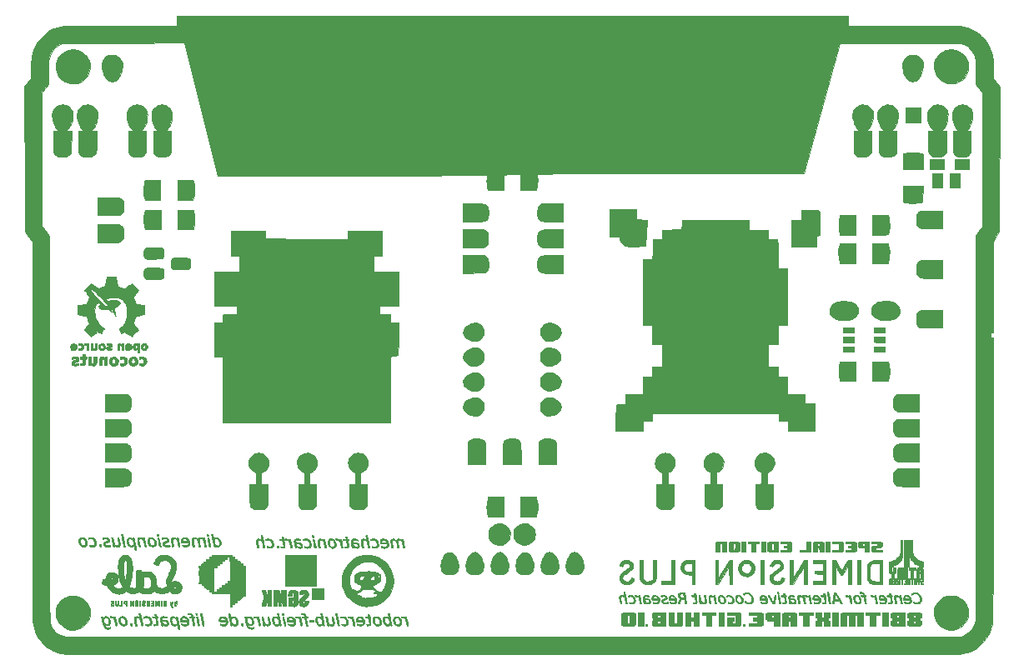
<source format=gbr>
G04 #@! TF.FileFunction,Soldermask,Bot*
%FSLAX46Y46*%
G04 Gerber Fmt 4.6, Leading zero omitted, Abs format (unit mm)*
G04 Created by KiCad (PCBNEW 4.0.7-e0-6372~58~ubuntu16.04.1) date Mon Jul 31 15:37:26 2017*
%MOMM*%
%LPD*%
G01*
G04 APERTURE LIST*
%ADD10C,0.100000*%
%ADD11C,0.010000*%
%ADD12C,1.400000*%
%ADD13C,1.800000*%
%ADD14C,1.600000*%
G04 APERTURE END LIST*
D10*
D11*
G36*
X126199153Y-29968459D02*
X126204234Y-30056282D01*
X126208471Y-30172398D01*
X126211469Y-30302766D01*
X126212832Y-30433348D01*
X126212873Y-30455292D01*
X126213000Y-30767500D01*
X131756424Y-30767500D01*
X132425085Y-30767583D01*
X133051611Y-30767831D01*
X133636202Y-30768245D01*
X134179056Y-30768826D01*
X134680372Y-30769576D01*
X135140349Y-30770494D01*
X135559185Y-30771581D01*
X135937080Y-30772838D01*
X136274232Y-30774267D01*
X136570840Y-30775867D01*
X136827103Y-30777639D01*
X137043219Y-30779585D01*
X137219387Y-30781705D01*
X137355806Y-30784000D01*
X137452675Y-30786470D01*
X137510193Y-30789116D01*
X137519049Y-30789866D01*
X137906044Y-30850316D01*
X138282402Y-30950853D01*
X138644969Y-31090027D01*
X138990594Y-31266387D01*
X139316123Y-31478481D01*
X139618403Y-31724859D01*
X139684680Y-31786578D01*
X139969953Y-32086475D01*
X140217325Y-32405227D01*
X140426768Y-32742781D01*
X140598257Y-33099082D01*
X140731766Y-33474078D01*
X140827269Y-33867716D01*
X140880493Y-34235785D01*
X140885519Y-34307129D01*
X140890146Y-34414544D01*
X140894241Y-34551771D01*
X140897673Y-34712547D01*
X140900309Y-34890612D01*
X140902017Y-35079705D01*
X140902665Y-35273565D01*
X140902667Y-35285437D01*
X140902667Y-36115888D01*
X141230954Y-36553136D01*
X141559240Y-36990383D01*
X141530638Y-51659347D01*
X141206069Y-52166389D01*
X140881500Y-52673432D01*
X140881500Y-61922721D01*
X140638084Y-61935417D01*
X140632061Y-62177539D01*
X140630497Y-62276337D01*
X140630827Y-62360567D01*
X140632906Y-62420608D01*
X140636082Y-62445834D01*
X140651316Y-62459089D01*
X140687608Y-62458327D01*
X140754061Y-62443269D01*
X140758521Y-62442087D01*
X140821263Y-62425579D01*
X140864353Y-62414605D01*
X140876209Y-62411918D01*
X140876496Y-62432889D01*
X140876780Y-62495102D01*
X140877059Y-62597466D01*
X140877334Y-62738890D01*
X140877603Y-62918282D01*
X140877867Y-63134550D01*
X140878126Y-63386605D01*
X140878377Y-63673354D01*
X140878623Y-63993707D01*
X140878861Y-64346572D01*
X140879091Y-64730857D01*
X140879313Y-65145472D01*
X140879528Y-65589325D01*
X140879733Y-66061326D01*
X140879929Y-66560382D01*
X140880116Y-67085402D01*
X140880293Y-67635296D01*
X140880459Y-68208972D01*
X140880615Y-68805338D01*
X140880759Y-69423305D01*
X140880892Y-70061779D01*
X140881013Y-70719670D01*
X140881121Y-71395887D01*
X140881217Y-72089339D01*
X140881300Y-72798934D01*
X140881368Y-73523581D01*
X140881423Y-74262188D01*
X140881464Y-75013665D01*
X140881489Y-75776920D01*
X140881500Y-76550863D01*
X140881500Y-76684907D01*
X140881476Y-77713694D01*
X140881403Y-78700604D01*
X140881281Y-79646097D01*
X140881108Y-80550630D01*
X140880885Y-81414660D01*
X140880610Y-82238645D01*
X140880282Y-83023043D01*
X140879902Y-83768312D01*
X140879467Y-84474909D01*
X140878978Y-85143292D01*
X140878434Y-85773918D01*
X140877834Y-86367246D01*
X140877177Y-86923733D01*
X140876462Y-87443837D01*
X140875690Y-87928015D01*
X140874858Y-88376726D01*
X140873967Y-88790426D01*
X140873015Y-89169574D01*
X140872003Y-89514627D01*
X140870928Y-89826042D01*
X140869791Y-90104279D01*
X140868591Y-90349794D01*
X140867327Y-90563045D01*
X140865998Y-90744489D01*
X140864604Y-90894585D01*
X140863143Y-91013790D01*
X140861616Y-91102562D01*
X140860020Y-91161359D01*
X140858493Y-91189366D01*
X140798062Y-91591989D01*
X140699063Y-91979682D01*
X140562731Y-92350368D01*
X140390300Y-92701967D01*
X140183006Y-93032403D01*
X139942082Y-93339598D01*
X139668764Y-93621475D01*
X139364285Y-93875955D01*
X139187907Y-94000876D01*
X138874884Y-94185434D01*
X138537178Y-94339245D01*
X138181535Y-94459921D01*
X137814701Y-94545078D01*
X137540216Y-94583801D01*
X137515184Y-94584718D01*
X137458157Y-94585612D01*
X137368928Y-94586484D01*
X137247287Y-94587332D01*
X137093026Y-94588157D01*
X136905935Y-94588960D01*
X136685806Y-94589740D01*
X136432430Y-94590497D01*
X136145599Y-94591232D01*
X135825104Y-94591944D01*
X135470735Y-94592634D01*
X135082285Y-94593302D01*
X134659544Y-94593948D01*
X134202304Y-94594572D01*
X133710355Y-94595173D01*
X133183490Y-94595753D01*
X132621499Y-94596311D01*
X132024174Y-94596847D01*
X131391305Y-94597361D01*
X130722684Y-94597854D01*
X130018103Y-94598326D01*
X129277352Y-94598776D01*
X128500223Y-94599205D01*
X127686507Y-94599613D01*
X126835995Y-94599999D01*
X125948479Y-94600365D01*
X125023749Y-94600709D01*
X124061597Y-94601033D01*
X123061815Y-94601336D01*
X122024193Y-94601619D01*
X120948522Y-94601880D01*
X119834594Y-94602122D01*
X118682201Y-94602343D01*
X117491132Y-94602543D01*
X116261181Y-94602724D01*
X114992137Y-94602884D01*
X113683792Y-94603024D01*
X112335938Y-94603144D01*
X110948365Y-94603245D01*
X109520864Y-94603325D01*
X108053228Y-94603386D01*
X106545247Y-94603427D01*
X104996712Y-94603449D01*
X103407415Y-94603451D01*
X101777148Y-94603434D01*
X100105700Y-94603398D01*
X98392863Y-94603342D01*
X96638430Y-94603268D01*
X94842190Y-94603174D01*
X93003935Y-94603062D01*
X92021299Y-94602995D01*
X90635296Y-94602895D01*
X89259258Y-94602788D01*
X87893798Y-94602675D01*
X86539530Y-94602556D01*
X85197068Y-94602432D01*
X83867025Y-94602301D01*
X82550016Y-94602165D01*
X81246654Y-94602024D01*
X79957552Y-94601878D01*
X78683325Y-94601726D01*
X77424585Y-94601569D01*
X76181948Y-94601408D01*
X74956025Y-94601242D01*
X73747432Y-94601071D01*
X72556782Y-94600897D01*
X71384689Y-94600717D01*
X70231766Y-94600534D01*
X69098626Y-94600347D01*
X67985885Y-94600156D01*
X66894155Y-94599962D01*
X65824050Y-94599764D01*
X64776183Y-94599562D01*
X63751170Y-94599357D01*
X62749622Y-94599150D01*
X61772155Y-94598939D01*
X60819381Y-94598726D01*
X59891914Y-94598510D01*
X58990369Y-94598291D01*
X58115358Y-94598070D01*
X57267496Y-94597847D01*
X56447396Y-94597622D01*
X55655672Y-94597395D01*
X54892937Y-94597167D01*
X54159806Y-94596936D01*
X53456892Y-94596705D01*
X52784808Y-94596471D01*
X52144169Y-94596237D01*
X51535588Y-94596002D01*
X50959679Y-94595765D01*
X50417056Y-94595529D01*
X49908331Y-94595291D01*
X49434120Y-94595053D01*
X48995035Y-94594815D01*
X48591691Y-94594576D01*
X48224701Y-94594338D01*
X47894678Y-94594099D01*
X47602237Y-94593861D01*
X47347991Y-94593623D01*
X47132555Y-94593386D01*
X46956540Y-94593150D01*
X46820562Y-94592914D01*
X46725234Y-94592680D01*
X46671170Y-94592446D01*
X46658084Y-94592274D01*
X46387551Y-94555057D01*
X46148885Y-94510427D01*
X45931865Y-94455516D01*
X45726269Y-94387453D01*
X45521874Y-94303371D01*
X45366917Y-94229911D01*
X45037962Y-94043157D01*
X44733984Y-93823325D01*
X44456426Y-93572525D01*
X44206731Y-93292870D01*
X43986344Y-92986469D01*
X43796708Y-92655434D01*
X43639266Y-92301877D01*
X43515461Y-91927908D01*
X43426737Y-91535638D01*
X43398244Y-91350708D01*
X43396444Y-91333592D01*
X43394712Y-91309521D01*
X43393046Y-91277697D01*
X43391447Y-91237324D01*
X43389912Y-91187606D01*
X43388441Y-91127748D01*
X43387031Y-91056951D01*
X43385682Y-90974421D01*
X43384393Y-90879362D01*
X43383161Y-90770976D01*
X43381986Y-90648467D01*
X43380867Y-90511040D01*
X43379801Y-90357898D01*
X43378789Y-90188245D01*
X43377828Y-90001284D01*
X43376917Y-89796220D01*
X43376055Y-89572256D01*
X43375240Y-89328595D01*
X43374472Y-89064442D01*
X43373749Y-88779001D01*
X43373070Y-88471474D01*
X43372433Y-88141067D01*
X43371837Y-87786981D01*
X43371281Y-87408423D01*
X43370763Y-87004594D01*
X43370283Y-86574699D01*
X43369838Y-86117942D01*
X43369428Y-85633526D01*
X43369052Y-85120655D01*
X43368707Y-84578533D01*
X43368393Y-84006363D01*
X43368108Y-83403350D01*
X43367852Y-82768697D01*
X43367622Y-82101608D01*
X43367418Y-81401286D01*
X43367238Y-80666936D01*
X43367081Y-79897760D01*
X43366945Y-79092964D01*
X43366830Y-78251750D01*
X43366733Y-77373322D01*
X43366655Y-76456885D01*
X43366592Y-75501641D01*
X43366545Y-74506795D01*
X43366512Y-73471550D01*
X43366490Y-72395110D01*
X43366485Y-71919708D01*
X43366303Y-52727917D01*
X42974902Y-52211001D01*
X42583500Y-51694085D01*
X42583494Y-48157584D01*
X42583411Y-47717945D01*
X42583171Y-47241711D01*
X42582783Y-46734619D01*
X42582257Y-46202407D01*
X42581601Y-45650811D01*
X42580825Y-45085571D01*
X42579938Y-44512422D01*
X42578950Y-43937104D01*
X42577870Y-43365352D01*
X42577179Y-43030833D01*
X44319946Y-43030833D01*
X44320063Y-43518391D01*
X44320300Y-44006581D01*
X44320651Y-44492563D01*
X44321112Y-44973496D01*
X44321675Y-45446537D01*
X44322337Y-45908845D01*
X44323090Y-46357579D01*
X44323930Y-46789898D01*
X44324851Y-47202961D01*
X44325848Y-47593925D01*
X44326915Y-47959949D01*
X44328046Y-48298193D01*
X44329235Y-48605814D01*
X44330478Y-48879972D01*
X44331768Y-49117824D01*
X44333101Y-49316530D01*
X44333265Y-49337879D01*
X44347337Y-51133675D01*
X44724835Y-51631871D01*
X45102334Y-52130067D01*
X45102507Y-71521325D01*
X45102540Y-72700816D01*
X45102618Y-73846472D01*
X45102741Y-74958011D01*
X45102907Y-76035152D01*
X45103118Y-77077615D01*
X45103372Y-78085118D01*
X45103670Y-79057380D01*
X45104010Y-79994120D01*
X45104393Y-80895057D01*
X45104818Y-81759910D01*
X45105286Y-82588399D01*
X45105795Y-83380241D01*
X45106346Y-84135156D01*
X45106938Y-84852863D01*
X45107571Y-85533081D01*
X45108245Y-86175529D01*
X45108959Y-86779925D01*
X45109712Y-87345989D01*
X45110506Y-87873440D01*
X45111339Y-88361996D01*
X45112211Y-88811377D01*
X45113122Y-89221301D01*
X45114071Y-89591487D01*
X45115059Y-89921656D01*
X45116084Y-90211524D01*
X45117147Y-90460812D01*
X45118248Y-90669238D01*
X45119385Y-90836521D01*
X45120559Y-90962380D01*
X45121770Y-91046534D01*
X45123016Y-91088703D01*
X45123316Y-91092500D01*
X45172437Y-91368708D01*
X45253765Y-91634696D01*
X45364363Y-91884543D01*
X45501293Y-92112329D01*
X45661616Y-92312131D01*
X45789313Y-92434848D01*
X45999885Y-92588245D01*
X46232690Y-92709922D01*
X46479762Y-92796504D01*
X46733130Y-92844613D01*
X46763430Y-92847628D01*
X46790364Y-92848150D01*
X46859015Y-92848667D01*
X46968766Y-92849177D01*
X47119001Y-92849680D01*
X47309103Y-92850176D01*
X47538456Y-92850665D01*
X47806444Y-92851147D01*
X48112450Y-92851621D01*
X48455858Y-92852088D01*
X48836050Y-92852546D01*
X49252412Y-92852997D01*
X49704325Y-92853439D01*
X50191174Y-92853873D01*
X50712343Y-92854297D01*
X51267214Y-92854713D01*
X51855172Y-92855120D01*
X52475599Y-92855518D01*
X53127880Y-92855906D01*
X53811398Y-92856285D01*
X54525536Y-92856653D01*
X55269678Y-92857012D01*
X56043208Y-92857360D01*
X56845508Y-92857698D01*
X57675964Y-92858025D01*
X58533957Y-92858341D01*
X59418872Y-92858646D01*
X60330092Y-92858940D01*
X61267001Y-92859223D01*
X62228982Y-92859494D01*
X63215419Y-92859753D01*
X64225696Y-92860000D01*
X65259195Y-92860235D01*
X66315300Y-92860458D01*
X67393396Y-92860668D01*
X68492864Y-92860865D01*
X69613090Y-92861049D01*
X70753457Y-92861220D01*
X71913347Y-92861378D01*
X73092145Y-92861522D01*
X74289234Y-92861652D01*
X75503997Y-92861769D01*
X76735819Y-92861871D01*
X77984083Y-92861959D01*
X79248171Y-92862032D01*
X80527469Y-92862091D01*
X81821359Y-92862135D01*
X83129224Y-92862163D01*
X84450449Y-92862177D01*
X85784417Y-92862174D01*
X87130511Y-92862156D01*
X88488116Y-92862123D01*
X89856613Y-92862073D01*
X91235388Y-92862006D01*
X92187584Y-92861951D01*
X93862797Y-92861847D01*
X95496207Y-92861744D01*
X97088341Y-92861640D01*
X98639731Y-92861536D01*
X100150904Y-92861432D01*
X101622391Y-92861326D01*
X103054720Y-92861219D01*
X104448421Y-92861109D01*
X105804023Y-92860996D01*
X107122056Y-92860881D01*
X108403049Y-92860762D01*
X109647531Y-92860638D01*
X110856031Y-92860510D01*
X112029079Y-92860377D01*
X113167205Y-92860238D01*
X114270936Y-92860094D01*
X115340804Y-92859942D01*
X116377336Y-92859784D01*
X117381063Y-92859619D01*
X118352514Y-92859445D01*
X119292217Y-92859263D01*
X120200704Y-92859072D01*
X121078501Y-92858872D01*
X121926140Y-92858661D01*
X122744149Y-92858441D01*
X123533057Y-92858210D01*
X124293395Y-92857967D01*
X125025691Y-92857713D01*
X125730474Y-92857446D01*
X126408274Y-92857167D01*
X127059621Y-92856874D01*
X127685043Y-92856568D01*
X128285070Y-92856248D01*
X128860231Y-92855913D01*
X129411055Y-92855563D01*
X129938073Y-92855197D01*
X130441812Y-92854816D01*
X130922803Y-92854417D01*
X131381575Y-92854002D01*
X131818656Y-92853570D01*
X132234577Y-92853119D01*
X132629867Y-92852650D01*
X133005055Y-92852162D01*
X133360670Y-92851654D01*
X133697242Y-92851127D01*
X134015300Y-92850580D01*
X134315373Y-92850011D01*
X134597991Y-92849421D01*
X134863683Y-92848810D01*
X135112978Y-92848176D01*
X135346405Y-92847520D01*
X135564494Y-92846840D01*
X135767775Y-92846137D01*
X135956776Y-92845409D01*
X136132027Y-92844657D01*
X136294058Y-92843880D01*
X136443396Y-92843077D01*
X136580573Y-92842248D01*
X136706116Y-92841393D01*
X136820556Y-92840510D01*
X136924422Y-92839600D01*
X137018243Y-92838662D01*
X137102548Y-92837696D01*
X137177867Y-92836701D01*
X137244729Y-92835676D01*
X137303664Y-92834621D01*
X137355200Y-92833536D01*
X137399867Y-92832420D01*
X137438194Y-92831273D01*
X137470711Y-92830094D01*
X137497947Y-92828883D01*
X137520431Y-92827639D01*
X137538693Y-92826362D01*
X137553261Y-92825051D01*
X137564666Y-92823706D01*
X137573436Y-92822327D01*
X137579500Y-92821059D01*
X137853749Y-92734293D01*
X138112305Y-92610693D01*
X138350233Y-92453373D01*
X138562598Y-92265446D01*
X138692025Y-92119084D01*
X138784649Y-91987199D01*
X138876895Y-91828098D01*
X138961422Y-91656319D01*
X139030887Y-91486403D01*
X139066086Y-91378250D01*
X139114084Y-91208917D01*
X139135250Y-52156417D01*
X139462007Y-51650590D01*
X139788765Y-51144763D01*
X139798168Y-44353885D01*
X139807571Y-37563008D01*
X139476702Y-37121219D01*
X139145834Y-36679431D01*
X139145834Y-35513911D01*
X139145720Y-35244353D01*
X139145181Y-35013179D01*
X139143919Y-34816440D01*
X139141638Y-34650187D01*
X139138041Y-34510471D01*
X139132830Y-34393343D01*
X139125709Y-34294854D01*
X139116381Y-34211054D01*
X139104548Y-34137996D01*
X139089913Y-34071729D01*
X139072180Y-34008305D01*
X139051052Y-33943774D01*
X139026231Y-33874188D01*
X139021545Y-33861359D01*
X138899664Y-33586896D01*
X138745043Y-33339044D01*
X138558724Y-33118900D01*
X138341747Y-32927560D01*
X138095155Y-32766122D01*
X137882576Y-32661515D01*
X137852260Y-32647993D01*
X137825443Y-32635378D01*
X137800643Y-32623638D01*
X137776378Y-32612744D01*
X137751165Y-32602666D01*
X137723522Y-32593374D01*
X137691966Y-32584837D01*
X137655015Y-32577026D01*
X137611187Y-32569911D01*
X137559000Y-32563461D01*
X137496970Y-32557647D01*
X137423616Y-32552439D01*
X137337454Y-32547806D01*
X137237004Y-32543720D01*
X137120782Y-32540148D01*
X136987306Y-32537062D01*
X136835093Y-32534432D01*
X136662662Y-32532228D01*
X136468530Y-32530419D01*
X136251213Y-32528975D01*
X136009231Y-32527867D01*
X135741101Y-32527065D01*
X135445340Y-32526538D01*
X135120465Y-32526256D01*
X134764995Y-32526190D01*
X134377448Y-32526310D01*
X133956339Y-32526585D01*
X133500189Y-32526985D01*
X133007513Y-32527481D01*
X132476829Y-32528043D01*
X131906656Y-32528639D01*
X131347100Y-32529192D01*
X125315784Y-32534917D01*
X121718042Y-45767631D01*
X108815480Y-45783602D01*
X107871467Y-45784784D01*
X106968902Y-45785944D01*
X106106897Y-45787086D01*
X105284565Y-45788213D01*
X104501021Y-45789329D01*
X103755377Y-45790437D01*
X103046746Y-45791541D01*
X102374244Y-45792645D01*
X101736982Y-45793752D01*
X101134074Y-45794866D01*
X100564634Y-45795991D01*
X100027775Y-45797129D01*
X99522610Y-45798286D01*
X99048254Y-45799463D01*
X98603819Y-45800666D01*
X98188418Y-45801897D01*
X97801166Y-45803160D01*
X97441176Y-45804460D01*
X97107560Y-45805798D01*
X96799434Y-45807180D01*
X96515909Y-45808608D01*
X96256100Y-45810086D01*
X96019119Y-45811619D01*
X95804081Y-45813209D01*
X95610099Y-45814860D01*
X95436285Y-45816575D01*
X95281755Y-45818359D01*
X95145620Y-45820215D01*
X95026995Y-45822147D01*
X94924992Y-45824158D01*
X94838726Y-45826251D01*
X94767310Y-45828431D01*
X94709857Y-45830701D01*
X94665480Y-45833065D01*
X94633294Y-45835525D01*
X94612411Y-45838087D01*
X94601945Y-45840753D01*
X94600709Y-45841569D01*
X94598241Y-45866672D01*
X94601833Y-45924283D01*
X94610705Y-46005135D01*
X94620538Y-46076693D01*
X94652315Y-46433118D01*
X94641833Y-46788624D01*
X94589166Y-47141960D01*
X94547803Y-47314586D01*
X94500696Y-47489167D01*
X92916857Y-47489167D01*
X92922637Y-46675208D01*
X92928417Y-45861248D01*
X92589750Y-45871054D01*
X92466109Y-45874527D01*
X92311976Y-45878690D01*
X92139181Y-45883235D01*
X91959555Y-45887850D01*
X91784928Y-45892226D01*
X91727209Y-45893643D01*
X91203334Y-45906426D01*
X91203334Y-47489682D01*
X89628926Y-47478584D01*
X89590764Y-47351584D01*
X89545344Y-47185776D01*
X89513472Y-47030685D01*
X89493391Y-46872874D01*
X89483344Y-46698908D01*
X89481438Y-46515500D01*
X89483445Y-46388923D01*
X89487745Y-46268771D01*
X89493806Y-46165137D01*
X89501094Y-46088111D01*
X89505497Y-46060433D01*
X89516695Y-45998865D01*
X89521123Y-45956927D01*
X89519781Y-45946725D01*
X89497804Y-45945706D01*
X89437104Y-45945449D01*
X89341286Y-45945913D01*
X89213953Y-45947057D01*
X89058707Y-45948837D01*
X88879154Y-45951211D01*
X88678896Y-45954139D01*
X88461537Y-45957577D01*
X88230679Y-45961484D01*
X88182736Y-45962326D01*
X88057366Y-45964155D01*
X87890214Y-45965956D01*
X87681830Y-45967726D01*
X87432768Y-45969464D01*
X87143577Y-45971170D01*
X86814810Y-45972841D01*
X86447017Y-45974476D01*
X86040751Y-45976075D01*
X85596561Y-45977635D01*
X85115000Y-45979156D01*
X84596619Y-45980635D01*
X84041969Y-45982072D01*
X83451602Y-45983465D01*
X82826068Y-45984813D01*
X82165920Y-45986115D01*
X81471707Y-45987369D01*
X80743983Y-45988574D01*
X79983298Y-45989728D01*
X79190203Y-45990831D01*
X78365250Y-45991880D01*
X77508990Y-45992875D01*
X76621975Y-45993814D01*
X75704755Y-45994696D01*
X74757882Y-45995519D01*
X74501818Y-45995728D01*
X62150053Y-46005638D01*
X58749211Y-32513750D01*
X52671897Y-32524723D01*
X52070579Y-32525817D01*
X51510125Y-32526859D01*
X50989066Y-32527862D01*
X50505931Y-32528837D01*
X50059251Y-32529796D01*
X49647556Y-32530750D01*
X49269378Y-32531712D01*
X48923246Y-32532693D01*
X48607690Y-32533704D01*
X48321242Y-32534758D01*
X48062432Y-32535866D01*
X47829790Y-32537041D01*
X47621847Y-32538293D01*
X47437133Y-32539634D01*
X47274179Y-32541077D01*
X47131514Y-32542632D01*
X47007670Y-32544313D01*
X46901177Y-32546129D01*
X46810565Y-32548094D01*
X46734365Y-32550219D01*
X46671107Y-32552515D01*
X46619322Y-32554995D01*
X46577540Y-32557670D01*
X46544292Y-32560552D01*
X46518107Y-32563652D01*
X46497518Y-32566983D01*
X46481053Y-32570556D01*
X46467584Y-32574278D01*
X46193336Y-32679322D01*
X45937741Y-32821285D01*
X45705081Y-32997563D01*
X45586782Y-33109910D01*
X45398888Y-33328242D01*
X45246762Y-33561521D01*
X45126614Y-33816430D01*
X45042792Y-34069500D01*
X44987367Y-34270584D01*
X44980232Y-35483420D01*
X44973096Y-36696256D01*
X44646905Y-37123836D01*
X44320714Y-37551417D01*
X44319954Y-42546750D01*
X44319946Y-43030833D01*
X42577179Y-43030833D01*
X42576707Y-42802906D01*
X42575470Y-42255502D01*
X42574170Y-41728877D01*
X42572815Y-41228771D01*
X42571538Y-40800500D01*
X42559590Y-36979917D01*
X42899628Y-36537461D01*
X43239667Y-36095006D01*
X43239667Y-35185511D01*
X43240097Y-34929209D01*
X43241641Y-34710206D01*
X43244673Y-34523473D01*
X43249573Y-34363983D01*
X43256716Y-34226707D01*
X43266481Y-34106616D01*
X43279243Y-33998684D01*
X43295381Y-33897880D01*
X43315270Y-33799178D01*
X43339289Y-33697550D01*
X43356193Y-33631730D01*
X43477429Y-33248746D01*
X43633576Y-32885999D01*
X43822482Y-32545371D01*
X44041999Y-32228742D01*
X44289976Y-31937995D01*
X44564263Y-31675009D01*
X44862711Y-31441666D01*
X44908095Y-31413084D01*
X58458500Y-31413084D01*
X58469084Y-31423667D01*
X58479667Y-31413084D01*
X58469084Y-31402500D01*
X58458500Y-31413084D01*
X44908095Y-31413084D01*
X45183170Y-31239847D01*
X45523490Y-31071432D01*
X45881522Y-30938303D01*
X46255114Y-30842341D01*
X46605167Y-30789069D01*
X46648566Y-30786806D01*
X46733487Y-30784656D01*
X46859115Y-30782620D01*
X47024638Y-30780703D01*
X47229245Y-30778906D01*
X47472121Y-30777234D01*
X47752455Y-30775688D01*
X48069434Y-30774272D01*
X48422245Y-30772989D01*
X48810076Y-30771842D01*
X49232114Y-30770834D01*
X49687546Y-30769968D01*
X50175560Y-30769246D01*
X50695344Y-30768672D01*
X51246084Y-30768248D01*
X51826968Y-30767979D01*
X52410125Y-30767867D01*
X58014000Y-30767500D01*
X58014127Y-30455292D01*
X58015161Y-30326124D01*
X58017900Y-30194700D01*
X58021949Y-30075059D01*
X58026910Y-29981240D01*
X58027848Y-29968459D01*
X58041441Y-29793834D01*
X126185559Y-29793834D01*
X126199153Y-29968459D01*
X126199153Y-29968459D01*
G37*
X126199153Y-29968459D02*
X126204234Y-30056282D01*
X126208471Y-30172398D01*
X126211469Y-30302766D01*
X126212832Y-30433348D01*
X126212873Y-30455292D01*
X126213000Y-30767500D01*
X131756424Y-30767500D01*
X132425085Y-30767583D01*
X133051611Y-30767831D01*
X133636202Y-30768245D01*
X134179056Y-30768826D01*
X134680372Y-30769576D01*
X135140349Y-30770494D01*
X135559185Y-30771581D01*
X135937080Y-30772838D01*
X136274232Y-30774267D01*
X136570840Y-30775867D01*
X136827103Y-30777639D01*
X137043219Y-30779585D01*
X137219387Y-30781705D01*
X137355806Y-30784000D01*
X137452675Y-30786470D01*
X137510193Y-30789116D01*
X137519049Y-30789866D01*
X137906044Y-30850316D01*
X138282402Y-30950853D01*
X138644969Y-31090027D01*
X138990594Y-31266387D01*
X139316123Y-31478481D01*
X139618403Y-31724859D01*
X139684680Y-31786578D01*
X139969953Y-32086475D01*
X140217325Y-32405227D01*
X140426768Y-32742781D01*
X140598257Y-33099082D01*
X140731766Y-33474078D01*
X140827269Y-33867716D01*
X140880493Y-34235785D01*
X140885519Y-34307129D01*
X140890146Y-34414544D01*
X140894241Y-34551771D01*
X140897673Y-34712547D01*
X140900309Y-34890612D01*
X140902017Y-35079705D01*
X140902665Y-35273565D01*
X140902667Y-35285437D01*
X140902667Y-36115888D01*
X141230954Y-36553136D01*
X141559240Y-36990383D01*
X141530638Y-51659347D01*
X141206069Y-52166389D01*
X140881500Y-52673432D01*
X140881500Y-61922721D01*
X140638084Y-61935417D01*
X140632061Y-62177539D01*
X140630497Y-62276337D01*
X140630827Y-62360567D01*
X140632906Y-62420608D01*
X140636082Y-62445834D01*
X140651316Y-62459089D01*
X140687608Y-62458327D01*
X140754061Y-62443269D01*
X140758521Y-62442087D01*
X140821263Y-62425579D01*
X140864353Y-62414605D01*
X140876209Y-62411918D01*
X140876496Y-62432889D01*
X140876780Y-62495102D01*
X140877059Y-62597466D01*
X140877334Y-62738890D01*
X140877603Y-62918282D01*
X140877867Y-63134550D01*
X140878126Y-63386605D01*
X140878377Y-63673354D01*
X140878623Y-63993707D01*
X140878861Y-64346572D01*
X140879091Y-64730857D01*
X140879313Y-65145472D01*
X140879528Y-65589325D01*
X140879733Y-66061326D01*
X140879929Y-66560382D01*
X140880116Y-67085402D01*
X140880293Y-67635296D01*
X140880459Y-68208972D01*
X140880615Y-68805338D01*
X140880759Y-69423305D01*
X140880892Y-70061779D01*
X140881013Y-70719670D01*
X140881121Y-71395887D01*
X140881217Y-72089339D01*
X140881300Y-72798934D01*
X140881368Y-73523581D01*
X140881423Y-74262188D01*
X140881464Y-75013665D01*
X140881489Y-75776920D01*
X140881500Y-76550863D01*
X140881500Y-76684907D01*
X140881476Y-77713694D01*
X140881403Y-78700604D01*
X140881281Y-79646097D01*
X140881108Y-80550630D01*
X140880885Y-81414660D01*
X140880610Y-82238645D01*
X140880282Y-83023043D01*
X140879902Y-83768312D01*
X140879467Y-84474909D01*
X140878978Y-85143292D01*
X140878434Y-85773918D01*
X140877834Y-86367246D01*
X140877177Y-86923733D01*
X140876462Y-87443837D01*
X140875690Y-87928015D01*
X140874858Y-88376726D01*
X140873967Y-88790426D01*
X140873015Y-89169574D01*
X140872003Y-89514627D01*
X140870928Y-89826042D01*
X140869791Y-90104279D01*
X140868591Y-90349794D01*
X140867327Y-90563045D01*
X140865998Y-90744489D01*
X140864604Y-90894585D01*
X140863143Y-91013790D01*
X140861616Y-91102562D01*
X140860020Y-91161359D01*
X140858493Y-91189366D01*
X140798062Y-91591989D01*
X140699063Y-91979682D01*
X140562731Y-92350368D01*
X140390300Y-92701967D01*
X140183006Y-93032403D01*
X139942082Y-93339598D01*
X139668764Y-93621475D01*
X139364285Y-93875955D01*
X139187907Y-94000876D01*
X138874884Y-94185434D01*
X138537178Y-94339245D01*
X138181535Y-94459921D01*
X137814701Y-94545078D01*
X137540216Y-94583801D01*
X137515184Y-94584718D01*
X137458157Y-94585612D01*
X137368928Y-94586484D01*
X137247287Y-94587332D01*
X137093026Y-94588157D01*
X136905935Y-94588960D01*
X136685806Y-94589740D01*
X136432430Y-94590497D01*
X136145599Y-94591232D01*
X135825104Y-94591944D01*
X135470735Y-94592634D01*
X135082285Y-94593302D01*
X134659544Y-94593948D01*
X134202304Y-94594572D01*
X133710355Y-94595173D01*
X133183490Y-94595753D01*
X132621499Y-94596311D01*
X132024174Y-94596847D01*
X131391305Y-94597361D01*
X130722684Y-94597854D01*
X130018103Y-94598326D01*
X129277352Y-94598776D01*
X128500223Y-94599205D01*
X127686507Y-94599613D01*
X126835995Y-94599999D01*
X125948479Y-94600365D01*
X125023749Y-94600709D01*
X124061597Y-94601033D01*
X123061815Y-94601336D01*
X122024193Y-94601619D01*
X120948522Y-94601880D01*
X119834594Y-94602122D01*
X118682201Y-94602343D01*
X117491132Y-94602543D01*
X116261181Y-94602724D01*
X114992137Y-94602884D01*
X113683792Y-94603024D01*
X112335938Y-94603144D01*
X110948365Y-94603245D01*
X109520864Y-94603325D01*
X108053228Y-94603386D01*
X106545247Y-94603427D01*
X104996712Y-94603449D01*
X103407415Y-94603451D01*
X101777148Y-94603434D01*
X100105700Y-94603398D01*
X98392863Y-94603342D01*
X96638430Y-94603268D01*
X94842190Y-94603174D01*
X93003935Y-94603062D01*
X92021299Y-94602995D01*
X90635296Y-94602895D01*
X89259258Y-94602788D01*
X87893798Y-94602675D01*
X86539530Y-94602556D01*
X85197068Y-94602432D01*
X83867025Y-94602301D01*
X82550016Y-94602165D01*
X81246654Y-94602024D01*
X79957552Y-94601878D01*
X78683325Y-94601726D01*
X77424585Y-94601569D01*
X76181948Y-94601408D01*
X74956025Y-94601242D01*
X73747432Y-94601071D01*
X72556782Y-94600897D01*
X71384689Y-94600717D01*
X70231766Y-94600534D01*
X69098626Y-94600347D01*
X67985885Y-94600156D01*
X66894155Y-94599962D01*
X65824050Y-94599764D01*
X64776183Y-94599562D01*
X63751170Y-94599357D01*
X62749622Y-94599150D01*
X61772155Y-94598939D01*
X60819381Y-94598726D01*
X59891914Y-94598510D01*
X58990369Y-94598291D01*
X58115358Y-94598070D01*
X57267496Y-94597847D01*
X56447396Y-94597622D01*
X55655672Y-94597395D01*
X54892937Y-94597167D01*
X54159806Y-94596936D01*
X53456892Y-94596705D01*
X52784808Y-94596471D01*
X52144169Y-94596237D01*
X51535588Y-94596002D01*
X50959679Y-94595765D01*
X50417056Y-94595529D01*
X49908331Y-94595291D01*
X49434120Y-94595053D01*
X48995035Y-94594815D01*
X48591691Y-94594576D01*
X48224701Y-94594338D01*
X47894678Y-94594099D01*
X47602237Y-94593861D01*
X47347991Y-94593623D01*
X47132555Y-94593386D01*
X46956540Y-94593150D01*
X46820562Y-94592914D01*
X46725234Y-94592680D01*
X46671170Y-94592446D01*
X46658084Y-94592274D01*
X46387551Y-94555057D01*
X46148885Y-94510427D01*
X45931865Y-94455516D01*
X45726269Y-94387453D01*
X45521874Y-94303371D01*
X45366917Y-94229911D01*
X45037962Y-94043157D01*
X44733984Y-93823325D01*
X44456426Y-93572525D01*
X44206731Y-93292870D01*
X43986344Y-92986469D01*
X43796708Y-92655434D01*
X43639266Y-92301877D01*
X43515461Y-91927908D01*
X43426737Y-91535638D01*
X43398244Y-91350708D01*
X43396444Y-91333592D01*
X43394712Y-91309521D01*
X43393046Y-91277697D01*
X43391447Y-91237324D01*
X43389912Y-91187606D01*
X43388441Y-91127748D01*
X43387031Y-91056951D01*
X43385682Y-90974421D01*
X43384393Y-90879362D01*
X43383161Y-90770976D01*
X43381986Y-90648467D01*
X43380867Y-90511040D01*
X43379801Y-90357898D01*
X43378789Y-90188245D01*
X43377828Y-90001284D01*
X43376917Y-89796220D01*
X43376055Y-89572256D01*
X43375240Y-89328595D01*
X43374472Y-89064442D01*
X43373749Y-88779001D01*
X43373070Y-88471474D01*
X43372433Y-88141067D01*
X43371837Y-87786981D01*
X43371281Y-87408423D01*
X43370763Y-87004594D01*
X43370283Y-86574699D01*
X43369838Y-86117942D01*
X43369428Y-85633526D01*
X43369052Y-85120655D01*
X43368707Y-84578533D01*
X43368393Y-84006363D01*
X43368108Y-83403350D01*
X43367852Y-82768697D01*
X43367622Y-82101608D01*
X43367418Y-81401286D01*
X43367238Y-80666936D01*
X43367081Y-79897760D01*
X43366945Y-79092964D01*
X43366830Y-78251750D01*
X43366733Y-77373322D01*
X43366655Y-76456885D01*
X43366592Y-75501641D01*
X43366545Y-74506795D01*
X43366512Y-73471550D01*
X43366490Y-72395110D01*
X43366485Y-71919708D01*
X43366303Y-52727917D01*
X42974902Y-52211001D01*
X42583500Y-51694085D01*
X42583494Y-48157584D01*
X42583411Y-47717945D01*
X42583171Y-47241711D01*
X42582783Y-46734619D01*
X42582257Y-46202407D01*
X42581601Y-45650811D01*
X42580825Y-45085571D01*
X42579938Y-44512422D01*
X42578950Y-43937104D01*
X42577870Y-43365352D01*
X42577179Y-43030833D01*
X44319946Y-43030833D01*
X44320063Y-43518391D01*
X44320300Y-44006581D01*
X44320651Y-44492563D01*
X44321112Y-44973496D01*
X44321675Y-45446537D01*
X44322337Y-45908845D01*
X44323090Y-46357579D01*
X44323930Y-46789898D01*
X44324851Y-47202961D01*
X44325848Y-47593925D01*
X44326915Y-47959949D01*
X44328046Y-48298193D01*
X44329235Y-48605814D01*
X44330478Y-48879972D01*
X44331768Y-49117824D01*
X44333101Y-49316530D01*
X44333265Y-49337879D01*
X44347337Y-51133675D01*
X44724835Y-51631871D01*
X45102334Y-52130067D01*
X45102507Y-71521325D01*
X45102540Y-72700816D01*
X45102618Y-73846472D01*
X45102741Y-74958011D01*
X45102907Y-76035152D01*
X45103118Y-77077615D01*
X45103372Y-78085118D01*
X45103670Y-79057380D01*
X45104010Y-79994120D01*
X45104393Y-80895057D01*
X45104818Y-81759910D01*
X45105286Y-82588399D01*
X45105795Y-83380241D01*
X45106346Y-84135156D01*
X45106938Y-84852863D01*
X45107571Y-85533081D01*
X45108245Y-86175529D01*
X45108959Y-86779925D01*
X45109712Y-87345989D01*
X45110506Y-87873440D01*
X45111339Y-88361996D01*
X45112211Y-88811377D01*
X45113122Y-89221301D01*
X45114071Y-89591487D01*
X45115059Y-89921656D01*
X45116084Y-90211524D01*
X45117147Y-90460812D01*
X45118248Y-90669238D01*
X45119385Y-90836521D01*
X45120559Y-90962380D01*
X45121770Y-91046534D01*
X45123016Y-91088703D01*
X45123316Y-91092500D01*
X45172437Y-91368708D01*
X45253765Y-91634696D01*
X45364363Y-91884543D01*
X45501293Y-92112329D01*
X45661616Y-92312131D01*
X45789313Y-92434848D01*
X45999885Y-92588245D01*
X46232690Y-92709922D01*
X46479762Y-92796504D01*
X46733130Y-92844613D01*
X46763430Y-92847628D01*
X46790364Y-92848150D01*
X46859015Y-92848667D01*
X46968766Y-92849177D01*
X47119001Y-92849680D01*
X47309103Y-92850176D01*
X47538456Y-92850665D01*
X47806444Y-92851147D01*
X48112450Y-92851621D01*
X48455858Y-92852088D01*
X48836050Y-92852546D01*
X49252412Y-92852997D01*
X49704325Y-92853439D01*
X50191174Y-92853873D01*
X50712343Y-92854297D01*
X51267214Y-92854713D01*
X51855172Y-92855120D01*
X52475599Y-92855518D01*
X53127880Y-92855906D01*
X53811398Y-92856285D01*
X54525536Y-92856653D01*
X55269678Y-92857012D01*
X56043208Y-92857360D01*
X56845508Y-92857698D01*
X57675964Y-92858025D01*
X58533957Y-92858341D01*
X59418872Y-92858646D01*
X60330092Y-92858940D01*
X61267001Y-92859223D01*
X62228982Y-92859494D01*
X63215419Y-92859753D01*
X64225696Y-92860000D01*
X65259195Y-92860235D01*
X66315300Y-92860458D01*
X67393396Y-92860668D01*
X68492864Y-92860865D01*
X69613090Y-92861049D01*
X70753457Y-92861220D01*
X71913347Y-92861378D01*
X73092145Y-92861522D01*
X74289234Y-92861652D01*
X75503997Y-92861769D01*
X76735819Y-92861871D01*
X77984083Y-92861959D01*
X79248171Y-92862032D01*
X80527469Y-92862091D01*
X81821359Y-92862135D01*
X83129224Y-92862163D01*
X84450449Y-92862177D01*
X85784417Y-92862174D01*
X87130511Y-92862156D01*
X88488116Y-92862123D01*
X89856613Y-92862073D01*
X91235388Y-92862006D01*
X92187584Y-92861951D01*
X93862797Y-92861847D01*
X95496207Y-92861744D01*
X97088341Y-92861640D01*
X98639731Y-92861536D01*
X100150904Y-92861432D01*
X101622391Y-92861326D01*
X103054720Y-92861219D01*
X104448421Y-92861109D01*
X105804023Y-92860996D01*
X107122056Y-92860881D01*
X108403049Y-92860762D01*
X109647531Y-92860638D01*
X110856031Y-92860510D01*
X112029079Y-92860377D01*
X113167205Y-92860238D01*
X114270936Y-92860094D01*
X115340804Y-92859942D01*
X116377336Y-92859784D01*
X117381063Y-92859619D01*
X118352514Y-92859445D01*
X119292217Y-92859263D01*
X120200704Y-92859072D01*
X121078501Y-92858872D01*
X121926140Y-92858661D01*
X122744149Y-92858441D01*
X123533057Y-92858210D01*
X124293395Y-92857967D01*
X125025691Y-92857713D01*
X125730474Y-92857446D01*
X126408274Y-92857167D01*
X127059621Y-92856874D01*
X127685043Y-92856568D01*
X128285070Y-92856248D01*
X128860231Y-92855913D01*
X129411055Y-92855563D01*
X129938073Y-92855197D01*
X130441812Y-92854816D01*
X130922803Y-92854417D01*
X131381575Y-92854002D01*
X131818656Y-92853570D01*
X132234577Y-92853119D01*
X132629867Y-92852650D01*
X133005055Y-92852162D01*
X133360670Y-92851654D01*
X133697242Y-92851127D01*
X134015300Y-92850580D01*
X134315373Y-92850011D01*
X134597991Y-92849421D01*
X134863683Y-92848810D01*
X135112978Y-92848176D01*
X135346405Y-92847520D01*
X135564494Y-92846840D01*
X135767775Y-92846137D01*
X135956776Y-92845409D01*
X136132027Y-92844657D01*
X136294058Y-92843880D01*
X136443396Y-92843077D01*
X136580573Y-92842248D01*
X136706116Y-92841393D01*
X136820556Y-92840510D01*
X136924422Y-92839600D01*
X137018243Y-92838662D01*
X137102548Y-92837696D01*
X137177867Y-92836701D01*
X137244729Y-92835676D01*
X137303664Y-92834621D01*
X137355200Y-92833536D01*
X137399867Y-92832420D01*
X137438194Y-92831273D01*
X137470711Y-92830094D01*
X137497947Y-92828883D01*
X137520431Y-92827639D01*
X137538693Y-92826362D01*
X137553261Y-92825051D01*
X137564666Y-92823706D01*
X137573436Y-92822327D01*
X137579500Y-92821059D01*
X137853749Y-92734293D01*
X138112305Y-92610693D01*
X138350233Y-92453373D01*
X138562598Y-92265446D01*
X138692025Y-92119084D01*
X138784649Y-91987199D01*
X138876895Y-91828098D01*
X138961422Y-91656319D01*
X139030887Y-91486403D01*
X139066086Y-91378250D01*
X139114084Y-91208917D01*
X139135250Y-52156417D01*
X139462007Y-51650590D01*
X139788765Y-51144763D01*
X139798168Y-44353885D01*
X139807571Y-37563008D01*
X139476702Y-37121219D01*
X139145834Y-36679431D01*
X139145834Y-35513911D01*
X139145720Y-35244353D01*
X139145181Y-35013179D01*
X139143919Y-34816440D01*
X139141638Y-34650187D01*
X139138041Y-34510471D01*
X139132830Y-34393343D01*
X139125709Y-34294854D01*
X139116381Y-34211054D01*
X139104548Y-34137996D01*
X139089913Y-34071729D01*
X139072180Y-34008305D01*
X139051052Y-33943774D01*
X139026231Y-33874188D01*
X139021545Y-33861359D01*
X138899664Y-33586896D01*
X138745043Y-33339044D01*
X138558724Y-33118900D01*
X138341747Y-32927560D01*
X138095155Y-32766122D01*
X137882576Y-32661515D01*
X137852260Y-32647993D01*
X137825443Y-32635378D01*
X137800643Y-32623638D01*
X137776378Y-32612744D01*
X137751165Y-32602666D01*
X137723522Y-32593374D01*
X137691966Y-32584837D01*
X137655015Y-32577026D01*
X137611187Y-32569911D01*
X137559000Y-32563461D01*
X137496970Y-32557647D01*
X137423616Y-32552439D01*
X137337454Y-32547806D01*
X137237004Y-32543720D01*
X137120782Y-32540148D01*
X136987306Y-32537062D01*
X136835093Y-32534432D01*
X136662662Y-32532228D01*
X136468530Y-32530419D01*
X136251213Y-32528975D01*
X136009231Y-32527867D01*
X135741101Y-32527065D01*
X135445340Y-32526538D01*
X135120465Y-32526256D01*
X134764995Y-32526190D01*
X134377448Y-32526310D01*
X133956339Y-32526585D01*
X133500189Y-32526985D01*
X133007513Y-32527481D01*
X132476829Y-32528043D01*
X131906656Y-32528639D01*
X131347100Y-32529192D01*
X125315784Y-32534917D01*
X121718042Y-45767631D01*
X108815480Y-45783602D01*
X107871467Y-45784784D01*
X106968902Y-45785944D01*
X106106897Y-45787086D01*
X105284565Y-45788213D01*
X104501021Y-45789329D01*
X103755377Y-45790437D01*
X103046746Y-45791541D01*
X102374244Y-45792645D01*
X101736982Y-45793752D01*
X101134074Y-45794866D01*
X100564634Y-45795991D01*
X100027775Y-45797129D01*
X99522610Y-45798286D01*
X99048254Y-45799463D01*
X98603819Y-45800666D01*
X98188418Y-45801897D01*
X97801166Y-45803160D01*
X97441176Y-45804460D01*
X97107560Y-45805798D01*
X96799434Y-45807180D01*
X96515909Y-45808608D01*
X96256100Y-45810086D01*
X96019119Y-45811619D01*
X95804081Y-45813209D01*
X95610099Y-45814860D01*
X95436285Y-45816575D01*
X95281755Y-45818359D01*
X95145620Y-45820215D01*
X95026995Y-45822147D01*
X94924992Y-45824158D01*
X94838726Y-45826251D01*
X94767310Y-45828431D01*
X94709857Y-45830701D01*
X94665480Y-45833065D01*
X94633294Y-45835525D01*
X94612411Y-45838087D01*
X94601945Y-45840753D01*
X94600709Y-45841569D01*
X94598241Y-45866672D01*
X94601833Y-45924283D01*
X94610705Y-46005135D01*
X94620538Y-46076693D01*
X94652315Y-46433118D01*
X94641833Y-46788624D01*
X94589166Y-47141960D01*
X94547803Y-47314586D01*
X94500696Y-47489167D01*
X92916857Y-47489167D01*
X92922637Y-46675208D01*
X92928417Y-45861248D01*
X92589750Y-45871054D01*
X92466109Y-45874527D01*
X92311976Y-45878690D01*
X92139181Y-45883235D01*
X91959555Y-45887850D01*
X91784928Y-45892226D01*
X91727209Y-45893643D01*
X91203334Y-45906426D01*
X91203334Y-47489682D01*
X89628926Y-47478584D01*
X89590764Y-47351584D01*
X89545344Y-47185776D01*
X89513472Y-47030685D01*
X89493391Y-46872874D01*
X89483344Y-46698908D01*
X89481438Y-46515500D01*
X89483445Y-46388923D01*
X89487745Y-46268771D01*
X89493806Y-46165137D01*
X89501094Y-46088111D01*
X89505497Y-46060433D01*
X89516695Y-45998865D01*
X89521123Y-45956927D01*
X89519781Y-45946725D01*
X89497804Y-45945706D01*
X89437104Y-45945449D01*
X89341286Y-45945913D01*
X89213953Y-45947057D01*
X89058707Y-45948837D01*
X88879154Y-45951211D01*
X88678896Y-45954139D01*
X88461537Y-45957577D01*
X88230679Y-45961484D01*
X88182736Y-45962326D01*
X88057366Y-45964155D01*
X87890214Y-45965956D01*
X87681830Y-45967726D01*
X87432768Y-45969464D01*
X87143577Y-45971170D01*
X86814810Y-45972841D01*
X86447017Y-45974476D01*
X86040751Y-45976075D01*
X85596561Y-45977635D01*
X85115000Y-45979156D01*
X84596619Y-45980635D01*
X84041969Y-45982072D01*
X83451602Y-45983465D01*
X82826068Y-45984813D01*
X82165920Y-45986115D01*
X81471707Y-45987369D01*
X80743983Y-45988574D01*
X79983298Y-45989728D01*
X79190203Y-45990831D01*
X78365250Y-45991880D01*
X77508990Y-45992875D01*
X76621975Y-45993814D01*
X75704755Y-45994696D01*
X74757882Y-45995519D01*
X74501818Y-45995728D01*
X62150053Y-46005638D01*
X58749211Y-32513750D01*
X52671897Y-32524723D01*
X52070579Y-32525817D01*
X51510125Y-32526859D01*
X50989066Y-32527862D01*
X50505931Y-32528837D01*
X50059251Y-32529796D01*
X49647556Y-32530750D01*
X49269378Y-32531712D01*
X48923246Y-32532693D01*
X48607690Y-32533704D01*
X48321242Y-32534758D01*
X48062432Y-32535866D01*
X47829790Y-32537041D01*
X47621847Y-32538293D01*
X47437133Y-32539634D01*
X47274179Y-32541077D01*
X47131514Y-32542632D01*
X47007670Y-32544313D01*
X46901177Y-32546129D01*
X46810565Y-32548094D01*
X46734365Y-32550219D01*
X46671107Y-32552515D01*
X46619322Y-32554995D01*
X46577540Y-32557670D01*
X46544292Y-32560552D01*
X46518107Y-32563652D01*
X46497518Y-32566983D01*
X46481053Y-32570556D01*
X46467584Y-32574278D01*
X46193336Y-32679322D01*
X45937741Y-32821285D01*
X45705081Y-32997563D01*
X45586782Y-33109910D01*
X45398888Y-33328242D01*
X45246762Y-33561521D01*
X45126614Y-33816430D01*
X45042792Y-34069500D01*
X44987367Y-34270584D01*
X44980232Y-35483420D01*
X44973096Y-36696256D01*
X44646905Y-37123836D01*
X44320714Y-37551417D01*
X44319954Y-42546750D01*
X44319946Y-43030833D01*
X42577179Y-43030833D01*
X42576707Y-42802906D01*
X42575470Y-42255502D01*
X42574170Y-41728877D01*
X42572815Y-41228771D01*
X42571538Y-40800500D01*
X42559590Y-36979917D01*
X42899628Y-36537461D01*
X43239667Y-36095006D01*
X43239667Y-35185511D01*
X43240097Y-34929209D01*
X43241641Y-34710206D01*
X43244673Y-34523473D01*
X43249573Y-34363983D01*
X43256716Y-34226707D01*
X43266481Y-34106616D01*
X43279243Y-33998684D01*
X43295381Y-33897880D01*
X43315270Y-33799178D01*
X43339289Y-33697550D01*
X43356193Y-33631730D01*
X43477429Y-33248746D01*
X43633576Y-32885999D01*
X43822482Y-32545371D01*
X44041999Y-32228742D01*
X44289976Y-31937995D01*
X44564263Y-31675009D01*
X44862711Y-31441666D01*
X44908095Y-31413084D01*
X58458500Y-31413084D01*
X58469084Y-31423667D01*
X58479667Y-31413084D01*
X58469084Y-31402500D01*
X58458500Y-31413084D01*
X44908095Y-31413084D01*
X45183170Y-31239847D01*
X45523490Y-31071432D01*
X45881522Y-30938303D01*
X46255114Y-30842341D01*
X46605167Y-30789069D01*
X46648566Y-30786806D01*
X46733487Y-30784656D01*
X46859115Y-30782620D01*
X47024638Y-30780703D01*
X47229245Y-30778906D01*
X47472121Y-30777234D01*
X47752455Y-30775688D01*
X48069434Y-30774272D01*
X48422245Y-30772989D01*
X48810076Y-30771842D01*
X49232114Y-30770834D01*
X49687546Y-30769968D01*
X50175560Y-30769246D01*
X50695344Y-30768672D01*
X51246084Y-30768248D01*
X51826968Y-30767979D01*
X52410125Y-30767867D01*
X58014000Y-30767500D01*
X58014127Y-30455292D01*
X58015161Y-30326124D01*
X58017900Y-30194700D01*
X58021949Y-30075059D01*
X58026910Y-29981240D01*
X58027848Y-29968459D01*
X58041441Y-29793834D01*
X126185559Y-29793834D01*
X126199153Y-29968459D01*
G36*
X47644956Y-88666554D02*
X47793930Y-88688701D01*
X48063266Y-88761358D01*
X48309139Y-88868948D01*
X48530306Y-89010519D01*
X48725523Y-89185119D01*
X48893545Y-89391794D01*
X49033130Y-89629592D01*
X49039487Y-89642584D01*
X49125068Y-89842591D01*
X49180479Y-90033071D01*
X49209315Y-90230024D01*
X49215523Y-90425750D01*
X49192432Y-90692761D01*
X49130564Y-90948362D01*
X49032435Y-91188934D01*
X48900562Y-91410854D01*
X48737461Y-91610500D01*
X48545648Y-91784251D01*
X48327639Y-91928485D01*
X48097195Y-92035384D01*
X47875416Y-92101169D01*
X47638305Y-92139702D01*
X47401338Y-92149195D01*
X47229584Y-92135709D01*
X46975783Y-92079825D01*
X46735262Y-91986199D01*
X46511777Y-91858336D01*
X46309083Y-91699743D01*
X46130935Y-91513924D01*
X45981088Y-91304387D01*
X45863299Y-91074636D01*
X45781322Y-90828177D01*
X45768371Y-90771615D01*
X45749848Y-90644285D01*
X45740296Y-90491773D01*
X45739707Y-90330132D01*
X45748075Y-90175414D01*
X45765394Y-90043673D01*
X45768676Y-90027295D01*
X45842094Y-89778812D01*
X45950998Y-89548629D01*
X46091598Y-89339250D01*
X46260106Y-89153182D01*
X46452730Y-88992928D01*
X46665681Y-88860995D01*
X46895169Y-88759885D01*
X47137404Y-88692105D01*
X47388596Y-88660160D01*
X47644956Y-88666554D01*
X47644956Y-88666554D01*
G37*
X47644956Y-88666554D02*
X47793930Y-88688701D01*
X48063266Y-88761358D01*
X48309139Y-88868948D01*
X48530306Y-89010519D01*
X48725523Y-89185119D01*
X48893545Y-89391794D01*
X49033130Y-89629592D01*
X49039487Y-89642584D01*
X49125068Y-89842591D01*
X49180479Y-90033071D01*
X49209315Y-90230024D01*
X49215523Y-90425750D01*
X49192432Y-90692761D01*
X49130564Y-90948362D01*
X49032435Y-91188934D01*
X48900562Y-91410854D01*
X48737461Y-91610500D01*
X48545648Y-91784251D01*
X48327639Y-91928485D01*
X48097195Y-92035384D01*
X47875416Y-92101169D01*
X47638305Y-92139702D01*
X47401338Y-92149195D01*
X47229584Y-92135709D01*
X46975783Y-92079825D01*
X46735262Y-91986199D01*
X46511777Y-91858336D01*
X46309083Y-91699743D01*
X46130935Y-91513924D01*
X45981088Y-91304387D01*
X45863299Y-91074636D01*
X45781322Y-90828177D01*
X45768371Y-90771615D01*
X45749848Y-90644285D01*
X45740296Y-90491773D01*
X45739707Y-90330132D01*
X45748075Y-90175414D01*
X45765394Y-90043673D01*
X45768676Y-90027295D01*
X45842094Y-89778812D01*
X45950998Y-89548629D01*
X46091598Y-89339250D01*
X46260106Y-89153182D01*
X46452730Y-88992928D01*
X46665681Y-88860995D01*
X46895169Y-88759885D01*
X47137404Y-88692105D01*
X47388596Y-88660160D01*
X47644956Y-88666554D01*
G36*
X136839495Y-88669118D02*
X137087367Y-88716501D01*
X137324682Y-88798661D01*
X137547649Y-88913093D01*
X137752478Y-89057291D01*
X137935380Y-89228752D01*
X138092565Y-89424969D01*
X138220243Y-89643438D01*
X138314624Y-89881655D01*
X138352491Y-90027295D01*
X138374342Y-90179102D01*
X138383026Y-90354029D01*
X138378774Y-90535038D01*
X138361820Y-90705092D01*
X138341794Y-90811531D01*
X138259178Y-91068178D01*
X138140568Y-91305087D01*
X137988855Y-91519257D01*
X137806927Y-91707689D01*
X137597674Y-91867384D01*
X137363988Y-91995340D01*
X137112702Y-92087440D01*
X136984730Y-92114788D01*
X136831812Y-92133398D01*
X136668502Y-92142669D01*
X136509355Y-92141998D01*
X136368924Y-92130782D01*
X136308763Y-92120716D01*
X136069782Y-92051137D01*
X135834188Y-91945670D01*
X135613195Y-91810028D01*
X135458848Y-91687561D01*
X135314372Y-91535646D01*
X135182997Y-91352020D01*
X135070613Y-91146688D01*
X134983111Y-90929654D01*
X134952644Y-90827917D01*
X134921637Y-90665763D01*
X134906181Y-90482016D01*
X134906484Y-90293238D01*
X134922755Y-90115990D01*
X134942431Y-90013000D01*
X135027551Y-89749119D01*
X135147280Y-89507879D01*
X135299146Y-89291643D01*
X135480679Y-89102771D01*
X135689409Y-88943629D01*
X135922866Y-88816576D01*
X136178578Y-88723977D01*
X136327237Y-88688701D01*
X136584855Y-88659017D01*
X136839495Y-88669118D01*
X136839495Y-88669118D01*
G37*
X136839495Y-88669118D02*
X137087367Y-88716501D01*
X137324682Y-88798661D01*
X137547649Y-88913093D01*
X137752478Y-89057291D01*
X137935380Y-89228752D01*
X138092565Y-89424969D01*
X138220243Y-89643438D01*
X138314624Y-89881655D01*
X138352491Y-90027295D01*
X138374342Y-90179102D01*
X138383026Y-90354029D01*
X138378774Y-90535038D01*
X138361820Y-90705092D01*
X138341794Y-90811531D01*
X138259178Y-91068178D01*
X138140568Y-91305087D01*
X137988855Y-91519257D01*
X137806927Y-91707689D01*
X137597674Y-91867384D01*
X137363988Y-91995340D01*
X137112702Y-92087440D01*
X136984730Y-92114788D01*
X136831812Y-92133398D01*
X136668502Y-92142669D01*
X136509355Y-92141998D01*
X136368924Y-92130782D01*
X136308763Y-92120716D01*
X136069782Y-92051137D01*
X135834188Y-91945670D01*
X135613195Y-91810028D01*
X135458848Y-91687561D01*
X135314372Y-91535646D01*
X135182997Y-91352020D01*
X135070613Y-91146688D01*
X134983111Y-90929654D01*
X134952644Y-90827917D01*
X134921637Y-90665763D01*
X134906181Y-90482016D01*
X134906484Y-90293238D01*
X134922755Y-90115990D01*
X134942431Y-90013000D01*
X135027551Y-89749119D01*
X135147280Y-89507879D01*
X135299146Y-89291643D01*
X135480679Y-89102771D01*
X135689409Y-88943629D01*
X135922866Y-88816576D01*
X136178578Y-88723977D01*
X136327237Y-88688701D01*
X136584855Y-88659017D01*
X136839495Y-88669118D01*
G36*
X50924160Y-90790782D02*
X51022908Y-90841175D01*
X51108568Y-90915185D01*
X51135326Y-90948372D01*
X51197806Y-91057245D01*
X51239137Y-91176821D01*
X51259344Y-91299127D01*
X51258453Y-91416188D01*
X51236490Y-91520027D01*
X51193480Y-91602671D01*
X51133030Y-91654349D01*
X51045141Y-91681432D01*
X50943913Y-91684951D01*
X50843450Y-91667020D01*
X50757856Y-91629756D01*
X50712658Y-91591312D01*
X50682635Y-91563990D01*
X50668281Y-91558167D01*
X50661854Y-91575540D01*
X50668977Y-91619570D01*
X50686252Y-91678118D01*
X50710280Y-91739049D01*
X50729597Y-91777140D01*
X50791794Y-91845197D01*
X50881230Y-91892040D01*
X50987153Y-91915123D01*
X51098809Y-91911906D01*
X51191015Y-91886250D01*
X51240766Y-91866011D01*
X51270122Y-91855109D01*
X51272686Y-91854500D01*
X51278630Y-91873033D01*
X51285801Y-91918511D01*
X51286854Y-91927182D01*
X51289395Y-91973106D01*
X51276046Y-91998132D01*
X51236508Y-92014352D01*
X51205713Y-92022432D01*
X51077036Y-92041629D01*
X50945617Y-92038700D01*
X50831087Y-92014092D01*
X50830558Y-92013904D01*
X50726612Y-91956316D01*
X50635861Y-91866745D01*
X50568598Y-91755442D01*
X50566749Y-91751170D01*
X50549195Y-91698883D01*
X50526074Y-91613716D01*
X50499521Y-91504412D01*
X50471669Y-91379718D01*
X50447311Y-91261834D01*
X50422128Y-91135404D01*
X50415411Y-91101933D01*
X50581062Y-91101933D01*
X50588516Y-91204624D01*
X50614472Y-91310011D01*
X50657489Y-91407107D01*
X50694652Y-91461464D01*
X50769581Y-91526530D01*
X50856883Y-91562422D01*
X50945987Y-91567549D01*
X51026322Y-91540320D01*
X51057791Y-91516136D01*
X51092217Y-91456536D01*
X51106931Y-91371028D01*
X51103212Y-91270468D01*
X51082343Y-91165708D01*
X51045605Y-91067602D01*
X50995508Y-90988457D01*
X50920518Y-90925374D01*
X50833109Y-90891900D01*
X50743984Y-90889195D01*
X50663845Y-90918417D01*
X50627419Y-90948581D01*
X50593550Y-91012923D01*
X50581062Y-91101933D01*
X50415411Y-91101933D01*
X50399116Y-91020750D01*
X50379789Y-90925355D01*
X50365664Y-90856701D01*
X50358341Y-90822625D01*
X50355672Y-90790798D01*
X50375258Y-90777525D01*
X50421774Y-90775000D01*
X50473411Y-90779592D01*
X50498696Y-90801243D01*
X50511313Y-90842582D01*
X50526157Y-90910164D01*
X50567369Y-90853589D01*
X50633930Y-90795409D01*
X50721218Y-90766488D01*
X50820780Y-90765416D01*
X50924160Y-90790782D01*
X50924160Y-90790782D01*
G37*
X50924160Y-90790782D02*
X51022908Y-90841175D01*
X51108568Y-90915185D01*
X51135326Y-90948372D01*
X51197806Y-91057245D01*
X51239137Y-91176821D01*
X51259344Y-91299127D01*
X51258453Y-91416188D01*
X51236490Y-91520027D01*
X51193480Y-91602671D01*
X51133030Y-91654349D01*
X51045141Y-91681432D01*
X50943913Y-91684951D01*
X50843450Y-91667020D01*
X50757856Y-91629756D01*
X50712658Y-91591312D01*
X50682635Y-91563990D01*
X50668281Y-91558167D01*
X50661854Y-91575540D01*
X50668977Y-91619570D01*
X50686252Y-91678118D01*
X50710280Y-91739049D01*
X50729597Y-91777140D01*
X50791794Y-91845197D01*
X50881230Y-91892040D01*
X50987153Y-91915123D01*
X51098809Y-91911906D01*
X51191015Y-91886250D01*
X51240766Y-91866011D01*
X51270122Y-91855109D01*
X51272686Y-91854500D01*
X51278630Y-91873033D01*
X51285801Y-91918511D01*
X51286854Y-91927182D01*
X51289395Y-91973106D01*
X51276046Y-91998132D01*
X51236508Y-92014352D01*
X51205713Y-92022432D01*
X51077036Y-92041629D01*
X50945617Y-92038700D01*
X50831087Y-92014092D01*
X50830558Y-92013904D01*
X50726612Y-91956316D01*
X50635861Y-91866745D01*
X50568598Y-91755442D01*
X50566749Y-91751170D01*
X50549195Y-91698883D01*
X50526074Y-91613716D01*
X50499521Y-91504412D01*
X50471669Y-91379718D01*
X50447311Y-91261834D01*
X50422128Y-91135404D01*
X50415411Y-91101933D01*
X50581062Y-91101933D01*
X50588516Y-91204624D01*
X50614472Y-91310011D01*
X50657489Y-91407107D01*
X50694652Y-91461464D01*
X50769581Y-91526530D01*
X50856883Y-91562422D01*
X50945987Y-91567549D01*
X51026322Y-91540320D01*
X51057791Y-91516136D01*
X51092217Y-91456536D01*
X51106931Y-91371028D01*
X51103212Y-91270468D01*
X51082343Y-91165708D01*
X51045605Y-91067602D01*
X50995508Y-90988457D01*
X50920518Y-90925374D01*
X50833109Y-90891900D01*
X50743984Y-90889195D01*
X50663845Y-90918417D01*
X50627419Y-90948581D01*
X50593550Y-91012923D01*
X50581062Y-91101933D01*
X50415411Y-91101933D01*
X50399116Y-91020750D01*
X50379789Y-90925355D01*
X50365664Y-90856701D01*
X50358341Y-90822625D01*
X50355672Y-90790798D01*
X50375258Y-90777525D01*
X50421774Y-90775000D01*
X50473411Y-90779592D01*
X50498696Y-90801243D01*
X50511313Y-90842582D01*
X50526157Y-90910164D01*
X50567369Y-90853589D01*
X50633930Y-90795409D01*
X50721218Y-90766488D01*
X50820780Y-90765416D01*
X50924160Y-90790782D01*
G36*
X57620491Y-90767048D02*
X57727506Y-90779116D01*
X57813442Y-90814076D01*
X57884177Y-90867604D01*
X57934271Y-90912584D01*
X57919537Y-90843792D01*
X57912293Y-90798126D01*
X57924386Y-90779094D01*
X57966159Y-90775040D01*
X57980568Y-90775000D01*
X58030234Y-90776572D01*
X58055520Y-90780448D01*
X58056334Y-90781382D01*
X58060313Y-90803431D01*
X58071405Y-90860641D01*
X58088341Y-90946677D01*
X58109854Y-91055203D01*
X58134675Y-91179885D01*
X58161536Y-91314387D01*
X58189167Y-91452375D01*
X58216302Y-91587514D01*
X58241671Y-91713469D01*
X58264007Y-91823904D01*
X58282041Y-91912485D01*
X58294505Y-91972877D01*
X58299786Y-91997375D01*
X58302467Y-92029437D01*
X58282516Y-92042628D01*
X58238080Y-92045000D01*
X58180048Y-92036379D01*
X58154405Y-92008544D01*
X58154231Y-92007959D01*
X58145602Y-91971330D01*
X58131685Y-91904831D01*
X58114907Y-91820216D01*
X58107271Y-91780417D01*
X58090663Y-91695897D01*
X58076390Y-91628613D01*
X58066575Y-91588338D01*
X58064013Y-91581394D01*
X58047848Y-91590171D01*
X58017650Y-91622893D01*
X58013162Y-91628509D01*
X57943345Y-91685157D01*
X57852101Y-91712805D01*
X57748846Y-91711448D01*
X57642992Y-91681085D01*
X57552826Y-91628612D01*
X57468365Y-91543441D01*
X57399788Y-91433129D01*
X57350020Y-91307960D01*
X57321985Y-91178216D01*
X57320913Y-91138800D01*
X57472670Y-91138800D01*
X57489013Y-91253342D01*
X57528114Y-91366008D01*
X57585426Y-91465725D01*
X57656398Y-91541421D01*
X57704525Y-91571102D01*
X57784975Y-91590996D01*
X57866886Y-91585085D01*
X57934406Y-91555582D01*
X57955116Y-91536134D01*
X57991256Y-91462358D01*
X58005538Y-91364905D01*
X57998769Y-91255849D01*
X57971761Y-91147266D01*
X57925322Y-91051231D01*
X57922308Y-91046684D01*
X57848715Y-90962191D01*
X57766909Y-90908344D01*
X57683694Y-90885349D01*
X57605869Y-90893412D01*
X57540236Y-90932737D01*
X57493597Y-91003529D01*
X57483634Y-91033454D01*
X57472670Y-91138800D01*
X57320913Y-91138800D01*
X57318610Y-91054181D01*
X57342819Y-90946136D01*
X57352575Y-90924671D01*
X57414854Y-90836458D01*
X57495512Y-90784947D01*
X57599905Y-90766989D01*
X57620491Y-90767048D01*
X57620491Y-90767048D01*
G37*
X57620491Y-90767048D02*
X57727506Y-90779116D01*
X57813442Y-90814076D01*
X57884177Y-90867604D01*
X57934271Y-90912584D01*
X57919537Y-90843792D01*
X57912293Y-90798126D01*
X57924386Y-90779094D01*
X57966159Y-90775040D01*
X57980568Y-90775000D01*
X58030234Y-90776572D01*
X58055520Y-90780448D01*
X58056334Y-90781382D01*
X58060313Y-90803431D01*
X58071405Y-90860641D01*
X58088341Y-90946677D01*
X58109854Y-91055203D01*
X58134675Y-91179885D01*
X58161536Y-91314387D01*
X58189167Y-91452375D01*
X58216302Y-91587514D01*
X58241671Y-91713469D01*
X58264007Y-91823904D01*
X58282041Y-91912485D01*
X58294505Y-91972877D01*
X58299786Y-91997375D01*
X58302467Y-92029437D01*
X58282516Y-92042628D01*
X58238080Y-92045000D01*
X58180048Y-92036379D01*
X58154405Y-92008544D01*
X58154231Y-92007959D01*
X58145602Y-91971330D01*
X58131685Y-91904831D01*
X58114907Y-91820216D01*
X58107271Y-91780417D01*
X58090663Y-91695897D01*
X58076390Y-91628613D01*
X58066575Y-91588338D01*
X58064013Y-91581394D01*
X58047848Y-91590171D01*
X58017650Y-91622893D01*
X58013162Y-91628509D01*
X57943345Y-91685157D01*
X57852101Y-91712805D01*
X57748846Y-91711448D01*
X57642992Y-91681085D01*
X57552826Y-91628612D01*
X57468365Y-91543441D01*
X57399788Y-91433129D01*
X57350020Y-91307960D01*
X57321985Y-91178216D01*
X57320913Y-91138800D01*
X57472670Y-91138800D01*
X57489013Y-91253342D01*
X57528114Y-91366008D01*
X57585426Y-91465725D01*
X57656398Y-91541421D01*
X57704525Y-91571102D01*
X57784975Y-91590996D01*
X57866886Y-91585085D01*
X57934406Y-91555582D01*
X57955116Y-91536134D01*
X57991256Y-91462358D01*
X58005538Y-91364905D01*
X57998769Y-91255849D01*
X57971761Y-91147266D01*
X57925322Y-91051231D01*
X57922308Y-91046684D01*
X57848715Y-90962191D01*
X57766909Y-90908344D01*
X57683694Y-90885349D01*
X57605869Y-90893412D01*
X57540236Y-90932737D01*
X57493597Y-91003529D01*
X57483634Y-91033454D01*
X57472670Y-91138800D01*
X57320913Y-91138800D01*
X57318610Y-91054181D01*
X57342819Y-90946136D01*
X57352575Y-90924671D01*
X57414854Y-90836458D01*
X57495512Y-90784947D01*
X57599905Y-90766989D01*
X57620491Y-90767048D01*
G36*
X65435602Y-90785200D02*
X65539794Y-90828258D01*
X65632446Y-90898071D01*
X65703880Y-90990316D01*
X65772489Y-91137827D01*
X65805666Y-91283329D01*
X65810213Y-91367667D01*
X65795689Y-91493821D01*
X65752480Y-91589136D01*
X65680977Y-91653184D01*
X65581572Y-91685537D01*
X65516014Y-91689675D01*
X65411289Y-91679591D01*
X65328276Y-91647183D01*
X65258292Y-91594165D01*
X65225015Y-91565616D01*
X65212545Y-91565476D01*
X65210667Y-91592326D01*
X65225092Y-91656528D01*
X65262231Y-91733243D01*
X65312882Y-91807171D01*
X65367841Y-91863015D01*
X65377839Y-91870204D01*
X65461032Y-91904768D01*
X65564810Y-91918410D01*
X65672509Y-91910322D01*
X65748982Y-91888214D01*
X65820272Y-91858427D01*
X65830460Y-91925255D01*
X65836646Y-91972783D01*
X65829717Y-91997958D01*
X65800051Y-92012274D01*
X65746802Y-92025179D01*
X65619590Y-92041427D01*
X65487853Y-92036115D01*
X65395419Y-92016915D01*
X65279981Y-91960015D01*
X65183532Y-91871151D01*
X65128401Y-91785377D01*
X65113596Y-91743073D01*
X65092526Y-91667306D01*
X65066992Y-91566172D01*
X65038795Y-91447764D01*
X65009733Y-91320179D01*
X64981609Y-91191511D01*
X64967178Y-91122361D01*
X65124869Y-91122361D01*
X65135168Y-91231109D01*
X65168002Y-91341328D01*
X65216602Y-91433657D01*
X65286973Y-91510228D01*
X65370474Y-91556697D01*
X65458278Y-91571534D01*
X65541557Y-91553212D01*
X65610090Y-91501823D01*
X65637153Y-91465626D01*
X65650828Y-91427623D01*
X65653924Y-91373846D01*
X65650142Y-91302608D01*
X65625901Y-91159622D01*
X65577112Y-91044324D01*
X65506236Y-90959794D01*
X65415731Y-90909112D01*
X65324544Y-90894945D01*
X65255551Y-90899918D01*
X65209647Y-90919627D01*
X65175567Y-90952569D01*
X65138027Y-91025907D01*
X65124869Y-91122361D01*
X64967178Y-91122361D01*
X64956220Y-91069856D01*
X64935369Y-90963307D01*
X64920855Y-90879962D01*
X64914479Y-90827913D01*
X64914334Y-90822780D01*
X64930427Y-90802255D01*
X64981319Y-90799948D01*
X64983125Y-90800117D01*
X65034356Y-90812630D01*
X65056266Y-90842568D01*
X65058786Y-90855182D01*
X65064493Y-90883346D01*
X65076759Y-90888484D01*
X65104919Y-90868747D01*
X65138898Y-90839307D01*
X65226642Y-90788450D01*
X65328381Y-90771173D01*
X65435602Y-90785200D01*
X65435602Y-90785200D01*
G37*
X65435602Y-90785200D02*
X65539794Y-90828258D01*
X65632446Y-90898071D01*
X65703880Y-90990316D01*
X65772489Y-91137827D01*
X65805666Y-91283329D01*
X65810213Y-91367667D01*
X65795689Y-91493821D01*
X65752480Y-91589136D01*
X65680977Y-91653184D01*
X65581572Y-91685537D01*
X65516014Y-91689675D01*
X65411289Y-91679591D01*
X65328276Y-91647183D01*
X65258292Y-91594165D01*
X65225015Y-91565616D01*
X65212545Y-91565476D01*
X65210667Y-91592326D01*
X65225092Y-91656528D01*
X65262231Y-91733243D01*
X65312882Y-91807171D01*
X65367841Y-91863015D01*
X65377839Y-91870204D01*
X65461032Y-91904768D01*
X65564810Y-91918410D01*
X65672509Y-91910322D01*
X65748982Y-91888214D01*
X65820272Y-91858427D01*
X65830460Y-91925255D01*
X65836646Y-91972783D01*
X65829717Y-91997958D01*
X65800051Y-92012274D01*
X65746802Y-92025179D01*
X65619590Y-92041427D01*
X65487853Y-92036115D01*
X65395419Y-92016915D01*
X65279981Y-91960015D01*
X65183532Y-91871151D01*
X65128401Y-91785377D01*
X65113596Y-91743073D01*
X65092526Y-91667306D01*
X65066992Y-91566172D01*
X65038795Y-91447764D01*
X65009733Y-91320179D01*
X64981609Y-91191511D01*
X64967178Y-91122361D01*
X65124869Y-91122361D01*
X65135168Y-91231109D01*
X65168002Y-91341328D01*
X65216602Y-91433657D01*
X65286973Y-91510228D01*
X65370474Y-91556697D01*
X65458278Y-91571534D01*
X65541557Y-91553212D01*
X65610090Y-91501823D01*
X65637153Y-91465626D01*
X65650828Y-91427623D01*
X65653924Y-91373846D01*
X65650142Y-91302608D01*
X65625901Y-91159622D01*
X65577112Y-91044324D01*
X65506236Y-90959794D01*
X65415731Y-90909112D01*
X65324544Y-90894945D01*
X65255551Y-90899918D01*
X65209647Y-90919627D01*
X65175567Y-90952569D01*
X65138027Y-91025907D01*
X65124869Y-91122361D01*
X64967178Y-91122361D01*
X64956220Y-91069856D01*
X64935369Y-90963307D01*
X64920855Y-90879962D01*
X64914479Y-90827913D01*
X64914334Y-90822780D01*
X64930427Y-90802255D01*
X64981319Y-90799948D01*
X64983125Y-90800117D01*
X65034356Y-90812630D01*
X65056266Y-90842568D01*
X65058786Y-90855182D01*
X65064493Y-90883346D01*
X65076759Y-90888484D01*
X65104919Y-90868747D01*
X65138898Y-90839307D01*
X65226642Y-90788450D01*
X65328381Y-90771173D01*
X65435602Y-90785200D01*
G36*
X104432500Y-90413826D02*
X104438042Y-90457481D01*
X104463379Y-90476643D01*
X104501292Y-90482617D01*
X104570084Y-90489250D01*
X104570084Y-91611084D01*
X104501292Y-91617716D01*
X104453570Y-91627325D01*
X104435066Y-91652003D01*
X104432500Y-91686508D01*
X104432500Y-91748667D01*
X103310667Y-91748667D01*
X103310667Y-91685167D01*
X103306537Y-91642504D01*
X103285589Y-91625005D01*
X103236584Y-91621667D01*
X103162500Y-91621667D01*
X103162500Y-90626834D01*
X103734000Y-90626834D01*
X103734000Y-91473500D01*
X104009167Y-91473500D01*
X104009167Y-90626834D01*
X103734000Y-90626834D01*
X103162500Y-90626834D01*
X103162500Y-90478667D01*
X103236584Y-90478667D01*
X103286357Y-90475127D01*
X103306772Y-90457172D01*
X103310667Y-90415167D01*
X103310667Y-90351667D01*
X104432500Y-90351667D01*
X104432500Y-90413826D01*
X104432500Y-90413826D01*
G37*
X104432500Y-90413826D02*
X104438042Y-90457481D01*
X104463379Y-90476643D01*
X104501292Y-90482617D01*
X104570084Y-90489250D01*
X104570084Y-91611084D01*
X104501292Y-91617716D01*
X104453570Y-91627325D01*
X104435066Y-91652003D01*
X104432500Y-91686508D01*
X104432500Y-91748667D01*
X103310667Y-91748667D01*
X103310667Y-91685167D01*
X103306537Y-91642504D01*
X103285589Y-91625005D01*
X103236584Y-91621667D01*
X103162500Y-91621667D01*
X103162500Y-90626834D01*
X103734000Y-90626834D01*
X103734000Y-91473500D01*
X104009167Y-91473500D01*
X104009167Y-90626834D01*
X103734000Y-90626834D01*
X103162500Y-90626834D01*
X103162500Y-90478667D01*
X103236584Y-90478667D01*
X103286357Y-90475127D01*
X103306772Y-90457172D01*
X103310667Y-90415167D01*
X103310667Y-90351667D01*
X104432500Y-90351667D01*
X104432500Y-90413826D01*
G36*
X105427334Y-91748667D02*
X104855834Y-91748667D01*
X104855834Y-90351667D01*
X105427334Y-90351667D01*
X105427334Y-91748667D01*
X105427334Y-91748667D01*
G37*
X105427334Y-91748667D02*
X104855834Y-91748667D01*
X104855834Y-90351667D01*
X105427334Y-90351667D01*
X105427334Y-91748667D01*
G36*
X105787167Y-91748667D02*
X105596667Y-91748667D01*
X105596667Y-91558167D01*
X105787167Y-91558167D01*
X105787167Y-91748667D01*
X105787167Y-91748667D01*
G37*
X105787167Y-91748667D02*
X105596667Y-91748667D01*
X105596667Y-91558167D01*
X105787167Y-91558167D01*
X105787167Y-91748667D01*
G36*
X107649834Y-91748667D02*
X106379834Y-91748667D01*
X106379834Y-91685167D01*
X106374589Y-91640190D01*
X106349849Y-91623612D01*
X106316334Y-91621667D01*
X106252834Y-91621667D01*
X106252834Y-91198334D01*
X106379834Y-91198334D01*
X106803167Y-91198334D01*
X106803167Y-91473500D01*
X107099500Y-91473500D01*
X107099500Y-91198334D01*
X106803167Y-91198334D01*
X106379834Y-91198334D01*
X106379834Y-90902000D01*
X106252834Y-90902000D01*
X106252834Y-90626834D01*
X106803167Y-90626834D01*
X106803167Y-90902000D01*
X107099500Y-90902000D01*
X107099500Y-90626834D01*
X106803167Y-90626834D01*
X106252834Y-90626834D01*
X106252834Y-90478667D01*
X106316334Y-90478667D01*
X106361311Y-90473422D01*
X106377888Y-90448682D01*
X106379834Y-90415167D01*
X106379834Y-90351667D01*
X107649834Y-90351667D01*
X107649834Y-91748667D01*
X107649834Y-91748667D01*
G37*
X107649834Y-91748667D02*
X106379834Y-91748667D01*
X106379834Y-91685167D01*
X106374589Y-91640190D01*
X106349849Y-91623612D01*
X106316334Y-91621667D01*
X106252834Y-91621667D01*
X106252834Y-91198334D01*
X106379834Y-91198334D01*
X106803167Y-91198334D01*
X106803167Y-91473500D01*
X107099500Y-91473500D01*
X107099500Y-91198334D01*
X106803167Y-91198334D01*
X106379834Y-91198334D01*
X106379834Y-90902000D01*
X106252834Y-90902000D01*
X106252834Y-90626834D01*
X106803167Y-90626834D01*
X106803167Y-90902000D01*
X107099500Y-90902000D01*
X107099500Y-90626834D01*
X106803167Y-90626834D01*
X106252834Y-90626834D01*
X106252834Y-90478667D01*
X106316334Y-90478667D01*
X106361311Y-90473422D01*
X106377888Y-90448682D01*
X106379834Y-90415167D01*
X106379834Y-90351667D01*
X107649834Y-90351667D01*
X107649834Y-91748667D01*
G36*
X108496500Y-91473500D02*
X108792834Y-91473500D01*
X108792834Y-90351667D01*
X109343167Y-90351667D01*
X109343167Y-91621667D01*
X109279667Y-91621667D01*
X109234690Y-91626912D01*
X109218112Y-91651652D01*
X109216167Y-91685167D01*
X109216167Y-91748667D01*
X108073167Y-91748667D01*
X108073167Y-91685167D01*
X108067922Y-91640190D01*
X108043182Y-91623612D01*
X108009667Y-91621667D01*
X107946167Y-91621667D01*
X107946167Y-90351667D01*
X108496500Y-90351667D01*
X108496500Y-91473500D01*
X108496500Y-91473500D01*
G37*
X108496500Y-91473500D02*
X108792834Y-91473500D01*
X108792834Y-90351667D01*
X109343167Y-90351667D01*
X109343167Y-91621667D01*
X109279667Y-91621667D01*
X109234690Y-91626912D01*
X109218112Y-91651652D01*
X109216167Y-91685167D01*
X109216167Y-91748667D01*
X108073167Y-91748667D01*
X108073167Y-91685167D01*
X108067922Y-91640190D01*
X108043182Y-91623612D01*
X108009667Y-91621667D01*
X107946167Y-91621667D01*
X107946167Y-90351667D01*
X108496500Y-90351667D01*
X108496500Y-91473500D01*
G36*
X110189834Y-90902000D02*
X110486167Y-90902000D01*
X110486167Y-90351667D01*
X111057667Y-90351667D01*
X111057667Y-91748667D01*
X110486167Y-91748667D01*
X110486167Y-91198334D01*
X110189834Y-91198334D01*
X110189834Y-91748667D01*
X109639500Y-91748667D01*
X109639500Y-90351667D01*
X110189834Y-90351667D01*
X110189834Y-90902000D01*
X110189834Y-90902000D01*
G37*
X110189834Y-90902000D02*
X110486167Y-90902000D01*
X110486167Y-90351667D01*
X111057667Y-90351667D01*
X111057667Y-91748667D01*
X110486167Y-91748667D01*
X110486167Y-91198334D01*
X110189834Y-91198334D01*
X110189834Y-91748667D01*
X109639500Y-91748667D01*
X109639500Y-90351667D01*
X110189834Y-90351667D01*
X110189834Y-90902000D01*
G36*
X112751000Y-90626834D02*
X112327667Y-90626834D01*
X112327667Y-91748667D01*
X111756167Y-91748667D01*
X111756167Y-90626834D01*
X111332834Y-90626834D01*
X111332834Y-90351667D01*
X112751000Y-90351667D01*
X112751000Y-90626834D01*
X112751000Y-90626834D01*
G37*
X112751000Y-90626834D02*
X112327667Y-90626834D01*
X112327667Y-91748667D01*
X111756167Y-91748667D01*
X111756167Y-90626834D01*
X111332834Y-90626834D01*
X111332834Y-90351667D01*
X112751000Y-90351667D01*
X112751000Y-90626834D01*
G36*
X113597667Y-91748667D02*
X113026167Y-91748667D01*
X113026167Y-90351667D01*
X113597667Y-90351667D01*
X113597667Y-91748667D01*
X113597667Y-91748667D01*
G37*
X113597667Y-91748667D02*
X113026167Y-91748667D01*
X113026167Y-90351667D01*
X113597667Y-90351667D01*
X113597667Y-91748667D01*
G36*
X115142834Y-90415167D02*
X115146963Y-90457830D01*
X115167911Y-90475329D01*
X115216917Y-90478667D01*
X115291000Y-90478667D01*
X115291000Y-91621667D01*
X115216917Y-91621667D01*
X115167143Y-91625207D01*
X115146728Y-91643162D01*
X115142834Y-91685167D01*
X115142834Y-91748667D01*
X113871939Y-91748667D01*
X113877678Y-91330625D01*
X113883417Y-90912584D01*
X114227375Y-90906768D01*
X114571334Y-90900952D01*
X114571334Y-91198334D01*
X114444334Y-91198334D01*
X114444334Y-91473500D01*
X114719500Y-91473500D01*
X114719500Y-90626834D01*
X113872834Y-90626834D01*
X113872834Y-90351667D01*
X115142834Y-90351667D01*
X115142834Y-90415167D01*
X115142834Y-90415167D01*
G37*
X115142834Y-90415167D02*
X115146963Y-90457830D01*
X115167911Y-90475329D01*
X115216917Y-90478667D01*
X115291000Y-90478667D01*
X115291000Y-91621667D01*
X115216917Y-91621667D01*
X115167143Y-91625207D01*
X115146728Y-91643162D01*
X115142834Y-91685167D01*
X115142834Y-91748667D01*
X113871939Y-91748667D01*
X113877678Y-91330625D01*
X113883417Y-90912584D01*
X114227375Y-90906768D01*
X114571334Y-90900952D01*
X114571334Y-91198334D01*
X114444334Y-91198334D01*
X114444334Y-91473500D01*
X114719500Y-91473500D01*
X114719500Y-90626834D01*
X113872834Y-90626834D01*
X113872834Y-90351667D01*
X115142834Y-90351667D01*
X115142834Y-90415167D01*
G36*
X115650834Y-91748667D02*
X115481500Y-91748667D01*
X115481500Y-91558167D01*
X115650834Y-91558167D01*
X115650834Y-91748667D01*
X115650834Y-91748667D01*
G37*
X115650834Y-91748667D02*
X115481500Y-91748667D01*
X115481500Y-91558167D01*
X115650834Y-91558167D01*
X115650834Y-91748667D01*
G36*
X117386500Y-90415167D02*
X117391745Y-90460144D01*
X117416485Y-90476721D01*
X117450000Y-90478667D01*
X117513500Y-90478667D01*
X117513500Y-91621667D01*
X117450000Y-91621667D01*
X117405023Y-91626912D01*
X117388446Y-91651652D01*
X117386500Y-91685167D01*
X117386500Y-91748667D01*
X116116500Y-91748667D01*
X116116500Y-91473500D01*
X116963167Y-91473500D01*
X116963167Y-91198334D01*
X116539834Y-91198334D01*
X116539834Y-90902000D01*
X116963167Y-90902000D01*
X116963167Y-90626834D01*
X116116500Y-90626834D01*
X116116500Y-90351667D01*
X117386500Y-90351667D01*
X117386500Y-90415167D01*
X117386500Y-90415167D01*
G37*
X117386500Y-90415167D02*
X117391745Y-90460144D01*
X117416485Y-90476721D01*
X117450000Y-90478667D01*
X117513500Y-90478667D01*
X117513500Y-91621667D01*
X117450000Y-91621667D01*
X117405023Y-91626912D01*
X117388446Y-91651652D01*
X117386500Y-91685167D01*
X117386500Y-91748667D01*
X116116500Y-91748667D01*
X116116500Y-91473500D01*
X116963167Y-91473500D01*
X116963167Y-91198334D01*
X116539834Y-91198334D01*
X116539834Y-90902000D01*
X116963167Y-90902000D01*
X116963167Y-90626834D01*
X116116500Y-90626834D01*
X116116500Y-90351667D01*
X117386500Y-90351667D01*
X117386500Y-90415167D01*
G36*
X119228000Y-91748667D02*
X118656500Y-91748667D01*
X118656500Y-91198334D01*
X117958000Y-91198334D01*
X117958000Y-91124250D01*
X117954724Y-91074597D01*
X117936237Y-91054234D01*
X117889556Y-91050176D01*
X117883917Y-91050167D01*
X117809834Y-91050167D01*
X117809834Y-90626834D01*
X118381334Y-90626834D01*
X118381334Y-90902000D01*
X118656500Y-90902000D01*
X118656500Y-90626834D01*
X118381334Y-90626834D01*
X117809834Y-90626834D01*
X117809834Y-90478667D01*
X117883917Y-90478667D01*
X117933691Y-90475127D01*
X117954106Y-90457172D01*
X117958000Y-90415167D01*
X117958000Y-90351667D01*
X119228000Y-90351667D01*
X119228000Y-91748667D01*
X119228000Y-91748667D01*
G37*
X119228000Y-91748667D02*
X118656500Y-91748667D01*
X118656500Y-91198334D01*
X117958000Y-91198334D01*
X117958000Y-91124250D01*
X117954724Y-91074597D01*
X117936237Y-91054234D01*
X117889556Y-91050176D01*
X117883917Y-91050167D01*
X117809834Y-91050167D01*
X117809834Y-90626834D01*
X118381334Y-90626834D01*
X118381334Y-90902000D01*
X118656500Y-90902000D01*
X118656500Y-90626834D01*
X118381334Y-90626834D01*
X117809834Y-90626834D01*
X117809834Y-90478667D01*
X117883917Y-90478667D01*
X117933691Y-90475127D01*
X117954106Y-90457172D01*
X117958000Y-90415167D01*
X117958000Y-90351667D01*
X119228000Y-90351667D01*
X119228000Y-91748667D01*
G36*
X120773167Y-90413826D02*
X120778709Y-90457481D01*
X120804046Y-90476643D01*
X120841959Y-90482617D01*
X120910750Y-90489250D01*
X120916357Y-91118959D01*
X120921963Y-91748667D01*
X120349834Y-91748667D01*
X120349834Y-91198334D01*
X120074667Y-91198334D01*
X120074667Y-91748667D01*
X119503167Y-91748667D01*
X119503167Y-90626834D01*
X120074667Y-90626834D01*
X120074667Y-90902000D01*
X120349834Y-90902000D01*
X120349834Y-90626834D01*
X120074667Y-90626834D01*
X119503167Y-90626834D01*
X119503167Y-90478667D01*
X119577250Y-90478667D01*
X119627024Y-90475127D01*
X119647439Y-90457172D01*
X119651334Y-90415167D01*
X119651334Y-90351667D01*
X120773167Y-90351667D01*
X120773167Y-90413826D01*
X120773167Y-90413826D01*
G37*
X120773167Y-90413826D02*
X120778709Y-90457481D01*
X120804046Y-90476643D01*
X120841959Y-90482617D01*
X120910750Y-90489250D01*
X120916357Y-91118959D01*
X120921963Y-91748667D01*
X120349834Y-91748667D01*
X120349834Y-91198334D01*
X120074667Y-91198334D01*
X120074667Y-91748667D01*
X119503167Y-91748667D01*
X119503167Y-90626834D01*
X120074667Y-90626834D01*
X120074667Y-90902000D01*
X120349834Y-90902000D01*
X120349834Y-90626834D01*
X120074667Y-90626834D01*
X119503167Y-90626834D01*
X119503167Y-90478667D01*
X119577250Y-90478667D01*
X119627024Y-90475127D01*
X119647439Y-90457172D01*
X119651334Y-90415167D01*
X119651334Y-90351667D01*
X120773167Y-90351667D01*
X120773167Y-90413826D01*
G36*
X122614667Y-90626834D02*
X122191334Y-90626834D01*
X122191334Y-91748667D01*
X121619834Y-91748667D01*
X121619834Y-90626834D01*
X121196500Y-90626834D01*
X121196500Y-90351667D01*
X122614667Y-90351667D01*
X122614667Y-90626834D01*
X122614667Y-90626834D01*
G37*
X122614667Y-90626834D02*
X122191334Y-90626834D01*
X122191334Y-91748667D01*
X121619834Y-91748667D01*
X121619834Y-90626834D01*
X121196500Y-90626834D01*
X121196500Y-90351667D01*
X122614667Y-90351667D01*
X122614667Y-90626834D01*
G36*
X123461334Y-90902000D02*
X123736500Y-90902000D01*
X123736500Y-90351667D01*
X124308000Y-90351667D01*
X124308000Y-90899318D01*
X124239209Y-90905951D01*
X124170417Y-90912584D01*
X124157899Y-91198334D01*
X124308000Y-91198334D01*
X124308000Y-91748667D01*
X123736500Y-91748667D01*
X123736500Y-91198334D01*
X123461334Y-91198334D01*
X123461334Y-91748667D01*
X122889834Y-91748667D01*
X122889834Y-91198334D01*
X123038000Y-91198334D01*
X123038000Y-90902000D01*
X122889834Y-90902000D01*
X122889834Y-90351667D01*
X123461334Y-90351667D01*
X123461334Y-90902000D01*
X123461334Y-90902000D01*
G37*
X123461334Y-90902000D02*
X123736500Y-90902000D01*
X123736500Y-90351667D01*
X124308000Y-90351667D01*
X124308000Y-90899318D01*
X124239209Y-90905951D01*
X124170417Y-90912584D01*
X124157899Y-91198334D01*
X124308000Y-91198334D01*
X124308000Y-91748667D01*
X123736500Y-91748667D01*
X123736500Y-91198334D01*
X123461334Y-91198334D01*
X123461334Y-91748667D01*
X122889834Y-91748667D01*
X122889834Y-91198334D01*
X123038000Y-91198334D01*
X123038000Y-90902000D01*
X122889834Y-90902000D01*
X122889834Y-90351667D01*
X123461334Y-90351667D01*
X123461334Y-90902000D01*
G36*
X125154667Y-91748667D02*
X124583167Y-91748667D01*
X124583167Y-90351667D01*
X125154667Y-90351667D01*
X125154667Y-91748667D01*
X125154667Y-91748667D01*
G37*
X125154667Y-91748667D02*
X124583167Y-91748667D01*
X124583167Y-90351667D01*
X125154667Y-90351667D01*
X125154667Y-91748667D01*
G36*
X127694667Y-91748667D02*
X127144334Y-91748667D01*
X127144334Y-90626834D01*
X126848000Y-90626834D01*
X126848000Y-91748667D01*
X126297667Y-91748667D01*
X126297667Y-90626834D01*
X126001334Y-90626834D01*
X126001334Y-91748667D01*
X125451000Y-91748667D01*
X125451000Y-90478667D01*
X125514500Y-90478667D01*
X125559477Y-90473422D01*
X125576055Y-90448682D01*
X125578000Y-90415167D01*
X125578000Y-90351667D01*
X127694667Y-90351667D01*
X127694667Y-91748667D01*
X127694667Y-91748667D01*
G37*
X127694667Y-91748667D02*
X127144334Y-91748667D01*
X127144334Y-90626834D01*
X126848000Y-90626834D01*
X126848000Y-91748667D01*
X126297667Y-91748667D01*
X126297667Y-90626834D01*
X126001334Y-90626834D01*
X126001334Y-91748667D01*
X125451000Y-91748667D01*
X125451000Y-90478667D01*
X125514500Y-90478667D01*
X125559477Y-90473422D01*
X125576055Y-90448682D01*
X125578000Y-90415167D01*
X125578000Y-90351667D01*
X127694667Y-90351667D01*
X127694667Y-91748667D01*
G36*
X129388000Y-90626834D02*
X128964667Y-90626834D01*
X128964667Y-91748667D01*
X128414334Y-91748667D01*
X128414334Y-90626834D01*
X127991000Y-90626834D01*
X127991000Y-90351667D01*
X129388000Y-90351667D01*
X129388000Y-90626834D01*
X129388000Y-90626834D01*
G37*
X129388000Y-90626834D02*
X128964667Y-90626834D01*
X128964667Y-91748667D01*
X128414334Y-91748667D01*
X128414334Y-90626834D01*
X127991000Y-90626834D01*
X127991000Y-90351667D01*
X129388000Y-90351667D01*
X129388000Y-90626834D01*
G36*
X130234667Y-91748667D02*
X129684334Y-91748667D01*
X129684334Y-90351667D01*
X130234667Y-90351667D01*
X130234667Y-91748667D01*
X130234667Y-91748667D01*
G37*
X130234667Y-91748667D02*
X129684334Y-91748667D01*
X129684334Y-90351667D01*
X130234667Y-90351667D01*
X130234667Y-91748667D01*
G36*
X131949167Y-91748667D02*
X130679167Y-91748667D01*
X130679167Y-91685167D01*
X130675037Y-91642504D01*
X130654089Y-91625005D01*
X130605084Y-91621667D01*
X130531000Y-91621667D01*
X130531000Y-91201016D01*
X130558815Y-91198334D01*
X131081334Y-91198334D01*
X131081334Y-91473500D01*
X131377667Y-91473500D01*
X131377667Y-91198334D01*
X131081334Y-91198334D01*
X130558815Y-91198334D01*
X130668584Y-91187750D01*
X130668584Y-90912584D01*
X130531000Y-90899318D01*
X130531000Y-90626834D01*
X131081334Y-90626834D01*
X131081334Y-90902000D01*
X131377667Y-90902000D01*
X131377667Y-90626834D01*
X131081334Y-90626834D01*
X130531000Y-90626834D01*
X130531000Y-90478667D01*
X130605084Y-90478667D01*
X130654857Y-90475127D01*
X130675272Y-90457172D01*
X130679167Y-90415167D01*
X130679167Y-90351667D01*
X131949167Y-90351667D01*
X131949167Y-91748667D01*
X131949167Y-91748667D01*
G37*
X131949167Y-91748667D02*
X130679167Y-91748667D01*
X130679167Y-91685167D01*
X130675037Y-91642504D01*
X130654089Y-91625005D01*
X130605084Y-91621667D01*
X130531000Y-91621667D01*
X130531000Y-91201016D01*
X130558815Y-91198334D01*
X131081334Y-91198334D01*
X131081334Y-91473500D01*
X131377667Y-91473500D01*
X131377667Y-91198334D01*
X131081334Y-91198334D01*
X130558815Y-91198334D01*
X130668584Y-91187750D01*
X130668584Y-90912584D01*
X130531000Y-90899318D01*
X130531000Y-90626834D01*
X131081334Y-90626834D01*
X131081334Y-90902000D01*
X131377667Y-90902000D01*
X131377667Y-90626834D01*
X131081334Y-90626834D01*
X130531000Y-90626834D01*
X130531000Y-90478667D01*
X130605084Y-90478667D01*
X130654857Y-90475127D01*
X130675272Y-90457172D01*
X130679167Y-90415167D01*
X130679167Y-90351667D01*
X131949167Y-90351667D01*
X131949167Y-91748667D01*
G36*
X133494334Y-90413826D02*
X133499875Y-90457481D01*
X133525213Y-90476643D01*
X133563125Y-90482617D01*
X133631917Y-90489250D01*
X133644033Y-90902000D01*
X133494334Y-90902000D01*
X133494334Y-91198334D01*
X133644033Y-91198334D01*
X133631917Y-91611084D01*
X133563125Y-91617716D01*
X133515403Y-91627325D01*
X133496900Y-91652003D01*
X133494334Y-91686508D01*
X133494334Y-91748667D01*
X132372500Y-91748667D01*
X132372500Y-91685167D01*
X132368370Y-91642504D01*
X132347423Y-91625005D01*
X132298417Y-91621667D01*
X132224334Y-91621667D01*
X132224334Y-91198334D01*
X132374434Y-91198334D01*
X132795834Y-91198334D01*
X132795834Y-91473500D01*
X133071000Y-91473500D01*
X133071000Y-91198334D01*
X132795834Y-91198334D01*
X132374434Y-91198334D01*
X132368176Y-91055459D01*
X132361917Y-90912584D01*
X132293125Y-90905951D01*
X132224334Y-90899318D01*
X132224334Y-90626834D01*
X132795834Y-90626834D01*
X132795834Y-90902000D01*
X133071000Y-90902000D01*
X133071000Y-90626834D01*
X132795834Y-90626834D01*
X132224334Y-90626834D01*
X132224334Y-90478667D01*
X132298417Y-90478667D01*
X132348191Y-90475127D01*
X132368606Y-90457172D01*
X132372500Y-90415167D01*
X132372500Y-90351667D01*
X133494334Y-90351667D01*
X133494334Y-90413826D01*
X133494334Y-90413826D01*
G37*
X133494334Y-90413826D02*
X133499875Y-90457481D01*
X133525213Y-90476643D01*
X133563125Y-90482617D01*
X133631917Y-90489250D01*
X133644033Y-90902000D01*
X133494334Y-90902000D01*
X133494334Y-91198334D01*
X133644033Y-91198334D01*
X133631917Y-91611084D01*
X133563125Y-91617716D01*
X133515403Y-91627325D01*
X133496900Y-91652003D01*
X133494334Y-91686508D01*
X133494334Y-91748667D01*
X132372500Y-91748667D01*
X132372500Y-91685167D01*
X132368370Y-91642504D01*
X132347423Y-91625005D01*
X132298417Y-91621667D01*
X132224334Y-91621667D01*
X132224334Y-91198334D01*
X132374434Y-91198334D01*
X132795834Y-91198334D01*
X132795834Y-91473500D01*
X133071000Y-91473500D01*
X133071000Y-91198334D01*
X132795834Y-91198334D01*
X132374434Y-91198334D01*
X132368176Y-91055459D01*
X132361917Y-90912584D01*
X132293125Y-90905951D01*
X132224334Y-90899318D01*
X132224334Y-90626834D01*
X132795834Y-90626834D01*
X132795834Y-90902000D01*
X133071000Y-90902000D01*
X133071000Y-90626834D01*
X132795834Y-90626834D01*
X132224334Y-90626834D01*
X132224334Y-90478667D01*
X132298417Y-90478667D01*
X132348191Y-90475127D01*
X132368606Y-90457172D01*
X132372500Y-90415167D01*
X132372500Y-90351667D01*
X133494334Y-90351667D01*
X133494334Y-90413826D01*
G36*
X52579427Y-90786803D02*
X52701600Y-90843216D01*
X52801900Y-90935272D01*
X52879119Y-91061995D01*
X52913461Y-91152938D01*
X52948566Y-91309100D01*
X52950669Y-91442347D01*
X52920405Y-91551219D01*
X52858409Y-91634259D01*
X52765313Y-91690008D01*
X52669417Y-91713904D01*
X52594813Y-91715223D01*
X52510775Y-91704376D01*
X52485702Y-91698444D01*
X52364171Y-91648190D01*
X52266753Y-91568321D01*
X52187635Y-91453760D01*
X52173266Y-91425770D01*
X52114923Y-91273472D01*
X52091875Y-91129448D01*
X52097109Y-91075893D01*
X52257554Y-91075893D01*
X52260360Y-91151697D01*
X52261408Y-91168456D01*
X52284839Y-91311088D01*
X52333525Y-91429847D01*
X52404504Y-91519997D01*
X52494819Y-91576800D01*
X52522132Y-91585804D01*
X52596774Y-91590977D01*
X52674087Y-91573859D01*
X52726117Y-91544159D01*
X52770590Y-91477224D01*
X52791082Y-91385117D01*
X52787776Y-91277425D01*
X52760853Y-91163737D01*
X52717046Y-91065049D01*
X52647975Y-90969678D01*
X52566997Y-90912932D01*
X52469445Y-90891725D01*
X52454365Y-90891417D01*
X52386727Y-90896814D01*
X52340503Y-90918621D01*
X52305231Y-90953735D01*
X52277263Y-90990268D01*
X52262279Y-91026535D01*
X52257554Y-91075893D01*
X52097109Y-91075893D01*
X52104635Y-90998886D01*
X52125184Y-90938956D01*
X52177345Y-90853959D01*
X52248423Y-90799556D01*
X52345008Y-90772108D01*
X52436584Y-90767007D01*
X52579427Y-90786803D01*
X52579427Y-90786803D01*
G37*
X52579427Y-90786803D02*
X52701600Y-90843216D01*
X52801900Y-90935272D01*
X52879119Y-91061995D01*
X52913461Y-91152938D01*
X52948566Y-91309100D01*
X52950669Y-91442347D01*
X52920405Y-91551219D01*
X52858409Y-91634259D01*
X52765313Y-91690008D01*
X52669417Y-91713904D01*
X52594813Y-91715223D01*
X52510775Y-91704376D01*
X52485702Y-91698444D01*
X52364171Y-91648190D01*
X52266753Y-91568321D01*
X52187635Y-91453760D01*
X52173266Y-91425770D01*
X52114923Y-91273472D01*
X52091875Y-91129448D01*
X52097109Y-91075893D01*
X52257554Y-91075893D01*
X52260360Y-91151697D01*
X52261408Y-91168456D01*
X52284839Y-91311088D01*
X52333525Y-91429847D01*
X52404504Y-91519997D01*
X52494819Y-91576800D01*
X52522132Y-91585804D01*
X52596774Y-91590977D01*
X52674087Y-91573859D01*
X52726117Y-91544159D01*
X52770590Y-91477224D01*
X52791082Y-91385117D01*
X52787776Y-91277425D01*
X52760853Y-91163737D01*
X52717046Y-91065049D01*
X52647975Y-90969678D01*
X52566997Y-90912932D01*
X52469445Y-90891725D01*
X52454365Y-90891417D01*
X52386727Y-90896814D01*
X52340503Y-90918621D01*
X52305231Y-90953735D01*
X52277263Y-90990268D01*
X52262279Y-91026535D01*
X52257554Y-91075893D01*
X52097109Y-91075893D01*
X52104635Y-90998886D01*
X52125184Y-90938956D01*
X52177345Y-90853959D01*
X52248423Y-90799556D01*
X52345008Y-90772108D01*
X52436584Y-90767007D01*
X52579427Y-90786803D01*
G36*
X55055037Y-90780482D02*
X55181703Y-90834663D01*
X55290134Y-90919708D01*
X55375849Y-91031884D01*
X55434367Y-91167458D01*
X55461209Y-91322699D01*
X55462431Y-91360747D01*
X55455038Y-91474827D01*
X55427965Y-91559078D01*
X55376445Y-91623289D01*
X55313038Y-91667612D01*
X55239429Y-91695924D01*
X55145184Y-91713810D01*
X55051375Y-91718089D01*
X55008334Y-91713625D01*
X54912427Y-91691526D01*
X54851879Y-91664941D01*
X54819719Y-91630023D01*
X54811418Y-91604909D01*
X54804785Y-91561651D01*
X54804815Y-91543068D01*
X54825657Y-91546141D01*
X54874319Y-91558906D01*
X54914071Y-91570638D01*
X55031188Y-91592206D01*
X55137038Y-91584440D01*
X55222756Y-91548616D01*
X55254320Y-91521644D01*
X55283875Y-91481815D01*
X55299095Y-91434467D01*
X55304083Y-91364505D01*
X55304202Y-91338118D01*
X55287150Y-91195528D01*
X55239879Y-91076109D01*
X55166560Y-90983311D01*
X55071366Y-90920582D01*
X54958472Y-90891372D01*
X54832050Y-90899130D01*
X54787071Y-90910696D01*
X54727259Y-90927983D01*
X54687339Y-90937594D01*
X54678005Y-90938266D01*
X54672870Y-90916455D01*
X54666444Y-90870341D01*
X54666434Y-90870250D01*
X54665060Y-90832223D01*
X54678659Y-90809352D01*
X54716939Y-90792705D01*
X54764917Y-90779640D01*
X54914615Y-90760897D01*
X55055037Y-90780482D01*
X55055037Y-90780482D01*
G37*
X55055037Y-90780482D02*
X55181703Y-90834663D01*
X55290134Y-90919708D01*
X55375849Y-91031884D01*
X55434367Y-91167458D01*
X55461209Y-91322699D01*
X55462431Y-91360747D01*
X55455038Y-91474827D01*
X55427965Y-91559078D01*
X55376445Y-91623289D01*
X55313038Y-91667612D01*
X55239429Y-91695924D01*
X55145184Y-91713810D01*
X55051375Y-91718089D01*
X55008334Y-91713625D01*
X54912427Y-91691526D01*
X54851879Y-91664941D01*
X54819719Y-91630023D01*
X54811418Y-91604909D01*
X54804785Y-91561651D01*
X54804815Y-91543068D01*
X54825657Y-91546141D01*
X54874319Y-91558906D01*
X54914071Y-91570638D01*
X55031188Y-91592206D01*
X55137038Y-91584440D01*
X55222756Y-91548616D01*
X55254320Y-91521644D01*
X55283875Y-91481815D01*
X55299095Y-91434467D01*
X55304083Y-91364505D01*
X55304202Y-91338118D01*
X55287150Y-91195528D01*
X55239879Y-91076109D01*
X55166560Y-90983311D01*
X55071366Y-90920582D01*
X54958472Y-90891372D01*
X54832050Y-90899130D01*
X54787071Y-90910696D01*
X54727259Y-90927983D01*
X54687339Y-90937594D01*
X54678005Y-90938266D01*
X54672870Y-90916455D01*
X54666444Y-90870341D01*
X54666434Y-90870250D01*
X54665060Y-90832223D01*
X54678659Y-90809352D01*
X54716939Y-90792705D01*
X54764917Y-90779640D01*
X54914615Y-90760897D01*
X55055037Y-90780482D01*
G36*
X56777776Y-90773570D02*
X56793067Y-90776221D01*
X56889880Y-90796575D01*
X56951506Y-90818001D01*
X56984983Y-90844558D01*
X56997351Y-90880309D01*
X56998000Y-90894426D01*
X56992376Y-90932545D01*
X56970493Y-90937253D01*
X56960959Y-90933890D01*
X56920798Y-90922266D01*
X56854911Y-90907570D01*
X56795563Y-90896251D01*
X56718217Y-90884974D01*
X56664102Y-90885669D01*
X56615429Y-90899847D01*
X56583897Y-90914251D01*
X56529383Y-90946188D01*
X56503366Y-90981383D01*
X56494205Y-91031088D01*
X56487827Y-91107260D01*
X56681502Y-91119807D01*
X56844160Y-91140254D01*
X56971089Y-91179401D01*
X57065461Y-91239253D01*
X57130448Y-91321816D01*
X57168942Y-91427835D01*
X57174709Y-91515808D01*
X57155976Y-91597840D01*
X57116963Y-91660443D01*
X57089750Y-91681005D01*
X57021855Y-91703194D01*
X56934581Y-91714844D01*
X56850055Y-91713733D01*
X56818084Y-91708298D01*
X56713764Y-91669732D01*
X56641879Y-91615472D01*
X56639126Y-91612239D01*
X56606424Y-91582474D01*
X56590258Y-91591620D01*
X56590861Y-91639520D01*
X56591544Y-91644371D01*
X56594995Y-91687995D01*
X56579948Y-91704037D01*
X56535137Y-91703095D01*
X56529670Y-91702579D01*
X56458250Y-91695750D01*
X56399747Y-91420584D01*
X56367224Y-91251308D01*
X56366809Y-91248092D01*
X56511167Y-91248092D01*
X56520339Y-91286635D01*
X56543115Y-91345550D01*
X56572385Y-91408288D01*
X56601036Y-91458303D01*
X56602269Y-91460092D01*
X56665276Y-91522722D01*
X56747407Y-91566773D01*
X56836634Y-91589245D01*
X56920929Y-91587138D01*
X56988264Y-91557454D01*
X56989306Y-91556599D01*
X57010815Y-91516015D01*
X57018371Y-91453140D01*
X57011387Y-91385850D01*
X56996296Y-91343317D01*
X56946235Y-91293555D01*
X56859353Y-91259709D01*
X56738399Y-91242644D01*
X56670597Y-91240667D01*
X56594528Y-91241572D01*
X56538191Y-91243969D01*
X56511910Y-91247374D01*
X56511167Y-91248092D01*
X56366809Y-91248092D01*
X56349819Y-91116700D01*
X56347698Y-91011819D01*
X56361029Y-90931725D01*
X56389980Y-90871480D01*
X56419506Y-90838584D01*
X56511467Y-90784784D01*
X56630922Y-90763108D01*
X56777776Y-90773570D01*
X56777776Y-90773570D01*
G37*
X56777776Y-90773570D02*
X56793067Y-90776221D01*
X56889880Y-90796575D01*
X56951506Y-90818001D01*
X56984983Y-90844558D01*
X56997351Y-90880309D01*
X56998000Y-90894426D01*
X56992376Y-90932545D01*
X56970493Y-90937253D01*
X56960959Y-90933890D01*
X56920798Y-90922266D01*
X56854911Y-90907570D01*
X56795563Y-90896251D01*
X56718217Y-90884974D01*
X56664102Y-90885669D01*
X56615429Y-90899847D01*
X56583897Y-90914251D01*
X56529383Y-90946188D01*
X56503366Y-90981383D01*
X56494205Y-91031088D01*
X56487827Y-91107260D01*
X56681502Y-91119807D01*
X56844160Y-91140254D01*
X56971089Y-91179401D01*
X57065461Y-91239253D01*
X57130448Y-91321816D01*
X57168942Y-91427835D01*
X57174709Y-91515808D01*
X57155976Y-91597840D01*
X57116963Y-91660443D01*
X57089750Y-91681005D01*
X57021855Y-91703194D01*
X56934581Y-91714844D01*
X56850055Y-91713733D01*
X56818084Y-91708298D01*
X56713764Y-91669732D01*
X56641879Y-91615472D01*
X56639126Y-91612239D01*
X56606424Y-91582474D01*
X56590258Y-91591620D01*
X56590861Y-91639520D01*
X56591544Y-91644371D01*
X56594995Y-91687995D01*
X56579948Y-91704037D01*
X56535137Y-91703095D01*
X56529670Y-91702579D01*
X56458250Y-91695750D01*
X56399747Y-91420584D01*
X56367224Y-91251308D01*
X56366809Y-91248092D01*
X56511167Y-91248092D01*
X56520339Y-91286635D01*
X56543115Y-91345550D01*
X56572385Y-91408288D01*
X56601036Y-91458303D01*
X56602269Y-91460092D01*
X56665276Y-91522722D01*
X56747407Y-91566773D01*
X56836634Y-91589245D01*
X56920929Y-91587138D01*
X56988264Y-91557454D01*
X56989306Y-91556599D01*
X57010815Y-91516015D01*
X57018371Y-91453140D01*
X57011387Y-91385850D01*
X56996296Y-91343317D01*
X56946235Y-91293555D01*
X56859353Y-91259709D01*
X56738399Y-91242644D01*
X56670597Y-91240667D01*
X56594528Y-91241572D01*
X56538191Y-91243969D01*
X56511910Y-91247374D01*
X56511167Y-91248092D01*
X56366809Y-91248092D01*
X56349819Y-91116700D01*
X56347698Y-91011819D01*
X56361029Y-90931725D01*
X56389980Y-90871480D01*
X56419506Y-90838584D01*
X56511467Y-90784784D01*
X56630922Y-90763108D01*
X56777776Y-90773570D01*
G36*
X58759215Y-90766660D02*
X58805845Y-90774605D01*
X58942878Y-90823363D01*
X59057672Y-90905818D01*
X59146986Y-91017835D01*
X59207580Y-91155280D01*
X59236213Y-91314019D01*
X59236866Y-91324523D01*
X59239956Y-91410732D01*
X59235966Y-91468730D01*
X59222458Y-91512380D01*
X59196995Y-91555549D01*
X59195993Y-91557022D01*
X59112433Y-91643789D01*
X59003248Y-91697415D01*
X58869605Y-91717537D01*
X58720746Y-91705235D01*
X58620421Y-91684741D01*
X58554795Y-91662534D01*
X58516295Y-91634624D01*
X58497349Y-91597018D01*
X58494888Y-91586202D01*
X58488309Y-91541525D01*
X58488869Y-91520847D01*
X58509874Y-91524349D01*
X58554825Y-91540082D01*
X58566375Y-91544700D01*
X58682590Y-91579271D01*
X58799501Y-91591525D01*
X58906899Y-91582063D01*
X58994577Y-91551488D01*
X59039725Y-91516782D01*
X59065390Y-91470187D01*
X59084464Y-91403430D01*
X59088173Y-91379109D01*
X59099006Y-91283000D01*
X58400292Y-91283000D01*
X58387063Y-91216854D01*
X58374015Y-91075023D01*
X58522000Y-91075023D01*
X58522000Y-91156000D01*
X58786584Y-91156000D01*
X58898695Y-91155247D01*
X58974850Y-91152482D01*
X59021408Y-91146941D01*
X59044727Y-91137865D01*
X59051166Y-91124490D01*
X59051167Y-91124311D01*
X59037771Y-91091611D01*
X59003435Y-91042113D01*
X58974803Y-91008096D01*
X58894081Y-90939864D01*
X58806463Y-90900078D01*
X58719305Y-90887650D01*
X58639965Y-90901493D01*
X58575802Y-90940519D01*
X58534173Y-91003641D01*
X58522000Y-91075023D01*
X58374015Y-91075023D01*
X58373998Y-91074843D01*
X58394270Y-90956138D01*
X58445403Y-90863353D01*
X58524922Y-90799102D01*
X58630351Y-90766000D01*
X58759215Y-90766660D01*
X58759215Y-90766660D01*
G37*
X58759215Y-90766660D02*
X58805845Y-90774605D01*
X58942878Y-90823363D01*
X59057672Y-90905818D01*
X59146986Y-91017835D01*
X59207580Y-91155280D01*
X59236213Y-91314019D01*
X59236866Y-91324523D01*
X59239956Y-91410732D01*
X59235966Y-91468730D01*
X59222458Y-91512380D01*
X59196995Y-91555549D01*
X59195993Y-91557022D01*
X59112433Y-91643789D01*
X59003248Y-91697415D01*
X58869605Y-91717537D01*
X58720746Y-91705235D01*
X58620421Y-91684741D01*
X58554795Y-91662534D01*
X58516295Y-91634624D01*
X58497349Y-91597018D01*
X58494888Y-91586202D01*
X58488309Y-91541525D01*
X58488869Y-91520847D01*
X58509874Y-91524349D01*
X58554825Y-91540082D01*
X58566375Y-91544700D01*
X58682590Y-91579271D01*
X58799501Y-91591525D01*
X58906899Y-91582063D01*
X58994577Y-91551488D01*
X59039725Y-91516782D01*
X59065390Y-91470187D01*
X59084464Y-91403430D01*
X59088173Y-91379109D01*
X59099006Y-91283000D01*
X58400292Y-91283000D01*
X58387063Y-91216854D01*
X58374015Y-91075023D01*
X58522000Y-91075023D01*
X58522000Y-91156000D01*
X58786584Y-91156000D01*
X58898695Y-91155247D01*
X58974850Y-91152482D01*
X59021408Y-91146941D01*
X59044727Y-91137865D01*
X59051166Y-91124490D01*
X59051167Y-91124311D01*
X59037771Y-91091611D01*
X59003435Y-91042113D01*
X58974803Y-91008096D01*
X58894081Y-90939864D01*
X58806463Y-90900078D01*
X58719305Y-90887650D01*
X58639965Y-90901493D01*
X58575802Y-90940519D01*
X58534173Y-91003641D01*
X58522000Y-91075023D01*
X58374015Y-91075023D01*
X58373998Y-91074843D01*
X58394270Y-90956138D01*
X58445403Y-90863353D01*
X58524922Y-90799102D01*
X58630351Y-90766000D01*
X58759215Y-90766660D01*
G36*
X62764032Y-90794548D02*
X62893061Y-90850147D01*
X63001765Y-90937382D01*
X63085936Y-91051760D01*
X63141368Y-91188786D01*
X63163852Y-91343967D01*
X63164105Y-91357384D01*
X63148448Y-91483709D01*
X63100375Y-91584414D01*
X63022151Y-91658158D01*
X62916038Y-91703602D01*
X62784300Y-91719406D01*
X62629201Y-91704229D01*
X62591485Y-91696446D01*
X62508585Y-91676987D01*
X62458067Y-91660595D01*
X62430941Y-91641369D01*
X62418217Y-91613409D01*
X62412056Y-91578684D01*
X62409212Y-91535134D01*
X62421704Y-91524015D01*
X62436074Y-91528484D01*
X62500479Y-91551125D01*
X62582703Y-91573444D01*
X62664867Y-91591196D01*
X62729090Y-91600136D01*
X62739459Y-91600500D01*
X62824749Y-91586605D01*
X62907136Y-91550507D01*
X62968411Y-91500585D01*
X62974817Y-91492193D01*
X62998246Y-91437371D01*
X63009220Y-91369598D01*
X63009334Y-91362957D01*
X63009334Y-91283000D01*
X62671916Y-91283000D01*
X62556653Y-91281842D01*
X62456792Y-91278642D01*
X62379769Y-91273814D01*
X62333022Y-91267770D01*
X62322502Y-91263589D01*
X62302104Y-91202434D01*
X62298339Y-91156000D01*
X62437834Y-91156000D01*
X62702417Y-91156000D01*
X62814106Y-91155292D01*
X62889942Y-91152637D01*
X62936385Y-91147239D01*
X62959901Y-91138304D01*
X62966952Y-91125035D01*
X62967000Y-91123431D01*
X62953221Y-91090672D01*
X62917864Y-91041711D01*
X62887625Y-91007475D01*
X62803520Y-90940251D01*
X62714022Y-90903574D01*
X62626385Y-90895986D01*
X62547864Y-90916029D01*
X62485711Y-90962246D01*
X62447183Y-91033178D01*
X62438146Y-91097792D01*
X62437834Y-91156000D01*
X62298339Y-91156000D01*
X62295274Y-91118216D01*
X62302096Y-91028001D01*
X62320975Y-90953128D01*
X62368061Y-90866274D01*
X62434501Y-90810305D01*
X62526743Y-90781366D01*
X62618886Y-90775079D01*
X62764032Y-90794548D01*
X62764032Y-90794548D01*
G37*
X62764032Y-90794548D02*
X62893061Y-90850147D01*
X63001765Y-90937382D01*
X63085936Y-91051760D01*
X63141368Y-91188786D01*
X63163852Y-91343967D01*
X63164105Y-91357384D01*
X63148448Y-91483709D01*
X63100375Y-91584414D01*
X63022151Y-91658158D01*
X62916038Y-91703602D01*
X62784300Y-91719406D01*
X62629201Y-91704229D01*
X62591485Y-91696446D01*
X62508585Y-91676987D01*
X62458067Y-91660595D01*
X62430941Y-91641369D01*
X62418217Y-91613409D01*
X62412056Y-91578684D01*
X62409212Y-91535134D01*
X62421704Y-91524015D01*
X62436074Y-91528484D01*
X62500479Y-91551125D01*
X62582703Y-91573444D01*
X62664867Y-91591196D01*
X62729090Y-91600136D01*
X62739459Y-91600500D01*
X62824749Y-91586605D01*
X62907136Y-91550507D01*
X62968411Y-91500585D01*
X62974817Y-91492193D01*
X62998246Y-91437371D01*
X63009220Y-91369598D01*
X63009334Y-91362957D01*
X63009334Y-91283000D01*
X62671916Y-91283000D01*
X62556653Y-91281842D01*
X62456792Y-91278642D01*
X62379769Y-91273814D01*
X62333022Y-91267770D01*
X62322502Y-91263589D01*
X62302104Y-91202434D01*
X62298339Y-91156000D01*
X62437834Y-91156000D01*
X62702417Y-91156000D01*
X62814106Y-91155292D01*
X62889942Y-91152637D01*
X62936385Y-91147239D01*
X62959901Y-91138304D01*
X62966952Y-91125035D01*
X62967000Y-91123431D01*
X62953221Y-91090672D01*
X62917864Y-91041711D01*
X62887625Y-91007475D01*
X62803520Y-90940251D01*
X62714022Y-90903574D01*
X62626385Y-90895986D01*
X62547864Y-90916029D01*
X62485711Y-90962246D01*
X62447183Y-91033178D01*
X62438146Y-91097792D01*
X62437834Y-91156000D01*
X62298339Y-91156000D01*
X62295274Y-91118216D01*
X62302096Y-91028001D01*
X62320975Y-90953128D01*
X62368061Y-90866274D01*
X62434501Y-90810305D01*
X62526743Y-90781366D01*
X62618886Y-90775079D01*
X62764032Y-90794548D01*
G36*
X63363696Y-90440075D02*
X63379816Y-90453675D01*
X63393622Y-90483027D01*
X63407621Y-90534078D01*
X63424317Y-90612778D01*
X63446215Y-90725075D01*
X63454816Y-90769516D01*
X63480432Y-90901616D01*
X63552536Y-90838308D01*
X63603578Y-90799695D01*
X63654252Y-90780785D01*
X63723837Y-90775114D01*
X63741371Y-90775000D01*
X63841438Y-90783129D01*
X63923061Y-90811792D01*
X63999203Y-90867405D01*
X64064101Y-90934723D01*
X64136922Y-91039101D01*
X64188181Y-91157240D01*
X64217440Y-91281084D01*
X64224260Y-91402575D01*
X64208204Y-91513657D01*
X64168832Y-91606272D01*
X64105708Y-91672363D01*
X64104268Y-91673314D01*
X64021176Y-91706831D01*
X63920865Y-91717236D01*
X63822553Y-91702961D01*
X63806368Y-91697583D01*
X63738308Y-91664798D01*
X63678364Y-91623811D01*
X63672031Y-91618179D01*
X63619075Y-91568750D01*
X63626413Y-91632250D01*
X63627013Y-91676482D01*
X63606817Y-91695678D01*
X63565685Y-91702329D01*
X63516199Y-91701475D01*
X63492660Y-91680728D01*
X63485942Y-91659995D01*
X63479205Y-91628571D01*
X63465816Y-91563558D01*
X63447044Y-91471290D01*
X63424157Y-91358100D01*
X63398423Y-91230319D01*
X63376271Y-91119987D01*
X63538926Y-91119987D01*
X63550377Y-91241258D01*
X63567717Y-91309853D01*
X63615721Y-91423160D01*
X63680637Y-91510790D01*
X63756845Y-91569854D01*
X63838726Y-91597461D01*
X63920660Y-91590724D01*
X63997027Y-91546753D01*
X64008143Y-91536280D01*
X64042248Y-91499241D01*
X64060657Y-91465237D01*
X64067136Y-91420314D01*
X64065452Y-91350519D01*
X64064246Y-91328413D01*
X64041176Y-91175690D01*
X63990873Y-91055083D01*
X63913056Y-90966065D01*
X63851003Y-90926571D01*
X63787030Y-90897831D01*
X63740883Y-90888606D01*
X63694284Y-90896312D01*
X63676459Y-90901876D01*
X63602986Y-90946477D01*
X63556802Y-91020453D01*
X63538926Y-91119987D01*
X63376271Y-91119987D01*
X63371110Y-91094283D01*
X63343487Y-90956322D01*
X63316822Y-90822770D01*
X63292383Y-90699961D01*
X63271439Y-90594227D01*
X63255257Y-90511900D01*
X63245106Y-90459314D01*
X63242167Y-90442715D01*
X63260775Y-90438453D01*
X63306383Y-90436374D01*
X63314496Y-90436334D01*
X63342758Y-90436277D01*
X63363696Y-90440075D01*
X63363696Y-90440075D01*
G37*
X63363696Y-90440075D02*
X63379816Y-90453675D01*
X63393622Y-90483027D01*
X63407621Y-90534078D01*
X63424317Y-90612778D01*
X63446215Y-90725075D01*
X63454816Y-90769516D01*
X63480432Y-90901616D01*
X63552536Y-90838308D01*
X63603578Y-90799695D01*
X63654252Y-90780785D01*
X63723837Y-90775114D01*
X63741371Y-90775000D01*
X63841438Y-90783129D01*
X63923061Y-90811792D01*
X63999203Y-90867405D01*
X64064101Y-90934723D01*
X64136922Y-91039101D01*
X64188181Y-91157240D01*
X64217440Y-91281084D01*
X64224260Y-91402575D01*
X64208204Y-91513657D01*
X64168832Y-91606272D01*
X64105708Y-91672363D01*
X64104268Y-91673314D01*
X64021176Y-91706831D01*
X63920865Y-91717236D01*
X63822553Y-91702961D01*
X63806368Y-91697583D01*
X63738308Y-91664798D01*
X63678364Y-91623811D01*
X63672031Y-91618179D01*
X63619075Y-91568750D01*
X63626413Y-91632250D01*
X63627013Y-91676482D01*
X63606817Y-91695678D01*
X63565685Y-91702329D01*
X63516199Y-91701475D01*
X63492660Y-91680728D01*
X63485942Y-91659995D01*
X63479205Y-91628571D01*
X63465816Y-91563558D01*
X63447044Y-91471290D01*
X63424157Y-91358100D01*
X63398423Y-91230319D01*
X63376271Y-91119987D01*
X63538926Y-91119987D01*
X63550377Y-91241258D01*
X63567717Y-91309853D01*
X63615721Y-91423160D01*
X63680637Y-91510790D01*
X63756845Y-91569854D01*
X63838726Y-91597461D01*
X63920660Y-91590724D01*
X63997027Y-91546753D01*
X64008143Y-91536280D01*
X64042248Y-91499241D01*
X64060657Y-91465237D01*
X64067136Y-91420314D01*
X64065452Y-91350519D01*
X64064246Y-91328413D01*
X64041176Y-91175690D01*
X63990873Y-91055083D01*
X63913056Y-90966065D01*
X63851003Y-90926571D01*
X63787030Y-90897831D01*
X63740883Y-90888606D01*
X63694284Y-90896312D01*
X63676459Y-90901876D01*
X63602986Y-90946477D01*
X63556802Y-91020453D01*
X63538926Y-91119987D01*
X63376271Y-91119987D01*
X63371110Y-91094283D01*
X63343487Y-90956322D01*
X63316822Y-90822770D01*
X63292383Y-90699961D01*
X63271439Y-90594227D01*
X63255257Y-90511900D01*
X63245106Y-90459314D01*
X63242167Y-90442715D01*
X63260775Y-90438453D01*
X63306383Y-90436374D01*
X63314496Y-90436334D01*
X63342758Y-90436277D01*
X63363696Y-90440075D01*
G36*
X66820305Y-91066042D02*
X66851039Y-91215537D01*
X66881129Y-91329306D01*
X66913636Y-91413793D01*
X66951623Y-91475442D01*
X66998152Y-91520697D01*
X67052167Y-91553921D01*
X67145084Y-91586147D01*
X67228073Y-91586920D01*
X67294184Y-91558879D01*
X67336472Y-91504662D01*
X67348500Y-91441380D01*
X67344317Y-91394457D01*
X67332929Y-91316940D01*
X67316076Y-91219614D01*
X67295584Y-91113667D01*
X67275333Y-91012031D01*
X67258663Y-90924157D01*
X67247227Y-90859078D01*
X67242684Y-90825831D01*
X67242667Y-90825006D01*
X67262049Y-90803121D01*
X67312225Y-90796167D01*
X67381783Y-90796167D01*
X67439225Y-91088427D01*
X67468361Y-91243915D01*
X67486983Y-91364523D01*
X67495084Y-91456380D01*
X67492655Y-91525616D01*
X67479687Y-91578358D01*
X67456172Y-91620737D01*
X67438459Y-91642157D01*
X67361195Y-91696480D01*
X67263043Y-91719046D01*
X67153071Y-91708008D01*
X67136834Y-91703554D01*
X67069618Y-91675277D01*
X67000986Y-91634442D01*
X66991654Y-91627621D01*
X66920558Y-91573664D01*
X66935128Y-91639999D01*
X66942115Y-91684021D01*
X66929566Y-91702384D01*
X66887138Y-91706298D01*
X66873932Y-91706334D01*
X66824267Y-91704661D01*
X66798981Y-91700539D01*
X66798167Y-91699546D01*
X66794181Y-91677704D01*
X66783057Y-91620673D01*
X66766045Y-91534757D01*
X66744393Y-91426260D01*
X66719352Y-91301488D01*
X66713500Y-91272417D01*
X66687748Y-91143238D01*
X66665151Y-91027341D01*
X66646979Y-90931449D01*
X66634501Y-90862290D01*
X66628989Y-90826587D01*
X66628834Y-90824121D01*
X66648160Y-90803274D01*
X66699033Y-90796167D01*
X66769233Y-90796167D01*
X66820305Y-91066042D01*
X66820305Y-91066042D01*
G37*
X66820305Y-91066042D02*
X66851039Y-91215537D01*
X66881129Y-91329306D01*
X66913636Y-91413793D01*
X66951623Y-91475442D01*
X66998152Y-91520697D01*
X67052167Y-91553921D01*
X67145084Y-91586147D01*
X67228073Y-91586920D01*
X67294184Y-91558879D01*
X67336472Y-91504662D01*
X67348500Y-91441380D01*
X67344317Y-91394457D01*
X67332929Y-91316940D01*
X67316076Y-91219614D01*
X67295584Y-91113667D01*
X67275333Y-91012031D01*
X67258663Y-90924157D01*
X67247227Y-90859078D01*
X67242684Y-90825831D01*
X67242667Y-90825006D01*
X67262049Y-90803121D01*
X67312225Y-90796167D01*
X67381783Y-90796167D01*
X67439225Y-91088427D01*
X67468361Y-91243915D01*
X67486983Y-91364523D01*
X67495084Y-91456380D01*
X67492655Y-91525616D01*
X67479687Y-91578358D01*
X67456172Y-91620737D01*
X67438459Y-91642157D01*
X67361195Y-91696480D01*
X67263043Y-91719046D01*
X67153071Y-91708008D01*
X67136834Y-91703554D01*
X67069618Y-91675277D01*
X67000986Y-91634442D01*
X66991654Y-91627621D01*
X66920558Y-91573664D01*
X66935128Y-91639999D01*
X66942115Y-91684021D01*
X66929566Y-91702384D01*
X66887138Y-91706298D01*
X66873932Y-91706334D01*
X66824267Y-91704661D01*
X66798981Y-91700539D01*
X66798167Y-91699546D01*
X66794181Y-91677704D01*
X66783057Y-91620673D01*
X66766045Y-91534757D01*
X66744393Y-91426260D01*
X66719352Y-91301488D01*
X66713500Y-91272417D01*
X66687748Y-91143238D01*
X66665151Y-91027341D01*
X66646979Y-90931449D01*
X66634501Y-90862290D01*
X66628989Y-90826587D01*
X66628834Y-90824121D01*
X66648160Y-90803274D01*
X66699033Y-90796167D01*
X66769233Y-90796167D01*
X66820305Y-91066042D01*
G36*
X68477824Y-91034292D02*
X68508557Y-91189331D01*
X68536363Y-91332094D01*
X68560185Y-91456956D01*
X68578968Y-91558292D01*
X68591654Y-91630477D01*
X68597188Y-91667885D01*
X68597343Y-91670633D01*
X68588503Y-91696854D01*
X68554751Y-91704024D01*
X68528634Y-91702383D01*
X68478481Y-91690686D01*
X68455278Y-91660400D01*
X68449259Y-91635206D01*
X68438584Y-91574662D01*
X68396250Y-91622252D01*
X68339394Y-91668694D01*
X68267049Y-91705898D01*
X68198442Y-91724702D01*
X68179972Y-91725313D01*
X68134705Y-91718515D01*
X68073386Y-91704740D01*
X68064745Y-91702485D01*
X67960973Y-91654088D01*
X67867534Y-91570745D01*
X67789238Y-91459486D01*
X67730891Y-91327336D01*
X67697302Y-91181323D01*
X67695059Y-91162208D01*
X67695359Y-91135592D01*
X67851707Y-91135592D01*
X67868195Y-91272770D01*
X67908342Y-91391350D01*
X67968077Y-91486973D01*
X68043333Y-91555281D01*
X68130041Y-91591918D01*
X68224133Y-91592525D01*
X68266858Y-91580243D01*
X68329206Y-91535037D01*
X68367891Y-91459226D01*
X68380453Y-91358844D01*
X68377190Y-91309453D01*
X68346796Y-91166035D01*
X68293951Y-91048332D01*
X68221602Y-90960940D01*
X68132693Y-90908459D01*
X68117224Y-90903636D01*
X68020618Y-90894189D01*
X67942164Y-90921153D01*
X67885847Y-90981046D01*
X67855653Y-91070386D01*
X67851707Y-91135592D01*
X67695359Y-91135592D01*
X67696420Y-91041687D01*
X67724403Y-90935694D01*
X67775680Y-90852799D01*
X67832427Y-90808253D01*
X67933384Y-90778078D01*
X68046579Y-90779738D01*
X68158894Y-90811172D01*
X68257208Y-90870318D01*
X68263959Y-90876083D01*
X68282571Y-90892357D01*
X68293819Y-90898145D01*
X68297539Y-90887398D01*
X68293568Y-90854067D01*
X68281743Y-90792103D01*
X68261901Y-90695457D01*
X68258667Y-90679750D01*
X68240672Y-90590498D01*
X68226479Y-90516678D01*
X68217954Y-90468196D01*
X68216334Y-90455170D01*
X68234891Y-90442504D01*
X68280274Y-90436426D01*
X68287314Y-90436334D01*
X68358295Y-90436334D01*
X68477824Y-91034292D01*
X68477824Y-91034292D01*
G37*
X68477824Y-91034292D02*
X68508557Y-91189331D01*
X68536363Y-91332094D01*
X68560185Y-91456956D01*
X68578968Y-91558292D01*
X68591654Y-91630477D01*
X68597188Y-91667885D01*
X68597343Y-91670633D01*
X68588503Y-91696854D01*
X68554751Y-91704024D01*
X68528634Y-91702383D01*
X68478481Y-91690686D01*
X68455278Y-91660400D01*
X68449259Y-91635206D01*
X68438584Y-91574662D01*
X68396250Y-91622252D01*
X68339394Y-91668694D01*
X68267049Y-91705898D01*
X68198442Y-91724702D01*
X68179972Y-91725313D01*
X68134705Y-91718515D01*
X68073386Y-91704740D01*
X68064745Y-91702485D01*
X67960973Y-91654088D01*
X67867534Y-91570745D01*
X67789238Y-91459486D01*
X67730891Y-91327336D01*
X67697302Y-91181323D01*
X67695059Y-91162208D01*
X67695359Y-91135592D01*
X67851707Y-91135592D01*
X67868195Y-91272770D01*
X67908342Y-91391350D01*
X67968077Y-91486973D01*
X68043333Y-91555281D01*
X68130041Y-91591918D01*
X68224133Y-91592525D01*
X68266858Y-91580243D01*
X68329206Y-91535037D01*
X68367891Y-91459226D01*
X68380453Y-91358844D01*
X68377190Y-91309453D01*
X68346796Y-91166035D01*
X68293951Y-91048332D01*
X68221602Y-90960940D01*
X68132693Y-90908459D01*
X68117224Y-90903636D01*
X68020618Y-90894189D01*
X67942164Y-90921153D01*
X67885847Y-90981046D01*
X67855653Y-91070386D01*
X67851707Y-91135592D01*
X67695359Y-91135592D01*
X67696420Y-91041687D01*
X67724403Y-90935694D01*
X67775680Y-90852799D01*
X67832427Y-90808253D01*
X67933384Y-90778078D01*
X68046579Y-90779738D01*
X68158894Y-90811172D01*
X68257208Y-90870318D01*
X68263959Y-90876083D01*
X68282571Y-90892357D01*
X68293819Y-90898145D01*
X68297539Y-90887398D01*
X68293568Y-90854067D01*
X68281743Y-90792103D01*
X68261901Y-90695457D01*
X68258667Y-90679750D01*
X68240672Y-90590498D01*
X68226479Y-90516678D01*
X68217954Y-90468196D01*
X68216334Y-90455170D01*
X68234891Y-90442504D01*
X68280274Y-90436426D01*
X68287314Y-90436334D01*
X68358295Y-90436334D01*
X68477824Y-91034292D01*
G36*
X69620267Y-90779997D02*
X69722883Y-90804309D01*
X69816608Y-90856678D01*
X69873183Y-90902255D01*
X69972752Y-91015630D01*
X70036549Y-91149823D01*
X70065431Y-91306863D01*
X70067431Y-91360747D01*
X70065267Y-91449811D01*
X70055532Y-91510249D01*
X70035460Y-91555496D01*
X70023871Y-91572414D01*
X69939351Y-91651385D01*
X69827547Y-91700397D01*
X69691850Y-91718668D01*
X69535648Y-91705413D01*
X69488863Y-91695983D01*
X69419189Y-91679590D01*
X69368552Y-91666384D01*
X69348461Y-91659475D01*
X69340837Y-91636797D01*
X69329489Y-91589775D01*
X69328457Y-91585000D01*
X69313801Y-91516583D01*
X69401021Y-91547356D01*
X69531840Y-91582446D01*
X69652881Y-91594016D01*
X69757022Y-91582645D01*
X69837141Y-91548911D01*
X69877597Y-91508653D01*
X69900131Y-91458318D01*
X69918691Y-91390494D01*
X69921886Y-91372959D01*
X69936244Y-91283000D01*
X69233140Y-91283000D01*
X69219665Y-91229312D01*
X69213791Y-91178838D01*
X69212815Y-91105156D01*
X69213542Y-91089141D01*
X69346751Y-91089141D01*
X69351477Y-91119614D01*
X69373295Y-91139079D01*
X69418241Y-91149993D01*
X69492355Y-91154810D01*
X69601672Y-91155986D01*
X69625517Y-91156000D01*
X69734517Y-91155547D01*
X69807645Y-91153544D01*
X69851358Y-91149030D01*
X69872113Y-91141040D01*
X69876367Y-91128611D01*
X69873808Y-91118959D01*
X69815967Y-91016401D01*
X69729867Y-90943065D01*
X69621299Y-90903017D01*
X69557337Y-90896689D01*
X69465717Y-90912209D01*
X69396475Y-90958454D01*
X69356532Y-91030393D01*
X69353078Y-91045205D01*
X69346751Y-91089141D01*
X69213542Y-91089141D01*
X69215394Y-91048378D01*
X69224474Y-90969785D01*
X69242143Y-90916442D01*
X69275072Y-90871306D01*
X69291329Y-90854402D01*
X69334764Y-90816351D01*
X69379246Y-90794609D01*
X69440505Y-90783330D01*
X69494186Y-90779003D01*
X69620267Y-90779997D01*
X69620267Y-90779997D01*
G37*
X69620267Y-90779997D02*
X69722883Y-90804309D01*
X69816608Y-90856678D01*
X69873183Y-90902255D01*
X69972752Y-91015630D01*
X70036549Y-91149823D01*
X70065431Y-91306863D01*
X70067431Y-91360747D01*
X70065267Y-91449811D01*
X70055532Y-91510249D01*
X70035460Y-91555496D01*
X70023871Y-91572414D01*
X69939351Y-91651385D01*
X69827547Y-91700397D01*
X69691850Y-91718668D01*
X69535648Y-91705413D01*
X69488863Y-91695983D01*
X69419189Y-91679590D01*
X69368552Y-91666384D01*
X69348461Y-91659475D01*
X69340837Y-91636797D01*
X69329489Y-91589775D01*
X69328457Y-91585000D01*
X69313801Y-91516583D01*
X69401021Y-91547356D01*
X69531840Y-91582446D01*
X69652881Y-91594016D01*
X69757022Y-91582645D01*
X69837141Y-91548911D01*
X69877597Y-91508653D01*
X69900131Y-91458318D01*
X69918691Y-91390494D01*
X69921886Y-91372959D01*
X69936244Y-91283000D01*
X69233140Y-91283000D01*
X69219665Y-91229312D01*
X69213791Y-91178838D01*
X69212815Y-91105156D01*
X69213542Y-91089141D01*
X69346751Y-91089141D01*
X69351477Y-91119614D01*
X69373295Y-91139079D01*
X69418241Y-91149993D01*
X69492355Y-91154810D01*
X69601672Y-91155986D01*
X69625517Y-91156000D01*
X69734517Y-91155547D01*
X69807645Y-91153544D01*
X69851358Y-91149030D01*
X69872113Y-91141040D01*
X69876367Y-91128611D01*
X69873808Y-91118959D01*
X69815967Y-91016401D01*
X69729867Y-90943065D01*
X69621299Y-90903017D01*
X69557337Y-90896689D01*
X69465717Y-90912209D01*
X69396475Y-90958454D01*
X69356532Y-91030393D01*
X69353078Y-91045205D01*
X69346751Y-91089141D01*
X69213542Y-91089141D01*
X69215394Y-91048378D01*
X69224474Y-90969785D01*
X69242143Y-90916442D01*
X69275072Y-90871306D01*
X69291329Y-90854402D01*
X69334764Y-90816351D01*
X69379246Y-90794609D01*
X69440505Y-90783330D01*
X69494186Y-90779003D01*
X69620267Y-90779997D01*
G36*
X72712861Y-90438679D02*
X72737283Y-90452641D01*
X72752593Y-90488604D01*
X72765761Y-90547459D01*
X72815003Y-90789451D01*
X72858922Y-91008505D01*
X72897025Y-91202011D01*
X72928818Y-91367357D01*
X72953808Y-91501934D01*
X72971502Y-91603132D01*
X72981404Y-91668340D01*
X72983023Y-91694948D01*
X72982797Y-91695314D01*
X72955713Y-91703326D01*
X72911277Y-91706334D01*
X72866431Y-91698976D01*
X72844502Y-91668322D01*
X72837857Y-91641744D01*
X72824939Y-91577155D01*
X72764397Y-91639080D01*
X72684111Y-91695359D01*
X72588440Y-91724526D01*
X72547563Y-91726571D01*
X72513479Y-91719279D01*
X72458880Y-91702371D01*
X72444332Y-91697301D01*
X72319334Y-91630969D01*
X72218192Y-91530535D01*
X72142168Y-91397690D01*
X72092521Y-91234128D01*
X72089920Y-91220797D01*
X72081656Y-91120139D01*
X72238118Y-91120139D01*
X72252736Y-91268869D01*
X72294589Y-91395796D01*
X72361185Y-91495709D01*
X72450032Y-91563397D01*
X72450089Y-91563426D01*
X72546250Y-91596197D01*
X72629223Y-91589935D01*
X72694621Y-91551630D01*
X72740286Y-91486407D01*
X72762834Y-91396241D01*
X72762623Y-91291421D01*
X72740009Y-91182234D01*
X72695347Y-91078967D01*
X72677254Y-91050018D01*
X72601063Y-90961176D01*
X72517567Y-90911104D01*
X72426268Y-90896227D01*
X72338638Y-90911796D01*
X72278569Y-90958937D01*
X72245513Y-91038301D01*
X72238118Y-91120139D01*
X72081656Y-91120139D01*
X72079299Y-91091432D01*
X72096300Y-90976024D01*
X72138513Y-90881474D01*
X72203529Y-90814680D01*
X72238294Y-90796045D01*
X72331120Y-90776347D01*
X72437859Y-90781690D01*
X72540272Y-90809575D01*
X72606890Y-90846484D01*
X72651499Y-90876648D01*
X72678652Y-90887564D01*
X72682500Y-90884241D01*
X72678456Y-90856118D01*
X72667571Y-90796538D01*
X72651716Y-90715473D01*
X72640167Y-90658584D01*
X72622263Y-90570792D01*
X72608109Y-90499900D01*
X72599539Y-90455190D01*
X72597834Y-90444587D01*
X72616444Y-90439083D01*
X72662079Y-90436388D01*
X72670416Y-90436334D01*
X72712861Y-90438679D01*
X72712861Y-90438679D01*
G37*
X72712861Y-90438679D02*
X72737283Y-90452641D01*
X72752593Y-90488604D01*
X72765761Y-90547459D01*
X72815003Y-90789451D01*
X72858922Y-91008505D01*
X72897025Y-91202011D01*
X72928818Y-91367357D01*
X72953808Y-91501934D01*
X72971502Y-91603132D01*
X72981404Y-91668340D01*
X72983023Y-91694948D01*
X72982797Y-91695314D01*
X72955713Y-91703326D01*
X72911277Y-91706334D01*
X72866431Y-91698976D01*
X72844502Y-91668322D01*
X72837857Y-91641744D01*
X72824939Y-91577155D01*
X72764397Y-91639080D01*
X72684111Y-91695359D01*
X72588440Y-91724526D01*
X72547563Y-91726571D01*
X72513479Y-91719279D01*
X72458880Y-91702371D01*
X72444332Y-91697301D01*
X72319334Y-91630969D01*
X72218192Y-91530535D01*
X72142168Y-91397690D01*
X72092521Y-91234128D01*
X72089920Y-91220797D01*
X72081656Y-91120139D01*
X72238118Y-91120139D01*
X72252736Y-91268869D01*
X72294589Y-91395796D01*
X72361185Y-91495709D01*
X72450032Y-91563397D01*
X72450089Y-91563426D01*
X72546250Y-91596197D01*
X72629223Y-91589935D01*
X72694621Y-91551630D01*
X72740286Y-91486407D01*
X72762834Y-91396241D01*
X72762623Y-91291421D01*
X72740009Y-91182234D01*
X72695347Y-91078967D01*
X72677254Y-91050018D01*
X72601063Y-90961176D01*
X72517567Y-90911104D01*
X72426268Y-90896227D01*
X72338638Y-90911796D01*
X72278569Y-90958937D01*
X72245513Y-91038301D01*
X72238118Y-91120139D01*
X72081656Y-91120139D01*
X72079299Y-91091432D01*
X72096300Y-90976024D01*
X72138513Y-90881474D01*
X72203529Y-90814680D01*
X72238294Y-90796045D01*
X72331120Y-90776347D01*
X72437859Y-90781690D01*
X72540272Y-90809575D01*
X72606890Y-90846484D01*
X72651499Y-90876648D01*
X72678652Y-90887564D01*
X72682500Y-90884241D01*
X72678456Y-90856118D01*
X72667571Y-90796538D01*
X72651716Y-90715473D01*
X72640167Y-90658584D01*
X72622263Y-90570792D01*
X72608109Y-90499900D01*
X72599539Y-90455190D01*
X72597834Y-90444587D01*
X72616444Y-90439083D01*
X72662079Y-90436388D01*
X72670416Y-90436334D01*
X72712861Y-90438679D01*
G36*
X73324191Y-91071717D02*
X73347755Y-91181814D01*
X73372198Y-91283227D01*
X73394779Y-91365326D01*
X73412755Y-91417477D01*
X73414192Y-91420633D01*
X73465529Y-91492725D01*
X73536871Y-91546747D01*
X73618513Y-91580183D01*
X73700751Y-91590518D01*
X73773882Y-91575237D01*
X73828199Y-91531824D01*
X73830468Y-91528540D01*
X73843381Y-91486582D01*
X73844308Y-91415016D01*
X73832989Y-91310749D01*
X73809163Y-91170689D01*
X73793750Y-91092500D01*
X73773583Y-90992093D01*
X73756956Y-90906675D01*
X73745504Y-90844834D01*
X73740862Y-90815160D01*
X73740834Y-90814423D01*
X73759395Y-90802153D01*
X73804793Y-90796258D01*
X73811906Y-90796167D01*
X73882978Y-90796167D01*
X73938921Y-91076625D01*
X73971385Y-91254556D01*
X73989419Y-91396464D01*
X73992064Y-91506460D01*
X73978358Y-91588656D01*
X73947340Y-91647163D01*
X73898051Y-91686092D01*
X73829529Y-91709553D01*
X73789383Y-91716547D01*
X73712495Y-91716257D01*
X73636033Y-91700498D01*
X73632568Y-91699256D01*
X73560112Y-91665971D01*
X73491385Y-91624902D01*
X73489973Y-91623903D01*
X73423895Y-91576851D01*
X73436844Y-91641592D01*
X73442259Y-91686487D01*
X73426188Y-91703667D01*
X73384895Y-91706334D01*
X73335293Y-91700422D01*
X73307636Y-91686330D01*
X73300553Y-91661580D01*
X73286860Y-91602944D01*
X73268140Y-91518071D01*
X73245975Y-91414607D01*
X73221947Y-91300200D01*
X73197640Y-91182498D01*
X73174637Y-91069148D01*
X73154520Y-90967797D01*
X73138872Y-90886094D01*
X73129275Y-90831685D01*
X73127000Y-90813538D01*
X73145563Y-90801857D01*
X73190957Y-90796252D01*
X73198002Y-90796167D01*
X73269003Y-90796167D01*
X73324191Y-91071717D01*
X73324191Y-91071717D01*
G37*
X73324191Y-91071717D02*
X73347755Y-91181814D01*
X73372198Y-91283227D01*
X73394779Y-91365326D01*
X73412755Y-91417477D01*
X73414192Y-91420633D01*
X73465529Y-91492725D01*
X73536871Y-91546747D01*
X73618513Y-91580183D01*
X73700751Y-91590518D01*
X73773882Y-91575237D01*
X73828199Y-91531824D01*
X73830468Y-91528540D01*
X73843381Y-91486582D01*
X73844308Y-91415016D01*
X73832989Y-91310749D01*
X73809163Y-91170689D01*
X73793750Y-91092500D01*
X73773583Y-90992093D01*
X73756956Y-90906675D01*
X73745504Y-90844834D01*
X73740862Y-90815160D01*
X73740834Y-90814423D01*
X73759395Y-90802153D01*
X73804793Y-90796258D01*
X73811906Y-90796167D01*
X73882978Y-90796167D01*
X73938921Y-91076625D01*
X73971385Y-91254556D01*
X73989419Y-91396464D01*
X73992064Y-91506460D01*
X73978358Y-91588656D01*
X73947340Y-91647163D01*
X73898051Y-91686092D01*
X73829529Y-91709553D01*
X73789383Y-91716547D01*
X73712495Y-91716257D01*
X73636033Y-91700498D01*
X73632568Y-91699256D01*
X73560112Y-91665971D01*
X73491385Y-91624902D01*
X73489973Y-91623903D01*
X73423895Y-91576851D01*
X73436844Y-91641592D01*
X73442259Y-91686487D01*
X73426188Y-91703667D01*
X73384895Y-91706334D01*
X73335293Y-91700422D01*
X73307636Y-91686330D01*
X73300553Y-91661580D01*
X73286860Y-91602944D01*
X73268140Y-91518071D01*
X73245975Y-91414607D01*
X73221947Y-91300200D01*
X73197640Y-91182498D01*
X73174637Y-91069148D01*
X73154520Y-90967797D01*
X73138872Y-90886094D01*
X73129275Y-90831685D01*
X73127000Y-90813538D01*
X73145563Y-90801857D01*
X73190957Y-90796252D01*
X73198002Y-90796167D01*
X73269003Y-90796167D01*
X73324191Y-91071717D01*
G36*
X74996562Y-90788187D02*
X75109766Y-90828591D01*
X75209424Y-90901548D01*
X75256803Y-90950817D01*
X75335317Y-91063466D01*
X75386677Y-91187202D01*
X75410318Y-91313935D01*
X75405676Y-91435570D01*
X75372184Y-91544015D01*
X75309279Y-91631179D01*
X75304603Y-91635513D01*
X75221240Y-91686475D01*
X75114738Y-91716408D01*
X75000364Y-91722093D01*
X74936750Y-91713082D01*
X74848756Y-91690547D01*
X74794332Y-91667778D01*
X74765014Y-91639533D01*
X74752337Y-91600567D01*
X74752054Y-91598699D01*
X74749522Y-91555560D01*
X74762844Y-91544666D01*
X74776241Y-91548492D01*
X74907614Y-91586654D01*
X75023994Y-91593335D01*
X75121246Y-91570652D01*
X75195230Y-91520725D01*
X75241810Y-91445673D01*
X75256848Y-91347613D01*
X75253351Y-91304167D01*
X75217540Y-91158927D01*
X75156073Y-91043495D01*
X75071725Y-90960184D01*
X74967273Y-90911311D01*
X74845495Y-90899190D01*
X74778000Y-90907828D01*
X74697994Y-90922967D01*
X74650370Y-90927763D01*
X74626052Y-90920443D01*
X74615965Y-90899239D01*
X74612554Y-90875552D01*
X74618629Y-90831095D01*
X74651747Y-90800825D01*
X74716245Y-90782980D01*
X74816463Y-90775795D01*
X74858753Y-90775465D01*
X74996562Y-90788187D01*
X74996562Y-90788187D01*
G37*
X74996562Y-90788187D02*
X75109766Y-90828591D01*
X75209424Y-90901548D01*
X75256803Y-90950817D01*
X75335317Y-91063466D01*
X75386677Y-91187202D01*
X75410318Y-91313935D01*
X75405676Y-91435570D01*
X75372184Y-91544015D01*
X75309279Y-91631179D01*
X75304603Y-91635513D01*
X75221240Y-91686475D01*
X75114738Y-91716408D01*
X75000364Y-91722093D01*
X74936750Y-91713082D01*
X74848756Y-91690547D01*
X74794332Y-91667778D01*
X74765014Y-91639533D01*
X74752337Y-91600567D01*
X74752054Y-91598699D01*
X74749522Y-91555560D01*
X74762844Y-91544666D01*
X74776241Y-91548492D01*
X74907614Y-91586654D01*
X75023994Y-91593335D01*
X75121246Y-91570652D01*
X75195230Y-91520725D01*
X75241810Y-91445673D01*
X75256848Y-91347613D01*
X75253351Y-91304167D01*
X75217540Y-91158927D01*
X75156073Y-91043495D01*
X75071725Y-90960184D01*
X74967273Y-90911311D01*
X74845495Y-90899190D01*
X74778000Y-90907828D01*
X74697994Y-90922967D01*
X74650370Y-90927763D01*
X74626052Y-90920443D01*
X74615965Y-90899239D01*
X74612554Y-90875552D01*
X74618629Y-90831095D01*
X74651747Y-90800825D01*
X74716245Y-90782980D01*
X74816463Y-90775795D01*
X74858753Y-90775465D01*
X74996562Y-90788187D01*
G36*
X76690742Y-90795440D02*
X76819168Y-90851328D01*
X76926748Y-90938897D01*
X77009540Y-91053838D01*
X77063598Y-91191840D01*
X77084978Y-91348593D01*
X77085167Y-91365331D01*
X77068551Y-91489308D01*
X77018285Y-91587985D01*
X76933740Y-91662553D01*
X76925626Y-91667425D01*
X76849734Y-91696220D01*
X76749606Y-91713542D01*
X76642213Y-91717630D01*
X76545417Y-91706914D01*
X76449700Y-91682892D01*
X76388424Y-91657542D01*
X76353819Y-91626332D01*
X76338388Y-91586202D01*
X76331809Y-91541525D01*
X76332369Y-91520847D01*
X76353301Y-91524540D01*
X76398334Y-91540683D01*
X76411614Y-91546105D01*
X76513932Y-91577557D01*
X76623748Y-91593212D01*
X76723945Y-91591420D01*
X76773345Y-91580952D01*
X76856217Y-91539245D01*
X76906868Y-91475712D01*
X76931247Y-91382771D01*
X76931673Y-91379109D01*
X76942506Y-91283000D01*
X76243792Y-91283000D01*
X76230563Y-91216854D01*
X76217480Y-91083097D01*
X76365500Y-91083097D01*
X76365500Y-91156000D01*
X76630084Y-91156000D01*
X76730312Y-91154648D01*
X76813120Y-91150958D01*
X76870495Y-91145474D01*
X76894421Y-91138743D01*
X76894667Y-91137964D01*
X76879981Y-91098263D01*
X76842901Y-91044619D01*
X76793890Y-90989778D01*
X76743413Y-90946488D01*
X76730869Y-90938422D01*
X76653083Y-90909340D01*
X76562032Y-90898472D01*
X76492513Y-90903393D01*
X76446577Y-90922688D01*
X76413550Y-90954333D01*
X76373150Y-91030493D01*
X76365500Y-91083097D01*
X76217480Y-91083097D01*
X76216822Y-91076376D01*
X76235802Y-90960809D01*
X76286365Y-90871749D01*
X76367370Y-90810792D01*
X76477681Y-90779534D01*
X76545417Y-90775544D01*
X76690742Y-90795440D01*
X76690742Y-90795440D01*
G37*
X76690742Y-90795440D02*
X76819168Y-90851328D01*
X76926748Y-90938897D01*
X77009540Y-91053838D01*
X77063598Y-91191840D01*
X77084978Y-91348593D01*
X77085167Y-91365331D01*
X77068551Y-91489308D01*
X77018285Y-91587985D01*
X76933740Y-91662553D01*
X76925626Y-91667425D01*
X76849734Y-91696220D01*
X76749606Y-91713542D01*
X76642213Y-91717630D01*
X76545417Y-91706914D01*
X76449700Y-91682892D01*
X76388424Y-91657542D01*
X76353819Y-91626332D01*
X76338388Y-91586202D01*
X76331809Y-91541525D01*
X76332369Y-91520847D01*
X76353301Y-91524540D01*
X76398334Y-91540683D01*
X76411614Y-91546105D01*
X76513932Y-91577557D01*
X76623748Y-91593212D01*
X76723945Y-91591420D01*
X76773345Y-91580952D01*
X76856217Y-91539245D01*
X76906868Y-91475712D01*
X76931247Y-91382771D01*
X76931673Y-91379109D01*
X76942506Y-91283000D01*
X76243792Y-91283000D01*
X76230563Y-91216854D01*
X76217480Y-91083097D01*
X76365500Y-91083097D01*
X76365500Y-91156000D01*
X76630084Y-91156000D01*
X76730312Y-91154648D01*
X76813120Y-91150958D01*
X76870495Y-91145474D01*
X76894421Y-91138743D01*
X76894667Y-91137964D01*
X76879981Y-91098263D01*
X76842901Y-91044619D01*
X76793890Y-90989778D01*
X76743413Y-90946488D01*
X76730869Y-90938422D01*
X76653083Y-90909340D01*
X76562032Y-90898472D01*
X76492513Y-90903393D01*
X76446577Y-90922688D01*
X76413550Y-90954333D01*
X76373150Y-91030493D01*
X76365500Y-91083097D01*
X76217480Y-91083097D01*
X76216822Y-91076376D01*
X76235802Y-90960809D01*
X76286365Y-90871749D01*
X76367370Y-90810792D01*
X76477681Y-90779534D01*
X76545417Y-90775544D01*
X76690742Y-90795440D01*
G36*
X78377806Y-90791061D02*
X78498339Y-90840705D01*
X78599317Y-90926255D01*
X78684321Y-91049954D01*
X78690109Y-91060750D01*
X78717788Y-91118898D01*
X78734626Y-91173813D01*
X78743222Y-91239369D01*
X78746175Y-91329438D01*
X78746344Y-91360933D01*
X78745795Y-91453606D01*
X78741933Y-91514927D01*
X78732140Y-91555871D01*
X78713798Y-91587414D01*
X78684453Y-91620358D01*
X78590771Y-91689385D01*
X78478915Y-91720608D01*
X78350539Y-91713629D01*
X78323417Y-91707708D01*
X78195924Y-91655835D01*
X78086754Y-91570137D01*
X78000229Y-91456736D01*
X77940671Y-91321757D01*
X77912402Y-91171326D01*
X77910667Y-91122776D01*
X77912900Y-91100914D01*
X78070646Y-91100914D01*
X78070662Y-91130071D01*
X78087238Y-91276978D01*
X78131926Y-91402564D01*
X78201971Y-91501555D01*
X78294621Y-91568674D01*
X78301201Y-91571736D01*
X78383713Y-91591258D01*
X78469151Y-91583413D01*
X78540103Y-91550437D01*
X78552631Y-91539444D01*
X78589549Y-91475525D01*
X78605695Y-91386337D01*
X78601832Y-91283057D01*
X78578721Y-91176864D01*
X78537124Y-91078936D01*
X78519254Y-91050018D01*
X78444549Y-90962712D01*
X78362531Y-90913505D01*
X78272046Y-90898200D01*
X78200221Y-90905004D01*
X78146908Y-90933242D01*
X78125341Y-90952919D01*
X78092260Y-90992659D01*
X78075695Y-91036591D01*
X78070646Y-91100914D01*
X77912900Y-91100914D01*
X77924116Y-90991113D01*
X77965024Y-90891464D01*
X78034230Y-90822928D01*
X78132575Y-90784600D01*
X78234138Y-90775079D01*
X78377806Y-90791061D01*
X78377806Y-90791061D01*
G37*
X78377806Y-90791061D02*
X78498339Y-90840705D01*
X78599317Y-90926255D01*
X78684321Y-91049954D01*
X78690109Y-91060750D01*
X78717788Y-91118898D01*
X78734626Y-91173813D01*
X78743222Y-91239369D01*
X78746175Y-91329438D01*
X78746344Y-91360933D01*
X78745795Y-91453606D01*
X78741933Y-91514927D01*
X78732140Y-91555871D01*
X78713798Y-91587414D01*
X78684453Y-91620358D01*
X78590771Y-91689385D01*
X78478915Y-91720608D01*
X78350539Y-91713629D01*
X78323417Y-91707708D01*
X78195924Y-91655835D01*
X78086754Y-91570137D01*
X78000229Y-91456736D01*
X77940671Y-91321757D01*
X77912402Y-91171326D01*
X77910667Y-91122776D01*
X77912900Y-91100914D01*
X78070646Y-91100914D01*
X78070662Y-91130071D01*
X78087238Y-91276978D01*
X78131926Y-91402564D01*
X78201971Y-91501555D01*
X78294621Y-91568674D01*
X78301201Y-91571736D01*
X78383713Y-91591258D01*
X78469151Y-91583413D01*
X78540103Y-91550437D01*
X78552631Y-91539444D01*
X78589549Y-91475525D01*
X78605695Y-91386337D01*
X78601832Y-91283057D01*
X78578721Y-91176864D01*
X78537124Y-91078936D01*
X78519254Y-91050018D01*
X78444549Y-90962712D01*
X78362531Y-90913505D01*
X78272046Y-90898200D01*
X78200221Y-90905004D01*
X78146908Y-90933242D01*
X78125341Y-90952919D01*
X78092260Y-90992659D01*
X78075695Y-91036591D01*
X78070646Y-91100914D01*
X77912900Y-91100914D01*
X77924116Y-90991113D01*
X77965024Y-90891464D01*
X78034230Y-90822928D01*
X78132575Y-90784600D01*
X78234138Y-90775079D01*
X78377806Y-90791061D01*
G36*
X79515808Y-90440505D02*
X79591657Y-90446917D01*
X79713222Y-91050167D01*
X79744312Y-91205157D01*
X79772535Y-91347219D01*
X79796829Y-91470899D01*
X79816132Y-91570741D01*
X79829381Y-91641291D01*
X79835516Y-91677092D01*
X79835811Y-91679875D01*
X79817841Y-91699245D01*
X79772232Y-91706334D01*
X79722548Y-91698143D01*
X79694379Y-91665195D01*
X79685441Y-91642680D01*
X79663252Y-91579026D01*
X79622080Y-91631367D01*
X79569957Y-91673503D01*
X79494991Y-91707563D01*
X79416673Y-91725481D01*
X79392334Y-91726453D01*
X79352893Y-91719118D01*
X79294554Y-91701918D01*
X79278558Y-91696404D01*
X79171411Y-91636966D01*
X79077874Y-91543890D01*
X79003103Y-91425021D01*
X78952259Y-91288202D01*
X78932170Y-91169759D01*
X78932486Y-91142567D01*
X79080064Y-91142567D01*
X79085266Y-91194629D01*
X79118490Y-91336275D01*
X79172993Y-91445915D01*
X79252554Y-91530088D01*
X79297084Y-91561118D01*
X79381675Y-91595901D01*
X79465098Y-91590882D01*
X79519607Y-91568609D01*
X79575499Y-91517212D01*
X79607467Y-91437915D01*
X79615200Y-91337958D01*
X79598384Y-91224578D01*
X79556707Y-91105013D01*
X79541053Y-91072417D01*
X79476193Y-90981072D01*
X79394235Y-90920240D01*
X79302768Y-90893465D01*
X79209381Y-90904293D01*
X79193746Y-90910177D01*
X79127885Y-90959294D01*
X79089512Y-91038013D01*
X79080064Y-91142567D01*
X78932486Y-91142567D01*
X78933816Y-91028237D01*
X78963672Y-90917489D01*
X79021371Y-90838027D01*
X79106545Y-90790364D01*
X79215092Y-90775000D01*
X79335258Y-90788621D01*
X79429422Y-90828052D01*
X79475842Y-90868855D01*
X79501780Y-90894989D01*
X79516377Y-90894776D01*
X79519830Y-90864780D01*
X79512336Y-90801568D01*
X79494093Y-90701705D01*
X79487357Y-90668047D01*
X79439959Y-90434094D01*
X79515808Y-90440505D01*
X79515808Y-90440505D01*
G37*
X79515808Y-90440505D02*
X79591657Y-90446917D01*
X79713222Y-91050167D01*
X79744312Y-91205157D01*
X79772535Y-91347219D01*
X79796829Y-91470899D01*
X79816132Y-91570741D01*
X79829381Y-91641291D01*
X79835516Y-91677092D01*
X79835811Y-91679875D01*
X79817841Y-91699245D01*
X79772232Y-91706334D01*
X79722548Y-91698143D01*
X79694379Y-91665195D01*
X79685441Y-91642680D01*
X79663252Y-91579026D01*
X79622080Y-91631367D01*
X79569957Y-91673503D01*
X79494991Y-91707563D01*
X79416673Y-91725481D01*
X79392334Y-91726453D01*
X79352893Y-91719118D01*
X79294554Y-91701918D01*
X79278558Y-91696404D01*
X79171411Y-91636966D01*
X79077874Y-91543890D01*
X79003103Y-91425021D01*
X78952259Y-91288202D01*
X78932170Y-91169759D01*
X78932486Y-91142567D01*
X79080064Y-91142567D01*
X79085266Y-91194629D01*
X79118490Y-91336275D01*
X79172993Y-91445915D01*
X79252554Y-91530088D01*
X79297084Y-91561118D01*
X79381675Y-91595901D01*
X79465098Y-91590882D01*
X79519607Y-91568609D01*
X79575499Y-91517212D01*
X79607467Y-91437915D01*
X79615200Y-91337958D01*
X79598384Y-91224578D01*
X79556707Y-91105013D01*
X79541053Y-91072417D01*
X79476193Y-90981072D01*
X79394235Y-90920240D01*
X79302768Y-90893465D01*
X79209381Y-90904293D01*
X79193746Y-90910177D01*
X79127885Y-90959294D01*
X79089512Y-91038013D01*
X79080064Y-91142567D01*
X78932486Y-91142567D01*
X78933816Y-91028237D01*
X78963672Y-90917489D01*
X79021371Y-90838027D01*
X79106545Y-90790364D01*
X79215092Y-90775000D01*
X79335258Y-90788621D01*
X79429422Y-90828052D01*
X79475842Y-90868855D01*
X79501780Y-90894989D01*
X79516377Y-90894776D01*
X79519830Y-90864780D01*
X79512336Y-90801568D01*
X79494093Y-90701705D01*
X79487357Y-90668047D01*
X79439959Y-90434094D01*
X79515808Y-90440505D01*
G36*
X80406895Y-90782107D02*
X80505394Y-90806459D01*
X80525931Y-90814923D01*
X80634211Y-90886373D01*
X80723802Y-90990209D01*
X80790599Y-91119076D01*
X80830499Y-91265619D01*
X80840271Y-91378250D01*
X80827556Y-91502220D01*
X80785660Y-91597155D01*
X80713261Y-91665894D01*
X80703543Y-91671880D01*
X80622964Y-91702601D01*
X80523082Y-91717551D01*
X80424782Y-91714271D01*
X80394369Y-91708298D01*
X80269223Y-91655549D01*
X80161777Y-91568808D01*
X80076201Y-91454195D01*
X80016669Y-91317831D01*
X79987354Y-91165840D01*
X79985959Y-91131387D01*
X80143525Y-91131387D01*
X80155875Y-91232383D01*
X80185343Y-91337597D01*
X80228275Y-91431849D01*
X80252928Y-91469183D01*
X80327862Y-91541452D01*
X80413751Y-91583039D01*
X80501686Y-91592623D01*
X80582757Y-91568885D01*
X80635875Y-91525951D01*
X80672987Y-91452169D01*
X80683688Y-91349122D01*
X80667706Y-91220848D01*
X80659052Y-91183487D01*
X80625830Y-91101733D01*
X80572454Y-91022634D01*
X80508088Y-90956084D01*
X80441897Y-90911979D01*
X80396087Y-90899563D01*
X80296543Y-90903249D01*
X80228054Y-90927117D01*
X80182055Y-90976437D01*
X80151947Y-91049787D01*
X80143525Y-91131387D01*
X79985959Y-91131387D01*
X79985000Y-91107732D01*
X80000419Y-90988974D01*
X80044212Y-90890468D01*
X80112687Y-90820171D01*
X80120889Y-90814914D01*
X80198829Y-90786334D01*
X80299435Y-90775399D01*
X80406895Y-90782107D01*
X80406895Y-90782107D01*
G37*
X80406895Y-90782107D02*
X80505394Y-90806459D01*
X80525931Y-90814923D01*
X80634211Y-90886373D01*
X80723802Y-90990209D01*
X80790599Y-91119076D01*
X80830499Y-91265619D01*
X80840271Y-91378250D01*
X80827556Y-91502220D01*
X80785660Y-91597155D01*
X80713261Y-91665894D01*
X80703543Y-91671880D01*
X80622964Y-91702601D01*
X80523082Y-91717551D01*
X80424782Y-91714271D01*
X80394369Y-91708298D01*
X80269223Y-91655549D01*
X80161777Y-91568808D01*
X80076201Y-91454195D01*
X80016669Y-91317831D01*
X79987354Y-91165840D01*
X79985959Y-91131387D01*
X80143525Y-91131387D01*
X80155875Y-91232383D01*
X80185343Y-91337597D01*
X80228275Y-91431849D01*
X80252928Y-91469183D01*
X80327862Y-91541452D01*
X80413751Y-91583039D01*
X80501686Y-91592623D01*
X80582757Y-91568885D01*
X80635875Y-91525951D01*
X80672987Y-91452169D01*
X80683688Y-91349122D01*
X80667706Y-91220848D01*
X80659052Y-91183487D01*
X80625830Y-91101733D01*
X80572454Y-91022634D01*
X80508088Y-90956084D01*
X80441897Y-90911979D01*
X80396087Y-90899563D01*
X80296543Y-90903249D01*
X80228054Y-90927117D01*
X80182055Y-90976437D01*
X80151947Y-91049787D01*
X80143525Y-91131387D01*
X79985959Y-91131387D01*
X79985000Y-91107732D01*
X80000419Y-90988974D01*
X80044212Y-90890468D01*
X80112687Y-90820171D01*
X80120889Y-90814914D01*
X80198829Y-90786334D01*
X80299435Y-90775399D01*
X80406895Y-90782107D01*
G36*
X51357625Y-90764157D02*
X51431962Y-90783085D01*
X51506461Y-90811994D01*
X51568681Y-90847656D01*
X51572402Y-90850434D01*
X51642093Y-90903590D01*
X51629234Y-90839295D01*
X51623672Y-90796238D01*
X51637893Y-90778567D01*
X51682552Y-90775013D01*
X51690030Y-90775000D01*
X51763685Y-90775000D01*
X51851438Y-91214209D01*
X51877566Y-91346185D01*
X51900594Y-91464820D01*
X51919294Y-91563581D01*
X51932433Y-91635938D01*
X51938782Y-91675361D01*
X51939179Y-91679875D01*
X51920453Y-91699099D01*
X51875003Y-91706334D01*
X51826671Y-91698510D01*
X51801062Y-91679875D01*
X51793292Y-91649851D01*
X51779237Y-91587279D01*
X51760850Y-91501132D01*
X51740088Y-91400387D01*
X51738851Y-91394282D01*
X51710139Y-91260258D01*
X51683983Y-91160247D01*
X51657070Y-91086338D01*
X51626089Y-91030620D01*
X51587727Y-90985182D01*
X51555230Y-90955694D01*
X51507209Y-90921131D01*
X51459708Y-90905832D01*
X51393704Y-90904504D01*
X51375040Y-90905547D01*
X51309647Y-90908260D01*
X51274586Y-90902445D01*
X51258000Y-90883068D01*
X51249596Y-90852283D01*
X51247170Y-90800960D01*
X51259206Y-90769161D01*
X51295893Y-90758440D01*
X51357625Y-90764157D01*
X51357625Y-90764157D01*
G37*
X51357625Y-90764157D02*
X51431962Y-90783085D01*
X51506461Y-90811994D01*
X51568681Y-90847656D01*
X51572402Y-90850434D01*
X51642093Y-90903590D01*
X51629234Y-90839295D01*
X51623672Y-90796238D01*
X51637893Y-90778567D01*
X51682552Y-90775013D01*
X51690030Y-90775000D01*
X51763685Y-90775000D01*
X51851438Y-91214209D01*
X51877566Y-91346185D01*
X51900594Y-91464820D01*
X51919294Y-91563581D01*
X51932433Y-91635938D01*
X51938782Y-91675361D01*
X51939179Y-91679875D01*
X51920453Y-91699099D01*
X51875003Y-91706334D01*
X51826671Y-91698510D01*
X51801062Y-91679875D01*
X51793292Y-91649851D01*
X51779237Y-91587279D01*
X51760850Y-91501132D01*
X51740088Y-91400387D01*
X51738851Y-91394282D01*
X51710139Y-91260258D01*
X51683983Y-91160247D01*
X51657070Y-91086338D01*
X51626089Y-91030620D01*
X51587727Y-90985182D01*
X51555230Y-90955694D01*
X51507209Y-90921131D01*
X51459708Y-90905832D01*
X51393704Y-90904504D01*
X51375040Y-90905547D01*
X51309647Y-90908260D01*
X51274586Y-90902445D01*
X51258000Y-90883068D01*
X51249596Y-90852283D01*
X51247170Y-90800960D01*
X51259206Y-90769161D01*
X51295893Y-90758440D01*
X51357625Y-90764157D01*
G36*
X53407972Y-91497120D02*
X53435738Y-91512177D01*
X53451051Y-91551383D01*
X53458415Y-91584625D01*
X53470050Y-91652390D01*
X53464950Y-91688901D01*
X53437696Y-91703698D01*
X53389261Y-91706334D01*
X53331943Y-91697336D01*
X53307423Y-91669292D01*
X53295877Y-91622427D01*
X53283149Y-91563459D01*
X53276424Y-91519514D01*
X53286957Y-91499922D01*
X53324944Y-91494841D01*
X53354406Y-91494667D01*
X53407972Y-91497120D01*
X53407972Y-91497120D01*
G37*
X53407972Y-91497120D02*
X53435738Y-91512177D01*
X53451051Y-91551383D01*
X53458415Y-91584625D01*
X53470050Y-91652390D01*
X53464950Y-91688901D01*
X53437696Y-91703698D01*
X53389261Y-91706334D01*
X53331943Y-91697336D01*
X53307423Y-91669292D01*
X53295877Y-91622427D01*
X53283149Y-91563459D01*
X53276424Y-91519514D01*
X53286957Y-91499922D01*
X53324944Y-91494841D01*
X53354406Y-91494667D01*
X53407972Y-91497120D01*
G36*
X54242808Y-90440505D02*
X54318657Y-90446917D01*
X54440222Y-91050167D01*
X54471312Y-91205157D01*
X54499535Y-91347219D01*
X54523829Y-91470899D01*
X54543132Y-91570741D01*
X54556381Y-91641291D01*
X54562516Y-91677092D01*
X54562811Y-91679875D01*
X54545987Y-91697573D01*
X54506006Y-91705781D01*
X54461167Y-91703572D01*
X54429771Y-91690017D01*
X54427229Y-91686751D01*
X54418598Y-91659509D01*
X54403826Y-91599377D01*
X54384920Y-91515005D01*
X54363891Y-91415046D01*
X54362108Y-91406293D01*
X54337091Y-91283813D01*
X54318002Y-91195217D01*
X54302240Y-91132919D01*
X54287202Y-91089339D01*
X54270287Y-91056892D01*
X54248891Y-91027997D01*
X54221366Y-90996155D01*
X54140034Y-90929478D01*
X54047057Y-90895546D01*
X53953250Y-90897818D01*
X53932801Y-90903789D01*
X53891176Y-90923340D01*
X53862414Y-90951963D01*
X53846150Y-90994997D01*
X53842015Y-91057781D01*
X53849642Y-91145654D01*
X53868666Y-91263957D01*
X53897781Y-91413426D01*
X53917807Y-91513157D01*
X53934281Y-91597870D01*
X53945556Y-91658908D01*
X53949988Y-91687616D01*
X53950000Y-91688078D01*
X53931429Y-91700311D01*
X53885962Y-91706231D01*
X53878387Y-91706334D01*
X53806774Y-91706334D01*
X53738371Y-91354021D01*
X53709539Y-91195746D01*
X53692253Y-91072787D01*
X53686789Y-90979656D01*
X53693420Y-90910863D01*
X53712423Y-90860920D01*
X53744071Y-90824339D01*
X53765667Y-90808742D01*
X53864815Y-90769585D01*
X53975342Y-90764586D01*
X54085319Y-90792568D01*
X54179635Y-90849640D01*
X54221952Y-90883279D01*
X54248968Y-90901130D01*
X54251808Y-90902000D01*
X54251840Y-90882668D01*
X54244410Y-90830171D01*
X54230840Y-90752756D01*
X54214357Y-90668047D01*
X54166959Y-90434094D01*
X54242808Y-90440505D01*
X54242808Y-90440505D01*
G37*
X54242808Y-90440505D02*
X54318657Y-90446917D01*
X54440222Y-91050167D01*
X54471312Y-91205157D01*
X54499535Y-91347219D01*
X54523829Y-91470899D01*
X54543132Y-91570741D01*
X54556381Y-91641291D01*
X54562516Y-91677092D01*
X54562811Y-91679875D01*
X54545987Y-91697573D01*
X54506006Y-91705781D01*
X54461167Y-91703572D01*
X54429771Y-91690017D01*
X54427229Y-91686751D01*
X54418598Y-91659509D01*
X54403826Y-91599377D01*
X54384920Y-91515005D01*
X54363891Y-91415046D01*
X54362108Y-91406293D01*
X54337091Y-91283813D01*
X54318002Y-91195217D01*
X54302240Y-91132919D01*
X54287202Y-91089339D01*
X54270287Y-91056892D01*
X54248891Y-91027997D01*
X54221366Y-90996155D01*
X54140034Y-90929478D01*
X54047057Y-90895546D01*
X53953250Y-90897818D01*
X53932801Y-90903789D01*
X53891176Y-90923340D01*
X53862414Y-90951963D01*
X53846150Y-90994997D01*
X53842015Y-91057781D01*
X53849642Y-91145654D01*
X53868666Y-91263957D01*
X53897781Y-91413426D01*
X53917807Y-91513157D01*
X53934281Y-91597870D01*
X53945556Y-91658908D01*
X53949988Y-91687616D01*
X53950000Y-91688078D01*
X53931429Y-91700311D01*
X53885962Y-91706231D01*
X53878387Y-91706334D01*
X53806774Y-91706334D01*
X53738371Y-91354021D01*
X53709539Y-91195746D01*
X53692253Y-91072787D01*
X53686789Y-90979656D01*
X53693420Y-90910863D01*
X53712423Y-90860920D01*
X53744071Y-90824339D01*
X53765667Y-90808742D01*
X53864815Y-90769585D01*
X53975342Y-90764586D01*
X54085319Y-90792568D01*
X54179635Y-90849640D01*
X54221952Y-90883279D01*
X54248968Y-90901130D01*
X54251808Y-90902000D01*
X54251840Y-90882668D01*
X54244410Y-90830171D01*
X54230840Y-90752756D01*
X54214357Y-90668047D01*
X54166959Y-90434094D01*
X54242808Y-90440505D01*
G36*
X55880172Y-90522775D02*
X55904624Y-90534608D01*
X55919986Y-90566257D01*
X55933926Y-90627484D01*
X55937717Y-90646672D01*
X55953415Y-90717096D01*
X55969489Y-90755908D01*
X55992329Y-90773398D01*
X56019846Y-90778963D01*
X56064677Y-90794297D01*
X56082740Y-90834865D01*
X56083948Y-90843792D01*
X56083020Y-90886125D01*
X56059718Y-90900902D01*
X56039196Y-90902000D01*
X55987746Y-90902000D01*
X56036907Y-91140125D01*
X56057401Y-91250012D01*
X56073889Y-91358560D01*
X56084329Y-91451091D01*
X56086951Y-91499471D01*
X56082726Y-91574446D01*
X56064203Y-91625950D01*
X56024549Y-91659459D01*
X55956929Y-91680446D01*
X55854506Y-91694386D01*
X55842078Y-91695604D01*
X55763776Y-91702341D01*
X55717648Y-91702403D01*
X55693778Y-91693666D01*
X55682253Y-91674009D01*
X55678325Y-91660560D01*
X55667871Y-91612369D01*
X55676049Y-91588400D01*
X55711473Y-91580207D01*
X55761142Y-91579334D01*
X55832947Y-91576269D01*
X55884802Y-91563704D01*
X55918211Y-91536580D01*
X55934679Y-91489839D01*
X55935710Y-91418422D01*
X55922809Y-91317272D01*
X55897482Y-91181329D01*
X55890221Y-91145417D01*
X55842753Y-90912584D01*
X55684835Y-90902000D01*
X55604253Y-90895828D01*
X55556627Y-90888142D01*
X55532645Y-90875052D01*
X55522996Y-90852666D01*
X55520219Y-90833209D01*
X55513522Y-90775000D01*
X55665563Y-90775000D01*
X55743946Y-90774313D01*
X55788286Y-90770360D01*
X55806871Y-90760299D01*
X55807989Y-90741291D01*
X55804541Y-90727375D01*
X55792138Y-90673896D01*
X55779341Y-90607091D01*
X55778200Y-90600375D01*
X55771537Y-90548692D01*
X55781435Y-90526389D01*
X55817350Y-90521111D01*
X55838958Y-90521000D01*
X55880172Y-90522775D01*
X55880172Y-90522775D01*
G37*
X55880172Y-90522775D02*
X55904624Y-90534608D01*
X55919986Y-90566257D01*
X55933926Y-90627484D01*
X55937717Y-90646672D01*
X55953415Y-90717096D01*
X55969489Y-90755908D01*
X55992329Y-90773398D01*
X56019846Y-90778963D01*
X56064677Y-90794297D01*
X56082740Y-90834865D01*
X56083948Y-90843792D01*
X56083020Y-90886125D01*
X56059718Y-90900902D01*
X56039196Y-90902000D01*
X55987746Y-90902000D01*
X56036907Y-91140125D01*
X56057401Y-91250012D01*
X56073889Y-91358560D01*
X56084329Y-91451091D01*
X56086951Y-91499471D01*
X56082726Y-91574446D01*
X56064203Y-91625950D01*
X56024549Y-91659459D01*
X55956929Y-91680446D01*
X55854506Y-91694386D01*
X55842078Y-91695604D01*
X55763776Y-91702341D01*
X55717648Y-91702403D01*
X55693778Y-91693666D01*
X55682253Y-91674009D01*
X55678325Y-91660560D01*
X55667871Y-91612369D01*
X55676049Y-91588400D01*
X55711473Y-91580207D01*
X55761142Y-91579334D01*
X55832947Y-91576269D01*
X55884802Y-91563704D01*
X55918211Y-91536580D01*
X55934679Y-91489839D01*
X55935710Y-91418422D01*
X55922809Y-91317272D01*
X55897482Y-91181329D01*
X55890221Y-91145417D01*
X55842753Y-90912584D01*
X55684835Y-90902000D01*
X55604253Y-90895828D01*
X55556627Y-90888142D01*
X55532645Y-90875052D01*
X55522996Y-90852666D01*
X55520219Y-90833209D01*
X55513522Y-90775000D01*
X55665563Y-90775000D01*
X55743946Y-90774313D01*
X55788286Y-90770360D01*
X55806871Y-90760299D01*
X55807989Y-90741291D01*
X55804541Y-90727375D01*
X55792138Y-90673896D01*
X55779341Y-90607091D01*
X55778200Y-90600375D01*
X55771537Y-90548692D01*
X55781435Y-90526389D01*
X55817350Y-90521111D01*
X55838958Y-90521000D01*
X55880172Y-90522775D01*
G36*
X59328534Y-90436563D02*
X59399535Y-90446729D01*
X59459393Y-90464062D01*
X59478540Y-90473375D01*
X59541494Y-90530309D01*
X59595115Y-90616808D01*
X59630650Y-90716792D01*
X59646934Y-90756889D01*
X59679258Y-90772810D01*
X59718320Y-90775000D01*
X59774425Y-90782741D01*
X59792000Y-90805019D01*
X59799425Y-90851565D01*
X59804848Y-90868519D01*
X59805139Y-90891061D01*
X59777080Y-90900649D01*
X59740945Y-90902000D01*
X59690812Y-90904928D01*
X59672533Y-90918727D01*
X59675455Y-90949625D01*
X59689896Y-91014592D01*
X59708394Y-91103419D01*
X59729292Y-91207475D01*
X59750935Y-91318131D01*
X59771667Y-91426757D01*
X59789832Y-91524724D01*
X59803773Y-91603401D01*
X59811836Y-91654160D01*
X59813167Y-91667303D01*
X59801611Y-91696181D01*
X59760672Y-91706115D01*
X59749003Y-91706334D01*
X59701023Y-91698534D01*
X59676022Y-91679875D01*
X59669159Y-91650970D01*
X59655867Y-91588124D01*
X59637710Y-91498967D01*
X59616249Y-91391129D01*
X59601290Y-91314750D01*
X59578331Y-91197854D01*
X59557487Y-91093701D01*
X59540377Y-91010229D01*
X59528619Y-90955372D01*
X59524677Y-90939042D01*
X59510183Y-90917551D01*
X59475962Y-90906150D01*
X59412146Y-90902157D01*
X59388407Y-90902000D01*
X59318604Y-90901141D01*
X59281101Y-90895180D01*
X59265861Y-90879044D01*
X59262851Y-90847658D01*
X59262834Y-90838500D01*
X59264776Y-90802244D01*
X59277539Y-90783345D01*
X59311523Y-90776149D01*
X59377132Y-90775000D01*
X59379653Y-90775000D01*
X59446137Y-90774126D01*
X59479450Y-90768047D01*
X59488755Y-90751581D01*
X59483216Y-90719545D01*
X59482559Y-90716792D01*
X59451927Y-90630873D01*
X59404461Y-90576868D01*
X59332408Y-90549189D01*
X59240289Y-90542167D01*
X59187776Y-90537789D01*
X59158916Y-90526872D01*
X59157000Y-90522731D01*
X59150018Y-90487259D01*
X59144152Y-90469815D01*
X59154198Y-90450189D01*
X59195312Y-90438181D01*
X59256942Y-90433676D01*
X59328534Y-90436563D01*
X59328534Y-90436563D01*
G37*
X59328534Y-90436563D02*
X59399535Y-90446729D01*
X59459393Y-90464062D01*
X59478540Y-90473375D01*
X59541494Y-90530309D01*
X59595115Y-90616808D01*
X59630650Y-90716792D01*
X59646934Y-90756889D01*
X59679258Y-90772810D01*
X59718320Y-90775000D01*
X59774425Y-90782741D01*
X59792000Y-90805019D01*
X59799425Y-90851565D01*
X59804848Y-90868519D01*
X59805139Y-90891061D01*
X59777080Y-90900649D01*
X59740945Y-90902000D01*
X59690812Y-90904928D01*
X59672533Y-90918727D01*
X59675455Y-90949625D01*
X59689896Y-91014592D01*
X59708394Y-91103419D01*
X59729292Y-91207475D01*
X59750935Y-91318131D01*
X59771667Y-91426757D01*
X59789832Y-91524724D01*
X59803773Y-91603401D01*
X59811836Y-91654160D01*
X59813167Y-91667303D01*
X59801611Y-91696181D01*
X59760672Y-91706115D01*
X59749003Y-91706334D01*
X59701023Y-91698534D01*
X59676022Y-91679875D01*
X59669159Y-91650970D01*
X59655867Y-91588124D01*
X59637710Y-91498967D01*
X59616249Y-91391129D01*
X59601290Y-91314750D01*
X59578331Y-91197854D01*
X59557487Y-91093701D01*
X59540377Y-91010229D01*
X59528619Y-90955372D01*
X59524677Y-90939042D01*
X59510183Y-90917551D01*
X59475962Y-90906150D01*
X59412146Y-90902157D01*
X59388407Y-90902000D01*
X59318604Y-90901141D01*
X59281101Y-90895180D01*
X59265861Y-90879044D01*
X59262851Y-90847658D01*
X59262834Y-90838500D01*
X59264776Y-90802244D01*
X59277539Y-90783345D01*
X59311523Y-90776149D01*
X59377132Y-90775000D01*
X59379653Y-90775000D01*
X59446137Y-90774126D01*
X59479450Y-90768047D01*
X59488755Y-90751581D01*
X59483216Y-90719545D01*
X59482559Y-90716792D01*
X59451927Y-90630873D01*
X59404461Y-90576868D01*
X59332408Y-90549189D01*
X59240289Y-90542167D01*
X59187776Y-90537789D01*
X59158916Y-90526872D01*
X59157000Y-90522731D01*
X59150018Y-90487259D01*
X59144152Y-90469815D01*
X59154198Y-90450189D01*
X59195312Y-90438181D01*
X59256942Y-90433676D01*
X59328534Y-90436563D01*
G36*
X60108484Y-90780672D02*
X60134350Y-90802659D01*
X60141190Y-90822625D01*
X60158329Y-90898946D01*
X60178868Y-90997064D01*
X60201451Y-91109709D01*
X60224722Y-91229610D01*
X60247324Y-91349497D01*
X60267901Y-91462099D01*
X60285095Y-91560145D01*
X60297551Y-91636364D01*
X60303912Y-91683486D01*
X60304000Y-91695278D01*
X60267666Y-91708239D01*
X60218545Y-91703711D01*
X60177449Y-91685590D01*
X60165143Y-91669292D01*
X60157821Y-91637472D01*
X60143920Y-91571334D01*
X60124916Y-91478121D01*
X60102287Y-91365074D01*
X60077750Y-91240667D01*
X60052986Y-91115114D01*
X60030384Y-91002222D01*
X60011422Y-90909232D01*
X59997576Y-90843386D01*
X59990357Y-90812042D01*
X59990650Y-90787011D01*
X60017421Y-90776533D01*
X60054754Y-90775000D01*
X60108484Y-90780672D01*
X60108484Y-90780672D01*
G37*
X60108484Y-90780672D02*
X60134350Y-90802659D01*
X60141190Y-90822625D01*
X60158329Y-90898946D01*
X60178868Y-90997064D01*
X60201451Y-91109709D01*
X60224722Y-91229610D01*
X60247324Y-91349497D01*
X60267901Y-91462099D01*
X60285095Y-91560145D01*
X60297551Y-91636364D01*
X60303912Y-91683486D01*
X60304000Y-91695278D01*
X60267666Y-91708239D01*
X60218545Y-91703711D01*
X60177449Y-91685590D01*
X60165143Y-91669292D01*
X60157821Y-91637472D01*
X60143920Y-91571334D01*
X60124916Y-91478121D01*
X60102287Y-91365074D01*
X60077750Y-91240667D01*
X60052986Y-91115114D01*
X60030384Y-91002222D01*
X60011422Y-90909232D01*
X59997576Y-90843386D01*
X59990357Y-90812042D01*
X59990650Y-90787011D01*
X60017421Y-90776533D01*
X60054754Y-90775000D01*
X60108484Y-90780672D01*
G36*
X60646158Y-91034292D02*
X60676883Y-91189250D01*
X60704683Y-91331856D01*
X60728503Y-91456502D01*
X60747285Y-91557578D01*
X60759976Y-91629476D01*
X60765519Y-91666587D01*
X60765677Y-91669292D01*
X60749825Y-91699355D01*
X60712621Y-91709767D01*
X60669560Y-91701719D01*
X60636135Y-91676404D01*
X60628119Y-91658709D01*
X60621423Y-91627436D01*
X60608072Y-91562559D01*
X60589335Y-91470412D01*
X60566480Y-91357331D01*
X60540776Y-91229651D01*
X60513490Y-91093705D01*
X60485892Y-90955830D01*
X60459249Y-90822360D01*
X60434830Y-90699631D01*
X60413902Y-90593976D01*
X60397735Y-90511732D01*
X60387597Y-90459232D01*
X60384667Y-90442715D01*
X60403251Y-90438421D01*
X60448690Y-90436364D01*
X60455648Y-90436334D01*
X60526629Y-90436334D01*
X60646158Y-91034292D01*
X60646158Y-91034292D01*
G37*
X60646158Y-91034292D02*
X60676883Y-91189250D01*
X60704683Y-91331856D01*
X60728503Y-91456502D01*
X60747285Y-91557578D01*
X60759976Y-91629476D01*
X60765519Y-91666587D01*
X60765677Y-91669292D01*
X60749825Y-91699355D01*
X60712621Y-91709767D01*
X60669560Y-91701719D01*
X60636135Y-91676404D01*
X60628119Y-91658709D01*
X60621423Y-91627436D01*
X60608072Y-91562559D01*
X60589335Y-91470412D01*
X60566480Y-91357331D01*
X60540776Y-91229651D01*
X60513490Y-91093705D01*
X60485892Y-90955830D01*
X60459249Y-90822360D01*
X60434830Y-90699631D01*
X60413902Y-90593976D01*
X60397735Y-90511732D01*
X60387597Y-90459232D01*
X60384667Y-90442715D01*
X60403251Y-90438421D01*
X60448690Y-90436364D01*
X60455648Y-90436334D01*
X60526629Y-90436334D01*
X60646158Y-91034292D01*
G36*
X64672706Y-91496642D02*
X64702819Y-91509242D01*
X64719514Y-91542479D01*
X64732174Y-91606364D01*
X64733836Y-91616375D01*
X64748721Y-91706334D01*
X64664999Y-91706334D01*
X64615430Y-91704524D01*
X64588201Y-91692011D01*
X64572808Y-91658170D01*
X64560351Y-91600500D01*
X64539425Y-91494667D01*
X64619797Y-91494667D01*
X64672706Y-91496642D01*
X64672706Y-91496642D01*
G37*
X64672706Y-91496642D02*
X64702819Y-91509242D01*
X64719514Y-91542479D01*
X64732174Y-91606364D01*
X64733836Y-91616375D01*
X64748721Y-91706334D01*
X64664999Y-91706334D01*
X64615430Y-91704524D01*
X64588201Y-91692011D01*
X64572808Y-91658170D01*
X64560351Y-91600500D01*
X64539425Y-91494667D01*
X64619797Y-91494667D01*
X64672706Y-91496642D01*
G36*
X65967149Y-90783793D02*
X66045300Y-90814790D01*
X66087529Y-90839676D01*
X66189513Y-90904353D01*
X66175937Y-90850260D01*
X66170669Y-90814116D01*
X66186742Y-90799157D01*
X66234464Y-90796168D01*
X66236444Y-90796167D01*
X66289809Y-90802033D01*
X66315401Y-90824668D01*
X66321818Y-90843792D01*
X66335457Y-90905153D01*
X66353682Y-90992521D01*
X66374948Y-91097886D01*
X66397711Y-91213237D01*
X66420427Y-91330565D01*
X66441550Y-91441860D01*
X66459536Y-91539113D01*
X66472842Y-91614313D01*
X66479921Y-91659452D01*
X66480667Y-91667584D01*
X66468938Y-91696298D01*
X66427586Y-91706136D01*
X66416503Y-91706334D01*
X66368538Y-91698536D01*
X66343565Y-91679875D01*
X66336151Y-91649318D01*
X66322788Y-91586807D01*
X66305487Y-91501965D01*
X66289402Y-91420584D01*
X66253184Y-91255491D01*
X66214880Y-91128449D01*
X66171502Y-91035185D01*
X66120060Y-90971426D01*
X66057567Y-90932899D01*
X65981033Y-90915332D01*
X65934427Y-90913060D01*
X65855840Y-90908399D01*
X65810296Y-90891273D01*
X65789024Y-90855804D01*
X65783655Y-90812042D01*
X65790321Y-90789210D01*
X65819198Y-90778062D01*
X65880006Y-90775005D01*
X65883856Y-90775000D01*
X65967149Y-90783793D01*
X65967149Y-90783793D01*
G37*
X65967149Y-90783793D02*
X66045300Y-90814790D01*
X66087529Y-90839676D01*
X66189513Y-90904353D01*
X66175937Y-90850260D01*
X66170669Y-90814116D01*
X66186742Y-90799157D01*
X66234464Y-90796168D01*
X66236444Y-90796167D01*
X66289809Y-90802033D01*
X66315401Y-90824668D01*
X66321818Y-90843792D01*
X66335457Y-90905153D01*
X66353682Y-90992521D01*
X66374948Y-91097886D01*
X66397711Y-91213237D01*
X66420427Y-91330565D01*
X66441550Y-91441860D01*
X66459536Y-91539113D01*
X66472842Y-91614313D01*
X66479921Y-91659452D01*
X66480667Y-91667584D01*
X66468938Y-91696298D01*
X66427586Y-91706136D01*
X66416503Y-91706334D01*
X66368538Y-91698536D01*
X66343565Y-91679875D01*
X66336151Y-91649318D01*
X66322788Y-91586807D01*
X66305487Y-91501965D01*
X66289402Y-91420584D01*
X66253184Y-91255491D01*
X66214880Y-91128449D01*
X66171502Y-91035185D01*
X66120060Y-90971426D01*
X66057567Y-90932899D01*
X65981033Y-90915332D01*
X65934427Y-90913060D01*
X65855840Y-90908399D01*
X65810296Y-90891273D01*
X65789024Y-90855804D01*
X65783655Y-90812042D01*
X65790321Y-90789210D01*
X65819198Y-90778062D01*
X65880006Y-90775005D01*
X65883856Y-90775000D01*
X65967149Y-90783793D01*
G36*
X68975272Y-91235375D02*
X69001335Y-91366544D01*
X69024318Y-91483596D01*
X69043001Y-91580198D01*
X69056163Y-91650017D01*
X69062582Y-91686721D01*
X69063012Y-91690459D01*
X69044437Y-91701134D01*
X68999027Y-91706256D01*
X68991991Y-91706334D01*
X68920982Y-91706334D01*
X68833229Y-91267125D01*
X68807166Y-91135956D01*
X68784182Y-91018904D01*
X68765499Y-90922303D01*
X68752338Y-90852483D01*
X68745919Y-90815779D01*
X68745488Y-90812042D01*
X68764064Y-90801367D01*
X68809474Y-90796245D01*
X68816509Y-90796167D01*
X68887518Y-90796167D01*
X68975272Y-91235375D01*
X68975272Y-91235375D01*
G37*
X68975272Y-91235375D02*
X69001335Y-91366544D01*
X69024318Y-91483596D01*
X69043001Y-91580198D01*
X69056163Y-91650017D01*
X69062582Y-91686721D01*
X69063012Y-91690459D01*
X69044437Y-91701134D01*
X68999027Y-91706256D01*
X68991991Y-91706334D01*
X68920982Y-91706334D01*
X68833229Y-91267125D01*
X68807166Y-91135956D01*
X68784182Y-91018904D01*
X68765499Y-90922303D01*
X68752338Y-90852483D01*
X68745919Y-90815779D01*
X68745488Y-90812042D01*
X68764064Y-90801367D01*
X68809474Y-90796245D01*
X68816509Y-90796167D01*
X68887518Y-90796167D01*
X68975272Y-91235375D01*
G36*
X70257302Y-90795412D02*
X70373619Y-90853673D01*
X70404961Y-90878094D01*
X70432715Y-90899349D01*
X70438534Y-90889657D01*
X70431016Y-90854375D01*
X70424931Y-90815488D01*
X70439647Y-90799429D01*
X70485485Y-90796174D01*
X70490944Y-90796167D01*
X70544309Y-90802033D01*
X70569901Y-90824668D01*
X70576318Y-90843792D01*
X70589957Y-90905153D01*
X70608182Y-90992521D01*
X70629448Y-91097886D01*
X70652211Y-91213237D01*
X70674927Y-91330565D01*
X70696050Y-91441860D01*
X70714036Y-91539113D01*
X70727342Y-91614313D01*
X70734421Y-91659452D01*
X70735167Y-91667584D01*
X70723438Y-91696298D01*
X70682086Y-91706136D01*
X70671003Y-91706334D01*
X70623038Y-91698536D01*
X70598065Y-91679875D01*
X70590651Y-91649318D01*
X70577288Y-91586807D01*
X70559987Y-91501965D01*
X70543902Y-91420584D01*
X70511083Y-91269103D01*
X70477712Y-91153092D01*
X70441124Y-91065739D01*
X70398656Y-91000232D01*
X70365942Y-90965500D01*
X70323859Y-90933994D01*
X70275535Y-90917950D01*
X70204975Y-90912738D01*
X70183210Y-90912584D01*
X70116425Y-90909331D01*
X70070927Y-90900872D01*
X70057604Y-90891417D01*
X70052216Y-90855439D01*
X70044492Y-90822625D01*
X70040230Y-90793753D01*
X70054261Y-90779754D01*
X70096195Y-90775306D01*
X70130499Y-90775000D01*
X70257302Y-90795412D01*
X70257302Y-90795412D01*
G37*
X70257302Y-90795412D02*
X70373619Y-90853673D01*
X70404961Y-90878094D01*
X70432715Y-90899349D01*
X70438534Y-90889657D01*
X70431016Y-90854375D01*
X70424931Y-90815488D01*
X70439647Y-90799429D01*
X70485485Y-90796174D01*
X70490944Y-90796167D01*
X70544309Y-90802033D01*
X70569901Y-90824668D01*
X70576318Y-90843792D01*
X70589957Y-90905153D01*
X70608182Y-90992521D01*
X70629448Y-91097886D01*
X70652211Y-91213237D01*
X70674927Y-91330565D01*
X70696050Y-91441860D01*
X70714036Y-91539113D01*
X70727342Y-91614313D01*
X70734421Y-91659452D01*
X70735167Y-91667584D01*
X70723438Y-91696298D01*
X70682086Y-91706136D01*
X70671003Y-91706334D01*
X70623038Y-91698536D01*
X70598065Y-91679875D01*
X70590651Y-91649318D01*
X70577288Y-91586807D01*
X70559987Y-91501965D01*
X70543902Y-91420584D01*
X70511083Y-91269103D01*
X70477712Y-91153092D01*
X70441124Y-91065739D01*
X70398656Y-91000232D01*
X70365942Y-90965500D01*
X70323859Y-90933994D01*
X70275535Y-90917950D01*
X70204975Y-90912738D01*
X70183210Y-90912584D01*
X70116425Y-90909331D01*
X70070927Y-90900872D01*
X70057604Y-90891417D01*
X70052216Y-90855439D01*
X70044492Y-90822625D01*
X70040230Y-90793753D01*
X70054261Y-90779754D01*
X70096195Y-90775306D01*
X70130499Y-90775000D01*
X70257302Y-90795412D01*
G36*
X70858916Y-90447632D02*
X70953370Y-90479057D01*
X71020326Y-90526902D01*
X71037524Y-90550218D01*
X71060304Y-90597716D01*
X71087090Y-90663962D01*
X71096695Y-90690334D01*
X71122109Y-90750674D01*
X71149833Y-90780954D01*
X71190500Y-90792621D01*
X71191876Y-90792785D01*
X71247826Y-90809946D01*
X71280126Y-90839254D01*
X71286054Y-90870847D01*
X71262891Y-90894866D01*
X71222000Y-90902000D01*
X71174819Y-90909190D01*
X71158795Y-90934569D01*
X71158500Y-90941031D01*
X71162464Y-90971982D01*
X71173253Y-91035778D01*
X71189209Y-91123790D01*
X71208679Y-91227388D01*
X71230004Y-91337942D01*
X71251531Y-91446823D01*
X71271602Y-91545401D01*
X71288561Y-91625046D01*
X71296212Y-91658709D01*
X71298872Y-91690566D01*
X71279231Y-91703828D01*
X71232987Y-91706334D01*
X71183467Y-91705005D01*
X71158145Y-91701737D01*
X71157350Y-91701042D01*
X71153045Y-91679638D01*
X71141752Y-91623234D01*
X71124774Y-91538345D01*
X71103414Y-91431483D01*
X71078973Y-91309163D01*
X71077975Y-91304167D01*
X70999750Y-90912584D01*
X70872750Y-90902000D01*
X70801180Y-90894186D01*
X70761654Y-90882932D01*
X70743894Y-90863765D01*
X70738986Y-90843792D01*
X70738383Y-90816859D01*
X70752763Y-90802615D01*
X70791665Y-90797055D01*
X70852467Y-90796167D01*
X70972711Y-90796167D01*
X70957982Y-90716792D01*
X70935316Y-90639415D01*
X70896482Y-90591905D01*
X70832508Y-90567141D01*
X70759236Y-90559027D01*
X70691244Y-90553969D01*
X70654712Y-90544277D01*
X70638776Y-90524393D01*
X70633219Y-90494542D01*
X70631429Y-90461634D01*
X70642257Y-90444281D01*
X70675385Y-90437507D01*
X70740493Y-90436334D01*
X70746437Y-90436334D01*
X70858916Y-90447632D01*
X70858916Y-90447632D01*
G37*
X70858916Y-90447632D02*
X70953370Y-90479057D01*
X71020326Y-90526902D01*
X71037524Y-90550218D01*
X71060304Y-90597716D01*
X71087090Y-90663962D01*
X71096695Y-90690334D01*
X71122109Y-90750674D01*
X71149833Y-90780954D01*
X71190500Y-90792621D01*
X71191876Y-90792785D01*
X71247826Y-90809946D01*
X71280126Y-90839254D01*
X71286054Y-90870847D01*
X71262891Y-90894866D01*
X71222000Y-90902000D01*
X71174819Y-90909190D01*
X71158795Y-90934569D01*
X71158500Y-90941031D01*
X71162464Y-90971982D01*
X71173253Y-91035778D01*
X71189209Y-91123790D01*
X71208679Y-91227388D01*
X71230004Y-91337942D01*
X71251531Y-91446823D01*
X71271602Y-91545401D01*
X71288561Y-91625046D01*
X71296212Y-91658709D01*
X71298872Y-91690566D01*
X71279231Y-91703828D01*
X71232987Y-91706334D01*
X71183467Y-91705005D01*
X71158145Y-91701737D01*
X71157350Y-91701042D01*
X71153045Y-91679638D01*
X71141752Y-91623234D01*
X71124774Y-91538345D01*
X71103414Y-91431483D01*
X71078973Y-91309163D01*
X71077975Y-91304167D01*
X70999750Y-90912584D01*
X70872750Y-90902000D01*
X70801180Y-90894186D01*
X70761654Y-90882932D01*
X70743894Y-90863765D01*
X70738986Y-90843792D01*
X70738383Y-90816859D01*
X70752763Y-90802615D01*
X70791665Y-90797055D01*
X70852467Y-90796167D01*
X70972711Y-90796167D01*
X70957982Y-90716792D01*
X70935316Y-90639415D01*
X70896482Y-90591905D01*
X70832508Y-90567141D01*
X70759236Y-90559027D01*
X70691244Y-90553969D01*
X70654712Y-90544277D01*
X70638776Y-90524393D01*
X70633219Y-90494542D01*
X70631429Y-90461634D01*
X70642257Y-90444281D01*
X70675385Y-90437507D01*
X70740493Y-90436334D01*
X70746437Y-90436334D01*
X70858916Y-90447632D01*
G36*
X74382472Y-91055459D02*
X74413213Y-91211937D01*
X74441058Y-91354942D01*
X74465001Y-91479207D01*
X74484037Y-91579468D01*
X74497160Y-91650460D01*
X74503366Y-91686916D01*
X74503725Y-91690459D01*
X74485383Y-91703612D01*
X74444605Y-91706259D01*
X74399586Y-91699785D01*
X74368519Y-91685572D01*
X74364589Y-91679875D01*
X74357460Y-91651382D01*
X74343636Y-91588120D01*
X74324420Y-91496613D01*
X74301115Y-91383387D01*
X74275023Y-91254966D01*
X74247447Y-91117874D01*
X74219689Y-90978636D01*
X74193051Y-90843776D01*
X74168837Y-90719819D01*
X74148349Y-90613289D01*
X74132889Y-90530711D01*
X74123760Y-90478609D01*
X74121834Y-90463882D01*
X74141049Y-90443487D01*
X74191080Y-90436334D01*
X74260327Y-90436334D01*
X74382472Y-91055459D01*
X74382472Y-91055459D01*
G37*
X74382472Y-91055459D02*
X74413213Y-91211937D01*
X74441058Y-91354942D01*
X74465001Y-91479207D01*
X74484037Y-91579468D01*
X74497160Y-91650460D01*
X74503366Y-91686916D01*
X74503725Y-91690459D01*
X74485383Y-91703612D01*
X74444605Y-91706259D01*
X74399586Y-91699785D01*
X74368519Y-91685572D01*
X74364589Y-91679875D01*
X74357460Y-91651382D01*
X74343636Y-91588120D01*
X74324420Y-91496613D01*
X74301115Y-91383387D01*
X74275023Y-91254966D01*
X74247447Y-91117874D01*
X74219689Y-90978636D01*
X74193051Y-90843776D01*
X74168837Y-90719819D01*
X74148349Y-90613289D01*
X74132889Y-90530711D01*
X74123760Y-90478609D01*
X74121834Y-90463882D01*
X74141049Y-90443487D01*
X74191080Y-90436334D01*
X74260327Y-90436334D01*
X74382472Y-91055459D01*
G36*
X75591258Y-90795398D02*
X75707438Y-90853571D01*
X75738871Y-90878094D01*
X75766683Y-90899235D01*
X75773547Y-90889287D01*
X75768051Y-90853260D01*
X75763869Y-90814234D01*
X75778428Y-90799246D01*
X75822521Y-90799490D01*
X75832903Y-90800343D01*
X75908695Y-90806750D01*
X75996317Y-91245628D01*
X76021815Y-91376304D01*
X76043364Y-91492519D01*
X76059900Y-91588039D01*
X76070360Y-91656631D01*
X76073682Y-91692062D01*
X76073025Y-91695419D01*
X76036772Y-91708295D01*
X75987720Y-91703708D01*
X75946684Y-91685583D01*
X75934404Y-91669292D01*
X75925693Y-91632215D01*
X75911756Y-91565779D01*
X75895134Y-91482239D01*
X75889365Y-91452334D01*
X75860752Y-91310556D01*
X75834940Y-91203393D01*
X75809245Y-91123482D01*
X75780987Y-91063461D01*
X75747482Y-91015968D01*
X75719599Y-90986358D01*
X75671956Y-90944195D01*
X75629502Y-90922098D01*
X75574833Y-90913707D01*
X75517658Y-90912584D01*
X75450615Y-90909344D01*
X75404969Y-90900909D01*
X75391544Y-90891417D01*
X75386204Y-90855441D01*
X75378492Y-90822625D01*
X75374230Y-90793753D01*
X75388261Y-90779754D01*
X75430195Y-90775306D01*
X75464499Y-90775000D01*
X75591258Y-90795398D01*
X75591258Y-90795398D01*
G37*
X75591258Y-90795398D02*
X75707438Y-90853571D01*
X75738871Y-90878094D01*
X75766683Y-90899235D01*
X75773547Y-90889287D01*
X75768051Y-90853260D01*
X75763869Y-90814234D01*
X75778428Y-90799246D01*
X75822521Y-90799490D01*
X75832903Y-90800343D01*
X75908695Y-90806750D01*
X75996317Y-91245628D01*
X76021815Y-91376304D01*
X76043364Y-91492519D01*
X76059900Y-91588039D01*
X76070360Y-91656631D01*
X76073682Y-91692062D01*
X76073025Y-91695419D01*
X76036772Y-91708295D01*
X75987720Y-91703708D01*
X75946684Y-91685583D01*
X75934404Y-91669292D01*
X75925693Y-91632215D01*
X75911756Y-91565779D01*
X75895134Y-91482239D01*
X75889365Y-91452334D01*
X75860752Y-91310556D01*
X75834940Y-91203393D01*
X75809245Y-91123482D01*
X75780987Y-91063461D01*
X75747482Y-91015968D01*
X75719599Y-90986358D01*
X75671956Y-90944195D01*
X75629502Y-90922098D01*
X75574833Y-90913707D01*
X75517658Y-90912584D01*
X75450615Y-90909344D01*
X75404969Y-90900909D01*
X75391544Y-90891417D01*
X75386204Y-90855441D01*
X75378492Y-90822625D01*
X75374230Y-90793753D01*
X75388261Y-90779754D01*
X75430195Y-90775306D01*
X75464499Y-90775000D01*
X75591258Y-90795398D01*
G36*
X77492106Y-90522645D02*
X77516816Y-90533883D01*
X77532943Y-90564172D01*
X77547847Y-90622968D01*
X77554408Y-90653292D01*
X77571807Y-90726026D01*
X77588514Y-90766882D01*
X77610549Y-90785778D01*
X77638669Y-90792065D01*
X77686253Y-90811322D01*
X77704408Y-90850273D01*
X77705046Y-90888994D01*
X77679032Y-90901485D01*
X77664315Y-90902000D01*
X77625984Y-90910826D01*
X77614334Y-90926514D01*
X77618185Y-90955389D01*
X77628740Y-91017380D01*
X77644498Y-91104070D01*
X77663957Y-91207044D01*
X77669264Y-91234549D01*
X77688673Y-91343176D01*
X77703075Y-91440640D01*
X77711291Y-91517523D01*
X77712139Y-91564410D01*
X77711261Y-91569602D01*
X77682860Y-91623623D01*
X77625852Y-91662059D01*
X77535359Y-91687405D01*
X77461315Y-91697537D01*
X77383855Y-91703961D01*
X77338603Y-91702618D01*
X77315934Y-91692251D01*
X77307857Y-91677461D01*
X77291931Y-91627084D01*
X77286914Y-91611084D01*
X77289131Y-91592353D01*
X77316104Y-91582600D01*
X77375796Y-91579400D01*
X77391236Y-91579334D01*
X77486640Y-91569615D01*
X77545167Y-91540061D01*
X77567648Y-91490071D01*
X77565052Y-91454160D01*
X77556791Y-91412104D01*
X77542519Y-91339069D01*
X77524301Y-91245631D01*
X77505823Y-91150709D01*
X77457448Y-90902000D01*
X77305322Y-90902000D01*
X77221235Y-90899882D01*
X77170845Y-90892382D01*
X77145673Y-90877779D01*
X77140348Y-90868519D01*
X77130433Y-90832393D01*
X77139475Y-90810733D01*
X77174359Y-90799927D01*
X77241969Y-90796369D01*
X77278372Y-90796167D01*
X77429244Y-90796167D01*
X77414943Y-90706209D01*
X77403011Y-90637460D01*
X77391242Y-90579092D01*
X77388777Y-90568625D01*
X77385636Y-90536793D01*
X77404867Y-90523529D01*
X77451454Y-90521000D01*
X77492106Y-90522645D01*
X77492106Y-90522645D01*
G37*
X77492106Y-90522645D02*
X77516816Y-90533883D01*
X77532943Y-90564172D01*
X77547847Y-90622968D01*
X77554408Y-90653292D01*
X77571807Y-90726026D01*
X77588514Y-90766882D01*
X77610549Y-90785778D01*
X77638669Y-90792065D01*
X77686253Y-90811322D01*
X77704408Y-90850273D01*
X77705046Y-90888994D01*
X77679032Y-90901485D01*
X77664315Y-90902000D01*
X77625984Y-90910826D01*
X77614334Y-90926514D01*
X77618185Y-90955389D01*
X77628740Y-91017380D01*
X77644498Y-91104070D01*
X77663957Y-91207044D01*
X77669264Y-91234549D01*
X77688673Y-91343176D01*
X77703075Y-91440640D01*
X77711291Y-91517523D01*
X77712139Y-91564410D01*
X77711261Y-91569602D01*
X77682860Y-91623623D01*
X77625852Y-91662059D01*
X77535359Y-91687405D01*
X77461315Y-91697537D01*
X77383855Y-91703961D01*
X77338603Y-91702618D01*
X77315934Y-91692251D01*
X77307857Y-91677461D01*
X77291931Y-91627084D01*
X77286914Y-91611084D01*
X77289131Y-91592353D01*
X77316104Y-91582600D01*
X77375796Y-91579400D01*
X77391236Y-91579334D01*
X77486640Y-91569615D01*
X77545167Y-91540061D01*
X77567648Y-91490071D01*
X77565052Y-91454160D01*
X77556791Y-91412104D01*
X77542519Y-91339069D01*
X77524301Y-91245631D01*
X77505823Y-91150709D01*
X77457448Y-90902000D01*
X77305322Y-90902000D01*
X77221235Y-90899882D01*
X77170845Y-90892382D01*
X77145673Y-90877779D01*
X77140348Y-90868519D01*
X77130433Y-90832393D01*
X77139475Y-90810733D01*
X77174359Y-90799927D01*
X77241969Y-90796369D01*
X77278372Y-90796167D01*
X77429244Y-90796167D01*
X77414943Y-90706209D01*
X77403011Y-90637460D01*
X77391242Y-90579092D01*
X77388777Y-90568625D01*
X77385636Y-90536793D01*
X77404867Y-90523529D01*
X77451454Y-90521000D01*
X77492106Y-90522645D01*
G36*
X81013382Y-90791177D02*
X81114556Y-90841969D01*
X81154784Y-90875868D01*
X81213317Y-90931710D01*
X81199763Y-90863938D01*
X81193473Y-90818543D01*
X81206768Y-90799937D01*
X81250231Y-90796186D01*
X81259863Y-90796167D01*
X81333518Y-90796167D01*
X81421272Y-91235375D01*
X81447335Y-91366544D01*
X81470318Y-91483596D01*
X81489001Y-91580198D01*
X81502163Y-91650017D01*
X81508582Y-91686721D01*
X81509012Y-91690459D01*
X81490437Y-91701134D01*
X81445028Y-91706256D01*
X81437999Y-91706334D01*
X81366997Y-91706334D01*
X81311140Y-91427442D01*
X81279188Y-91279189D01*
X81248784Y-91166353D01*
X81217056Y-91082247D01*
X81181130Y-91020185D01*
X81138133Y-90973482D01*
X81105224Y-90948324D01*
X81042556Y-90915589D01*
X80973076Y-90904310D01*
X80927148Y-90905145D01*
X80864331Y-90907277D01*
X80832195Y-90900527D01*
X80819162Y-90878505D01*
X80814451Y-90842945D01*
X80812786Y-90799465D01*
X80826750Y-90780124D01*
X80867558Y-90775154D01*
X80892448Y-90775000D01*
X81013382Y-90791177D01*
X81013382Y-90791177D01*
G37*
X81013382Y-90791177D02*
X81114556Y-90841969D01*
X81154784Y-90875868D01*
X81213317Y-90931710D01*
X81199763Y-90863938D01*
X81193473Y-90818543D01*
X81206768Y-90799937D01*
X81250231Y-90796186D01*
X81259863Y-90796167D01*
X81333518Y-90796167D01*
X81421272Y-91235375D01*
X81447335Y-91366544D01*
X81470318Y-91483596D01*
X81489001Y-91580198D01*
X81502163Y-91650017D01*
X81508582Y-91686721D01*
X81509012Y-91690459D01*
X81490437Y-91701134D01*
X81445028Y-91706256D01*
X81437999Y-91706334D01*
X81366997Y-91706334D01*
X81311140Y-91427442D01*
X81279188Y-91279189D01*
X81248784Y-91166353D01*
X81217056Y-91082247D01*
X81181130Y-91020185D01*
X81138133Y-90973482D01*
X81105224Y-90948324D01*
X81042556Y-90915589D01*
X80973076Y-90904310D01*
X80927148Y-90905145D01*
X80864331Y-90907277D01*
X80832195Y-90900527D01*
X80819162Y-90878505D01*
X80814451Y-90842945D01*
X80812786Y-90799465D01*
X80826750Y-90780124D01*
X80867558Y-90775154D01*
X80892448Y-90775000D01*
X81013382Y-90791177D01*
G36*
X71784755Y-91178336D02*
X71849397Y-91182606D01*
X71886904Y-91191117D01*
X71904852Y-91205011D01*
X71907652Y-91210648D01*
X71920595Y-91251512D01*
X71917879Y-91278367D01*
X71893413Y-91294132D01*
X71841107Y-91301721D01*
X71754870Y-91304053D01*
X71712361Y-91304167D01*
X71622354Y-91302814D01*
X71548853Y-91299175D01*
X71501728Y-91293876D01*
X71490111Y-91290056D01*
X71478974Y-91259768D01*
X71476000Y-91226556D01*
X71477730Y-91204040D01*
X71488097Y-91189677D01*
X71514866Y-91181636D01*
X71565804Y-91178084D01*
X71648676Y-91177191D01*
X71685402Y-91177167D01*
X71784755Y-91178336D01*
X71784755Y-91178336D01*
G37*
X71784755Y-91178336D02*
X71849397Y-91182606D01*
X71886904Y-91191117D01*
X71904852Y-91205011D01*
X71907652Y-91210648D01*
X71920595Y-91251512D01*
X71917879Y-91278367D01*
X71893413Y-91294132D01*
X71841107Y-91301721D01*
X71754870Y-91304053D01*
X71712361Y-91304167D01*
X71622354Y-91302814D01*
X71548853Y-91299175D01*
X71501728Y-91293876D01*
X71490111Y-91290056D01*
X71478974Y-91259768D01*
X71476000Y-91226556D01*
X71477730Y-91204040D01*
X71488097Y-91189677D01*
X71514866Y-91181636D01*
X71565804Y-91178084D01*
X71648676Y-91177191D01*
X71685402Y-91177167D01*
X71784755Y-91178336D01*
G36*
X68812578Y-90459951D02*
X68829914Y-90508864D01*
X68836663Y-90547459D01*
X68842398Y-90599168D01*
X68832076Y-90621466D01*
X68796419Y-90626727D01*
X68777165Y-90626834D01*
X68731719Y-90623466D01*
X68707470Y-90605634D01*
X68692890Y-90561746D01*
X68687696Y-90536875D01*
X68678067Y-90480708D01*
X68682782Y-90453595D01*
X68707436Y-90443174D01*
X68731475Y-90440083D01*
X68782667Y-90439987D01*
X68812578Y-90459951D01*
X68812578Y-90459951D01*
G37*
X68812578Y-90459951D02*
X68829914Y-90508864D01*
X68836663Y-90547459D01*
X68842398Y-90599168D01*
X68832076Y-90621466D01*
X68796419Y-90626727D01*
X68777165Y-90626834D01*
X68731719Y-90623466D01*
X68707470Y-90605634D01*
X68692890Y-90561746D01*
X68687696Y-90536875D01*
X68678067Y-90480708D01*
X68682782Y-90453595D01*
X68707436Y-90443174D01*
X68731475Y-90440083D01*
X68782667Y-90439987D01*
X68812578Y-90459951D01*
G36*
X60042032Y-90442459D02*
X60068436Y-90465849D01*
X60074992Y-90483959D01*
X60088499Y-90551577D01*
X60080452Y-90588820D01*
X60046765Y-90603875D01*
X60014250Y-90605667D01*
X59961895Y-90600129D01*
X59941326Y-90580371D01*
X59939878Y-90568625D01*
X59934155Y-90517771D01*
X59926826Y-90483959D01*
X59922990Y-90452084D01*
X59941753Y-90438846D01*
X59988146Y-90436334D01*
X60042032Y-90442459D01*
X60042032Y-90442459D01*
G37*
X60042032Y-90442459D02*
X60068436Y-90465849D01*
X60074992Y-90483959D01*
X60088499Y-90551577D01*
X60080452Y-90588820D01*
X60046765Y-90603875D01*
X60014250Y-90605667D01*
X59961895Y-90600129D01*
X59941326Y-90580371D01*
X59939878Y-90568625D01*
X59934155Y-90517771D01*
X59926826Y-90483959D01*
X59922990Y-90452084D01*
X59941753Y-90438846D01*
X59988146Y-90436334D01*
X60042032Y-90442459D01*
G36*
X57361149Y-89318061D02*
X57391836Y-89328800D01*
X57411284Y-89357323D01*
X57425731Y-89414393D01*
X57429602Y-89436209D01*
X57442687Y-89498061D01*
X57456194Y-89538405D01*
X57463667Y-89547334D01*
X57475346Y-89528401D01*
X57489126Y-89479730D01*
X57497732Y-89436209D01*
X57511896Y-89369535D01*
X57529371Y-89334330D01*
X57556392Y-89319830D01*
X57566184Y-89318061D01*
X57601823Y-89319041D01*
X57606336Y-89342008D01*
X57604266Y-89349811D01*
X57575932Y-89451966D01*
X57551179Y-89553674D01*
X57531930Y-89645527D01*
X57520107Y-89718120D01*
X57517632Y-89762044D01*
X57518843Y-89767839D01*
X57545141Y-89797043D01*
X57561181Y-89801334D01*
X57585092Y-89818970D01*
X57590667Y-89843667D01*
X57582965Y-89874263D01*
X57553814Y-89881894D01*
X57502800Y-89871812D01*
X57478972Y-89858259D01*
X57457119Y-89827198D01*
X57434779Y-89772610D01*
X57409491Y-89688477D01*
X57378793Y-89568780D01*
X57378725Y-89568500D01*
X57357316Y-89482140D01*
X57338597Y-89408252D01*
X57325668Y-89359020D01*
X57323068Y-89349811D01*
X57322405Y-89321630D01*
X57351180Y-89316844D01*
X57361149Y-89318061D01*
X57361149Y-89318061D01*
G37*
X57361149Y-89318061D02*
X57391836Y-89328800D01*
X57411284Y-89357323D01*
X57425731Y-89414393D01*
X57429602Y-89436209D01*
X57442687Y-89498061D01*
X57456194Y-89538405D01*
X57463667Y-89547334D01*
X57475346Y-89528401D01*
X57489126Y-89479730D01*
X57497732Y-89436209D01*
X57511896Y-89369535D01*
X57529371Y-89334330D01*
X57556392Y-89319830D01*
X57566184Y-89318061D01*
X57601823Y-89319041D01*
X57606336Y-89342008D01*
X57604266Y-89349811D01*
X57575932Y-89451966D01*
X57551179Y-89553674D01*
X57531930Y-89645527D01*
X57520107Y-89718120D01*
X57517632Y-89762044D01*
X57518843Y-89767839D01*
X57545141Y-89797043D01*
X57561181Y-89801334D01*
X57585092Y-89818970D01*
X57590667Y-89843667D01*
X57582965Y-89874263D01*
X57553814Y-89881894D01*
X57502800Y-89871812D01*
X57478972Y-89858259D01*
X57457119Y-89827198D01*
X57434779Y-89772610D01*
X57409491Y-89688477D01*
X57378793Y-89568780D01*
X57378725Y-89568500D01*
X57357316Y-89482140D01*
X57338597Y-89408252D01*
X57325668Y-89359020D01*
X57323068Y-89349811D01*
X57322405Y-89321630D01*
X57351180Y-89316844D01*
X57361149Y-89318061D01*
G36*
X64935500Y-88700667D02*
X64683820Y-88700667D01*
X64677368Y-88801209D01*
X64670917Y-88901750D01*
X64550326Y-88908065D01*
X64429736Y-88914379D01*
X64423326Y-89013898D01*
X64416917Y-89113417D01*
X64284625Y-89119719D01*
X64152334Y-89126020D01*
X64152334Y-89335667D01*
X63900653Y-89335667D01*
X63894202Y-89436209D01*
X63887750Y-89536750D01*
X63644334Y-89549446D01*
X63644334Y-89759000D01*
X63432667Y-89759000D01*
X63432667Y-88510167D01*
X64935500Y-88510167D01*
X64935500Y-88700667D01*
X64935500Y-88700667D01*
G37*
X64935500Y-88700667D02*
X64683820Y-88700667D01*
X64677368Y-88801209D01*
X64670917Y-88901750D01*
X64550326Y-88908065D01*
X64429736Y-88914379D01*
X64423326Y-89013898D01*
X64416917Y-89113417D01*
X64284625Y-89119719D01*
X64152334Y-89126020D01*
X64152334Y-89335667D01*
X63900653Y-89335667D01*
X63894202Y-89436209D01*
X63887750Y-89536750D01*
X63644334Y-89549446D01*
X63644334Y-89759000D01*
X63432667Y-89759000D01*
X63432667Y-88510167D01*
X64935500Y-88510167D01*
X64935500Y-88700667D01*
G36*
X69920593Y-88087158D02*
X70009164Y-88104477D01*
X70082975Y-88139327D01*
X70155459Y-88196606D01*
X70179542Y-88219470D01*
X70269500Y-88307314D01*
X70269500Y-89498649D01*
X70204694Y-89588111D01*
X70114946Y-89680303D01*
X70009076Y-89736258D01*
X69893585Y-89754368D01*
X69774974Y-89733028D01*
X69718678Y-89708213D01*
X69661628Y-89679122D01*
X69627235Y-89669114D01*
X69600924Y-89677124D01*
X69573626Y-89697630D01*
X69503320Y-89730729D01*
X69419967Y-89736362D01*
X69371648Y-89724986D01*
X69360081Y-89715756D01*
X69351475Y-89694566D01*
X69345411Y-89655988D01*
X69341471Y-89594590D01*
X69339237Y-89504944D01*
X69338291Y-89381619D01*
X69338167Y-89290353D01*
X69338167Y-88868568D01*
X69565709Y-88874576D01*
X69793250Y-88880584D01*
X69799554Y-88966345D01*
X69797104Y-89034352D01*
X69773967Y-89079820D01*
X69762512Y-89091334D01*
X69737508Y-89122675D01*
X69724165Y-89167340D01*
X69719391Y-89237816D01*
X69719167Y-89266256D01*
X69724389Y-89370188D01*
X69741497Y-89437817D01*
X69772650Y-89474038D01*
X69815162Y-89483834D01*
X69867334Y-89483834D01*
X69867334Y-88945815D01*
X69866844Y-88797662D01*
X69865466Y-88662473D01*
X69863337Y-88546346D01*
X69860595Y-88455375D01*
X69857375Y-88395659D01*
X69854486Y-88374315D01*
X69826638Y-88346799D01*
X69787169Y-88343183D01*
X69757202Y-88364620D01*
X69755261Y-88368895D01*
X69747589Y-88403381D01*
X69738079Y-88466037D01*
X69729364Y-88538228D01*
X69714235Y-88679500D01*
X69313388Y-88679500D01*
X69328410Y-88515459D01*
X69343176Y-88400251D01*
X69366052Y-88315853D01*
X69401832Y-88250872D01*
X69455312Y-88193913D01*
X69468505Y-88182523D01*
X69534751Y-88133504D01*
X69600549Y-88103173D01*
X69679329Y-88087523D01*
X69784518Y-88082547D01*
X69803834Y-88082473D01*
X69920593Y-88087158D01*
X69920593Y-88087158D01*
G37*
X69920593Y-88087158D02*
X70009164Y-88104477D01*
X70082975Y-88139327D01*
X70155459Y-88196606D01*
X70179542Y-88219470D01*
X70269500Y-88307314D01*
X70269500Y-89498649D01*
X70204694Y-89588111D01*
X70114946Y-89680303D01*
X70009076Y-89736258D01*
X69893585Y-89754368D01*
X69774974Y-89733028D01*
X69718678Y-89708213D01*
X69661628Y-89679122D01*
X69627235Y-89669114D01*
X69600924Y-89677124D01*
X69573626Y-89697630D01*
X69503320Y-89730729D01*
X69419967Y-89736362D01*
X69371648Y-89724986D01*
X69360081Y-89715756D01*
X69351475Y-89694566D01*
X69345411Y-89655988D01*
X69341471Y-89594590D01*
X69339237Y-89504944D01*
X69338291Y-89381619D01*
X69338167Y-89290353D01*
X69338167Y-88868568D01*
X69565709Y-88874576D01*
X69793250Y-88880584D01*
X69799554Y-88966345D01*
X69797104Y-89034352D01*
X69773967Y-89079820D01*
X69762512Y-89091334D01*
X69737508Y-89122675D01*
X69724165Y-89167340D01*
X69719391Y-89237816D01*
X69719167Y-89266256D01*
X69724389Y-89370188D01*
X69741497Y-89437817D01*
X69772650Y-89474038D01*
X69815162Y-89483834D01*
X69867334Y-89483834D01*
X69867334Y-88945815D01*
X69866844Y-88797662D01*
X69865466Y-88662473D01*
X69863337Y-88546346D01*
X69860595Y-88455375D01*
X69857375Y-88395659D01*
X69854486Y-88374315D01*
X69826638Y-88346799D01*
X69787169Y-88343183D01*
X69757202Y-88364620D01*
X69755261Y-88368895D01*
X69747589Y-88403381D01*
X69738079Y-88466037D01*
X69729364Y-88538228D01*
X69714235Y-88679500D01*
X69313388Y-88679500D01*
X69328410Y-88515459D01*
X69343176Y-88400251D01*
X69366052Y-88315853D01*
X69401832Y-88250872D01*
X69455312Y-88193913D01*
X69468505Y-88182523D01*
X69534751Y-88133504D01*
X69600549Y-88103173D01*
X69679329Y-88087523D01*
X69784518Y-88082547D01*
X69803834Y-88082473D01*
X69920593Y-88087158D01*
G36*
X71075450Y-88093601D02*
X71191267Y-88122603D01*
X71275175Y-88175015D01*
X71330593Y-88254023D01*
X71360943Y-88362814D01*
X71369669Y-88499584D01*
X71365648Y-88611030D01*
X71350767Y-88699144D01*
X71319833Y-88773018D01*
X71267653Y-88841743D01*
X71189035Y-88914411D01*
X71087489Y-88993613D01*
X70980337Y-89077476D01*
X70904961Y-89146849D01*
X70856430Y-89208330D01*
X70829810Y-89268514D01*
X70820169Y-89333998D01*
X70819834Y-89351549D01*
X70831546Y-89430455D01*
X70866627Y-89474190D01*
X70907484Y-89483834D01*
X70941640Y-89475429D01*
X70964623Y-89445444D01*
X70979676Y-89386725D01*
X70989084Y-89303917D01*
X70999750Y-89176917D01*
X71184959Y-89170801D01*
X71370167Y-89164685D01*
X71370167Y-89293189D01*
X71354138Y-89440281D01*
X71306733Y-89560779D01*
X71228970Y-89653120D01*
X71121872Y-89715740D01*
X71086722Y-89727748D01*
X70920516Y-89755523D01*
X70753171Y-89742056D01*
X70690179Y-89725904D01*
X70578288Y-89671618D01*
X70495720Y-89587886D01*
X70443601Y-89476841D01*
X70423058Y-89340612D01*
X70428199Y-89230276D01*
X70447184Y-89121524D01*
X70480047Y-89031573D01*
X70532858Y-88951223D01*
X70611686Y-88871275D01*
X70722603Y-88782528D01*
X70724584Y-88781051D01*
X70827525Y-88702720D01*
X70900262Y-88642205D01*
X70947784Y-88593789D01*
X70975077Y-88551757D01*
X70987128Y-88510394D01*
X70989167Y-88477803D01*
X70982260Y-88397866D01*
X70960096Y-88353712D01*
X70922878Y-88340834D01*
X70884981Y-88360105D01*
X70856039Y-88410607D01*
X70841661Y-88481369D01*
X70841000Y-88500961D01*
X70839188Y-88525922D01*
X70828167Y-88541156D01*
X70799557Y-88549064D01*
X70744982Y-88552045D01*
X70661084Y-88552500D01*
X70481167Y-88552500D01*
X70481167Y-88423474D01*
X70492619Y-88306426D01*
X70528976Y-88216733D01*
X70593241Y-88152102D01*
X70688417Y-88110237D01*
X70817507Y-88088844D01*
X70924299Y-88084821D01*
X71075450Y-88093601D01*
X71075450Y-88093601D01*
G37*
X71075450Y-88093601D02*
X71191267Y-88122603D01*
X71275175Y-88175015D01*
X71330593Y-88254023D01*
X71360943Y-88362814D01*
X71369669Y-88499584D01*
X71365648Y-88611030D01*
X71350767Y-88699144D01*
X71319833Y-88773018D01*
X71267653Y-88841743D01*
X71189035Y-88914411D01*
X71087489Y-88993613D01*
X70980337Y-89077476D01*
X70904961Y-89146849D01*
X70856430Y-89208330D01*
X70829810Y-89268514D01*
X70820169Y-89333998D01*
X70819834Y-89351549D01*
X70831546Y-89430455D01*
X70866627Y-89474190D01*
X70907484Y-89483834D01*
X70941640Y-89475429D01*
X70964623Y-89445444D01*
X70979676Y-89386725D01*
X70989084Y-89303917D01*
X70999750Y-89176917D01*
X71184959Y-89170801D01*
X71370167Y-89164685D01*
X71370167Y-89293189D01*
X71354138Y-89440281D01*
X71306733Y-89560779D01*
X71228970Y-89653120D01*
X71121872Y-89715740D01*
X71086722Y-89727748D01*
X70920516Y-89755523D01*
X70753171Y-89742056D01*
X70690179Y-89725904D01*
X70578288Y-89671618D01*
X70495720Y-89587886D01*
X70443601Y-89476841D01*
X70423058Y-89340612D01*
X70428199Y-89230276D01*
X70447184Y-89121524D01*
X70480047Y-89031573D01*
X70532858Y-88951223D01*
X70611686Y-88871275D01*
X70722603Y-88782528D01*
X70724584Y-88781051D01*
X70827525Y-88702720D01*
X70900262Y-88642205D01*
X70947784Y-88593789D01*
X70975077Y-88551757D01*
X70987128Y-88510394D01*
X70989167Y-88477803D01*
X70982260Y-88397866D01*
X70960096Y-88353712D01*
X70922878Y-88340834D01*
X70884981Y-88360105D01*
X70856039Y-88410607D01*
X70841661Y-88481369D01*
X70841000Y-88500961D01*
X70839188Y-88525922D01*
X70828167Y-88541156D01*
X70799557Y-88549064D01*
X70744982Y-88552045D01*
X70661084Y-88552500D01*
X70481167Y-88552500D01*
X70481167Y-88423474D01*
X70492619Y-88306426D01*
X70528976Y-88216733D01*
X70593241Y-88152102D01*
X70688417Y-88110237D01*
X70817507Y-88088844D01*
X70924299Y-88084821D01*
X71075450Y-88093601D01*
G36*
X77727040Y-84551004D02*
X78050260Y-84611091D01*
X78358635Y-84710454D01*
X78650644Y-84848454D01*
X78924766Y-85024451D01*
X79179479Y-85237806D01*
X79258977Y-85316262D01*
X79428944Y-85504109D01*
X79568709Y-85690415D01*
X79687531Y-85888959D01*
X79794568Y-86113286D01*
X79904168Y-86416845D01*
X79972921Y-86725994D01*
X80001583Y-87044974D01*
X79999052Y-87260032D01*
X79962476Y-87595680D01*
X79886487Y-87916123D01*
X79770698Y-88222457D01*
X79614724Y-88515773D01*
X79491102Y-88700667D01*
X79403740Y-88808943D01*
X79291787Y-88929761D01*
X79166164Y-89052624D01*
X79037795Y-89167035D01*
X78917604Y-89262497D01*
X78875721Y-89292043D01*
X78731518Y-89381338D01*
X78568667Y-89469014D01*
X78400630Y-89548626D01*
X78240867Y-89613732D01*
X78122334Y-89652658D01*
X77835909Y-89715762D01*
X77540094Y-89749648D01*
X77248462Y-89753261D01*
X77047245Y-89736336D01*
X76800918Y-89689302D01*
X76545288Y-89613253D01*
X76295693Y-89513597D01*
X76067475Y-89395741D01*
X76048000Y-89384119D01*
X75776688Y-89196883D01*
X75536974Y-88984255D01*
X75329254Y-88749422D01*
X75164911Y-88511478D01*
X76296918Y-88511478D01*
X76304958Y-88546885D01*
X76351565Y-88575838D01*
X76438357Y-88604204D01*
X76447644Y-88606777D01*
X76572851Y-88643200D01*
X76660800Y-88673935D01*
X76715866Y-88700955D01*
X76742426Y-88726231D01*
X76746500Y-88741470D01*
X76767185Y-88792760D01*
X76827849Y-88838108D01*
X76926403Y-88876316D01*
X77021667Y-88899128D01*
X77081461Y-88904883D01*
X77173343Y-88906703D01*
X77287295Y-88905067D01*
X77413302Y-88900455D01*
X77541348Y-88893346D01*
X77661417Y-88884218D01*
X77763494Y-88873551D01*
X77837562Y-88861825D01*
X77847167Y-88859634D01*
X77936933Y-88832391D01*
X78041514Y-88793026D01*
X78138692Y-88749924D01*
X78141159Y-88748710D01*
X78223097Y-88705886D01*
X78275970Y-88670230D01*
X78309998Y-88633139D01*
X78335402Y-88586007D01*
X78335998Y-88584663D01*
X78363360Y-88511534D01*
X78382849Y-88438020D01*
X78392708Y-88374640D01*
X78391177Y-88331914D01*
X78380288Y-88319667D01*
X78348953Y-88335197D01*
X78344397Y-88341136D01*
X78305460Y-88375289D01*
X78239327Y-88408011D01*
X78160917Y-88433559D01*
X78085146Y-88446191D01*
X78070260Y-88446667D01*
X78013151Y-88443509D01*
X77978730Y-88435511D01*
X77974167Y-88430642D01*
X77986684Y-88407466D01*
X78019612Y-88361596D01*
X78066016Y-88302656D01*
X78069417Y-88298500D01*
X78116437Y-88239266D01*
X78150472Y-88192741D01*
X78164602Y-88168419D01*
X78164667Y-88167800D01*
X78147249Y-88143858D01*
X78103164Y-88111096D01*
X78044666Y-88077346D01*
X77984011Y-88050440D01*
X77977401Y-88048121D01*
X77869875Y-88021747D01*
X77732830Y-88003123D01*
X77577016Y-87992287D01*
X77413181Y-87989281D01*
X77252075Y-87994141D01*
X77104446Y-88006908D01*
X76981043Y-88027622D01*
X76921967Y-88044276D01*
X76820883Y-88089680D01*
X76702453Y-88158546D01*
X76578100Y-88243280D01*
X76459247Y-88336290D01*
X76390080Y-88397845D01*
X76325831Y-88463753D01*
X76296918Y-88511478D01*
X75164911Y-88511478D01*
X75153924Y-88495572D01*
X75011381Y-88225893D01*
X74902019Y-87943571D01*
X74826235Y-87651796D01*
X74784424Y-87353753D01*
X74777172Y-87060250D01*
X75561167Y-87060250D01*
X75564708Y-87206988D01*
X75574542Y-87346336D01*
X75589487Y-87463049D01*
X75594462Y-87489768D01*
X75624134Y-87603707D01*
X75665520Y-87720622D01*
X75713928Y-87830247D01*
X75764667Y-87922316D01*
X75813043Y-87986564D01*
X75827598Y-87999839D01*
X75915189Y-88051993D01*
X76030369Y-88096853D01*
X76158466Y-88129619D01*
X76270250Y-88144639D01*
X76347746Y-88148777D01*
X76401779Y-88145223D01*
X76448496Y-88129484D01*
X76504043Y-88097066D01*
X76549612Y-88066878D01*
X76661039Y-87978314D01*
X76737080Y-87887027D01*
X76775883Y-87796294D01*
X76775595Y-87709389D01*
X76766874Y-87682753D01*
X76748105Y-87651739D01*
X76714276Y-87620590D01*
X76658802Y-87584848D01*
X76575097Y-87540058D01*
X76503434Y-87504471D01*
X76459678Y-87481072D01*
X76848281Y-87481072D01*
X76856402Y-87488280D01*
X76884084Y-87495555D01*
X76942213Y-87503270D01*
X77033330Y-87508496D01*
X77148162Y-87511253D01*
X77277437Y-87511561D01*
X77411883Y-87509440D01*
X77542229Y-87504910D01*
X77659203Y-87497991D01*
X77708250Y-87493791D01*
X77835548Y-87479938D01*
X77921033Y-87467219D01*
X77964596Y-87455674D01*
X77966132Y-87445342D01*
X77925532Y-87436264D01*
X77876948Y-87431093D01*
X77800157Y-87427704D01*
X77691450Y-87427100D01*
X77561128Y-87428927D01*
X77419491Y-87432832D01*
X77276840Y-87438460D01*
X77143475Y-87445457D01*
X77029698Y-87453470D01*
X76945809Y-87462144D01*
X76937000Y-87463396D01*
X76873746Y-87473629D01*
X76848281Y-87481072D01*
X76459678Y-87481072D01*
X76331407Y-87412479D01*
X76253124Y-87360342D01*
X76442117Y-87360342D01*
X76454183Y-87382590D01*
X76509719Y-87424679D01*
X76580548Y-87447116D01*
X76648900Y-87445849D01*
X76678710Y-87433766D01*
X76691978Y-87410468D01*
X76665172Y-87384775D01*
X76600364Y-87358297D01*
X76570296Y-87349471D01*
X76499279Y-87336115D01*
X76454880Y-87340216D01*
X76442117Y-87360342D01*
X76253124Y-87360342D01*
X76197394Y-87323226D01*
X76102693Y-87237709D01*
X76048603Y-87156924D01*
X76047766Y-87154935D01*
X76033900Y-87092818D01*
X76027957Y-87001988D01*
X76027957Y-87001986D01*
X76538874Y-87001986D01*
X76550503Y-87038804D01*
X76581986Y-87062931D01*
X76640667Y-87082280D01*
X76731287Y-87103476D01*
X76794789Y-87107764D01*
X76843818Y-87092764D01*
X76889225Y-87057490D01*
X77638279Y-87057490D01*
X77649683Y-87080876D01*
X77668762Y-87101072D01*
X77720924Y-87126906D01*
X77795711Y-87132463D01*
X77878701Y-87117952D01*
X77931412Y-87097259D01*
X78005263Y-87044554D01*
X78058288Y-86976160D01*
X78089997Y-86899891D01*
X78099898Y-86823566D01*
X78087502Y-86755000D01*
X78052317Y-86702010D01*
X77993855Y-86672413D01*
X77958292Y-86668806D01*
X77880367Y-86688200D01*
X77801635Y-86740366D01*
X77730768Y-86816819D01*
X77676436Y-86909071D01*
X77656560Y-86964125D01*
X77641021Y-87023618D01*
X77638279Y-87057490D01*
X76889225Y-87057490D01*
X76891019Y-87056097D01*
X76916484Y-87030370D01*
X76977644Y-86948553D01*
X77027310Y-86849879D01*
X77057913Y-86751471D01*
X77064000Y-86696646D01*
X77060011Y-86667483D01*
X77040902Y-86652888D01*
X76995964Y-86647920D01*
X76957487Y-86647500D01*
X76840337Y-86661195D01*
X76732137Y-86698627D01*
X76655064Y-86748849D01*
X76608047Y-86806208D01*
X76568097Y-86880251D01*
X76542991Y-86954038D01*
X76538874Y-87001986D01*
X76027957Y-87001986D01*
X76029178Y-86894766D01*
X76036802Y-86783474D01*
X76050069Y-86680434D01*
X76063148Y-86621004D01*
X76099688Y-86621004D01*
X76106248Y-86652009D01*
X76147533Y-86665639D01*
X76171707Y-86664588D01*
X76215798Y-86648975D01*
X76233593Y-86607578D01*
X76234614Y-86599875D01*
X76229367Y-86554105D01*
X76200955Y-86542401D01*
X76151995Y-86565256D01*
X76131644Y-86580572D01*
X76099688Y-86621004D01*
X76063148Y-86621004D01*
X76068219Y-86597967D01*
X76084667Y-86556879D01*
X76137862Y-86498912D01*
X76227665Y-86439683D01*
X76348502Y-86381515D01*
X76432581Y-86350030D01*
X76690907Y-86350030D01*
X76701258Y-86361788D01*
X76749793Y-86372022D01*
X76835474Y-86380476D01*
X76957265Y-86386899D01*
X77114129Y-86391035D01*
X77243917Y-86392432D01*
X77483178Y-86395968D01*
X77695245Y-86403674D01*
X77877023Y-86415307D01*
X78025416Y-86430622D01*
X78137330Y-86449376D01*
X78201878Y-86468003D01*
X78311284Y-86533558D01*
X78395967Y-86629782D01*
X78452781Y-86750923D01*
X78478579Y-86891227D01*
X78478461Y-86973656D01*
X78469736Y-87057817D01*
X78452378Y-87117859D01*
X78420076Y-87171929D01*
X78400855Y-87196825D01*
X78362018Y-87250800D01*
X78355247Y-87277208D01*
X78381165Y-87276832D01*
X78440398Y-87250455D01*
X78442745Y-87249245D01*
X78497611Y-87201464D01*
X78548679Y-87122299D01*
X78590683Y-87022674D01*
X78618361Y-86913511D01*
X78623861Y-86873426D01*
X78621466Y-86750310D01*
X78585731Y-86644500D01*
X78514836Y-86554005D01*
X78406963Y-86476836D01*
X78260291Y-86411002D01*
X78175250Y-86382746D01*
X78027930Y-86347476D01*
X77849034Y-86319801D01*
X77648737Y-86300317D01*
X77437215Y-86289619D01*
X77224642Y-86288300D01*
X77021192Y-86296958D01*
X76899319Y-86308140D01*
X76788900Y-86322952D01*
X76719775Y-86337000D01*
X76690907Y-86350030D01*
X76432581Y-86350030D01*
X76494800Y-86326731D01*
X76660983Y-86277655D01*
X76841479Y-86236609D01*
X76862917Y-86232506D01*
X76983782Y-86215835D01*
X77134676Y-86204132D01*
X77303572Y-86197525D01*
X77478441Y-86196140D01*
X77647258Y-86200105D01*
X77797996Y-86209547D01*
X77900084Y-86221529D01*
X78085496Y-86256349D01*
X78255501Y-86300044D01*
X78404584Y-86350509D01*
X78527234Y-86405636D01*
X78617938Y-86463320D01*
X78666944Y-86514512D01*
X78683197Y-86546475D01*
X78693998Y-86588885D01*
X78700283Y-86650072D01*
X78702989Y-86738367D01*
X78703191Y-86837217D01*
X78700272Y-86974869D01*
X78689602Y-87081415D01*
X78666146Y-87164513D01*
X78624872Y-87231817D01*
X78560747Y-87290983D01*
X78468738Y-87349669D01*
X78343812Y-87415529D01*
X78312834Y-87431034D01*
X78176061Y-87502771D01*
X78059455Y-87571139D01*
X77968231Y-87632714D01*
X77907607Y-87684072D01*
X77886960Y-87710580D01*
X77879464Y-87735479D01*
X77888126Y-87763266D01*
X77917821Y-87801765D01*
X77973423Y-87858803D01*
X77988442Y-87873476D01*
X78056805Y-87934000D01*
X78148650Y-88007142D01*
X78251448Y-88083261D01*
X78343342Y-88146585D01*
X78440659Y-88210255D01*
X78511486Y-88252708D01*
X78564683Y-88276018D01*
X78609113Y-88282260D01*
X78653633Y-88273507D01*
X78707107Y-88251834D01*
X78736167Y-88238549D01*
X78836705Y-88173326D01*
X78936526Y-88073337D01*
X79029323Y-87945779D01*
X79092870Y-87831572D01*
X79150653Y-87707170D01*
X79193175Y-87596654D01*
X79222630Y-87489271D01*
X79241214Y-87374270D01*
X79251122Y-87240899D01*
X79254549Y-87078405D01*
X79254650Y-87039084D01*
X79253949Y-86903978D01*
X79251111Y-86801421D01*
X79245169Y-86721642D01*
X79235158Y-86654873D01*
X79220113Y-86591343D01*
X79205479Y-86541667D01*
X79126371Y-86336178D01*
X79018254Y-86140341D01*
X78877365Y-85948533D01*
X78699942Y-85755131D01*
X78640613Y-85697463D01*
X78453078Y-85534793D01*
X78268089Y-85408295D01*
X78078439Y-85315351D01*
X77876924Y-85253342D01*
X77656340Y-85219648D01*
X77409480Y-85211650D01*
X77312219Y-85214583D01*
X77130605Y-85226947D01*
X76979054Y-85247996D01*
X76845742Y-85280271D01*
X76718845Y-85326319D01*
X76650635Y-85356947D01*
X76482251Y-85453332D01*
X76309188Y-85581949D01*
X76139498Y-85734658D01*
X75981235Y-85903317D01*
X75842450Y-86079785D01*
X75731196Y-86255922D01*
X75698604Y-86319417D01*
X75635781Y-86476879D01*
X75593004Y-86648098D01*
X75568669Y-86841720D01*
X75561167Y-87060250D01*
X74777172Y-87060250D01*
X74776983Y-87052631D01*
X74804307Y-86751618D01*
X74866791Y-86453900D01*
X74964833Y-86162666D01*
X75098827Y-85881103D01*
X75269169Y-85612399D01*
X75476256Y-85359741D01*
X75540000Y-85293193D01*
X75787106Y-85072899D01*
X76055291Y-84888935D01*
X76342630Y-84742094D01*
X76647197Y-84633171D01*
X76967065Y-84562958D01*
X77300309Y-84532250D01*
X77390496Y-84530834D01*
X77727040Y-84551004D01*
X77727040Y-84551004D01*
G37*
X77727040Y-84551004D02*
X78050260Y-84611091D01*
X78358635Y-84710454D01*
X78650644Y-84848454D01*
X78924766Y-85024451D01*
X79179479Y-85237806D01*
X79258977Y-85316262D01*
X79428944Y-85504109D01*
X79568709Y-85690415D01*
X79687531Y-85888959D01*
X79794568Y-86113286D01*
X79904168Y-86416845D01*
X79972921Y-86725994D01*
X80001583Y-87044974D01*
X79999052Y-87260032D01*
X79962476Y-87595680D01*
X79886487Y-87916123D01*
X79770698Y-88222457D01*
X79614724Y-88515773D01*
X79491102Y-88700667D01*
X79403740Y-88808943D01*
X79291787Y-88929761D01*
X79166164Y-89052624D01*
X79037795Y-89167035D01*
X78917604Y-89262497D01*
X78875721Y-89292043D01*
X78731518Y-89381338D01*
X78568667Y-89469014D01*
X78400630Y-89548626D01*
X78240867Y-89613732D01*
X78122334Y-89652658D01*
X77835909Y-89715762D01*
X77540094Y-89749648D01*
X77248462Y-89753261D01*
X77047245Y-89736336D01*
X76800918Y-89689302D01*
X76545288Y-89613253D01*
X76295693Y-89513597D01*
X76067475Y-89395741D01*
X76048000Y-89384119D01*
X75776688Y-89196883D01*
X75536974Y-88984255D01*
X75329254Y-88749422D01*
X75164911Y-88511478D01*
X76296918Y-88511478D01*
X76304958Y-88546885D01*
X76351565Y-88575838D01*
X76438357Y-88604204D01*
X76447644Y-88606777D01*
X76572851Y-88643200D01*
X76660800Y-88673935D01*
X76715866Y-88700955D01*
X76742426Y-88726231D01*
X76746500Y-88741470D01*
X76767185Y-88792760D01*
X76827849Y-88838108D01*
X76926403Y-88876316D01*
X77021667Y-88899128D01*
X77081461Y-88904883D01*
X77173343Y-88906703D01*
X77287295Y-88905067D01*
X77413302Y-88900455D01*
X77541348Y-88893346D01*
X77661417Y-88884218D01*
X77763494Y-88873551D01*
X77837562Y-88861825D01*
X77847167Y-88859634D01*
X77936933Y-88832391D01*
X78041514Y-88793026D01*
X78138692Y-88749924D01*
X78141159Y-88748710D01*
X78223097Y-88705886D01*
X78275970Y-88670230D01*
X78309998Y-88633139D01*
X78335402Y-88586007D01*
X78335998Y-88584663D01*
X78363360Y-88511534D01*
X78382849Y-88438020D01*
X78392708Y-88374640D01*
X78391177Y-88331914D01*
X78380288Y-88319667D01*
X78348953Y-88335197D01*
X78344397Y-88341136D01*
X78305460Y-88375289D01*
X78239327Y-88408011D01*
X78160917Y-88433559D01*
X78085146Y-88446191D01*
X78070260Y-88446667D01*
X78013151Y-88443509D01*
X77978730Y-88435511D01*
X77974167Y-88430642D01*
X77986684Y-88407466D01*
X78019612Y-88361596D01*
X78066016Y-88302656D01*
X78069417Y-88298500D01*
X78116437Y-88239266D01*
X78150472Y-88192741D01*
X78164602Y-88168419D01*
X78164667Y-88167800D01*
X78147249Y-88143858D01*
X78103164Y-88111096D01*
X78044666Y-88077346D01*
X77984011Y-88050440D01*
X77977401Y-88048121D01*
X77869875Y-88021747D01*
X77732830Y-88003123D01*
X77577016Y-87992287D01*
X77413181Y-87989281D01*
X77252075Y-87994141D01*
X77104446Y-88006908D01*
X76981043Y-88027622D01*
X76921967Y-88044276D01*
X76820883Y-88089680D01*
X76702453Y-88158546D01*
X76578100Y-88243280D01*
X76459247Y-88336290D01*
X76390080Y-88397845D01*
X76325831Y-88463753D01*
X76296918Y-88511478D01*
X75164911Y-88511478D01*
X75153924Y-88495572D01*
X75011381Y-88225893D01*
X74902019Y-87943571D01*
X74826235Y-87651796D01*
X74784424Y-87353753D01*
X74777172Y-87060250D01*
X75561167Y-87060250D01*
X75564708Y-87206988D01*
X75574542Y-87346336D01*
X75589487Y-87463049D01*
X75594462Y-87489768D01*
X75624134Y-87603707D01*
X75665520Y-87720622D01*
X75713928Y-87830247D01*
X75764667Y-87922316D01*
X75813043Y-87986564D01*
X75827598Y-87999839D01*
X75915189Y-88051993D01*
X76030369Y-88096853D01*
X76158466Y-88129619D01*
X76270250Y-88144639D01*
X76347746Y-88148777D01*
X76401779Y-88145223D01*
X76448496Y-88129484D01*
X76504043Y-88097066D01*
X76549612Y-88066878D01*
X76661039Y-87978314D01*
X76737080Y-87887027D01*
X76775883Y-87796294D01*
X76775595Y-87709389D01*
X76766874Y-87682753D01*
X76748105Y-87651739D01*
X76714276Y-87620590D01*
X76658802Y-87584848D01*
X76575097Y-87540058D01*
X76503434Y-87504471D01*
X76459678Y-87481072D01*
X76848281Y-87481072D01*
X76856402Y-87488280D01*
X76884084Y-87495555D01*
X76942213Y-87503270D01*
X77033330Y-87508496D01*
X77148162Y-87511253D01*
X77277437Y-87511561D01*
X77411883Y-87509440D01*
X77542229Y-87504910D01*
X77659203Y-87497991D01*
X77708250Y-87493791D01*
X77835548Y-87479938D01*
X77921033Y-87467219D01*
X77964596Y-87455674D01*
X77966132Y-87445342D01*
X77925532Y-87436264D01*
X77876948Y-87431093D01*
X77800157Y-87427704D01*
X77691450Y-87427100D01*
X77561128Y-87428927D01*
X77419491Y-87432832D01*
X77276840Y-87438460D01*
X77143475Y-87445457D01*
X77029698Y-87453470D01*
X76945809Y-87462144D01*
X76937000Y-87463396D01*
X76873746Y-87473629D01*
X76848281Y-87481072D01*
X76459678Y-87481072D01*
X76331407Y-87412479D01*
X76253124Y-87360342D01*
X76442117Y-87360342D01*
X76454183Y-87382590D01*
X76509719Y-87424679D01*
X76580548Y-87447116D01*
X76648900Y-87445849D01*
X76678710Y-87433766D01*
X76691978Y-87410468D01*
X76665172Y-87384775D01*
X76600364Y-87358297D01*
X76570296Y-87349471D01*
X76499279Y-87336115D01*
X76454880Y-87340216D01*
X76442117Y-87360342D01*
X76253124Y-87360342D01*
X76197394Y-87323226D01*
X76102693Y-87237709D01*
X76048603Y-87156924D01*
X76047766Y-87154935D01*
X76033900Y-87092818D01*
X76027957Y-87001988D01*
X76027957Y-87001986D01*
X76538874Y-87001986D01*
X76550503Y-87038804D01*
X76581986Y-87062931D01*
X76640667Y-87082280D01*
X76731287Y-87103476D01*
X76794789Y-87107764D01*
X76843818Y-87092764D01*
X76889225Y-87057490D01*
X77638279Y-87057490D01*
X77649683Y-87080876D01*
X77668762Y-87101072D01*
X77720924Y-87126906D01*
X77795711Y-87132463D01*
X77878701Y-87117952D01*
X77931412Y-87097259D01*
X78005263Y-87044554D01*
X78058288Y-86976160D01*
X78089997Y-86899891D01*
X78099898Y-86823566D01*
X78087502Y-86755000D01*
X78052317Y-86702010D01*
X77993855Y-86672413D01*
X77958292Y-86668806D01*
X77880367Y-86688200D01*
X77801635Y-86740366D01*
X77730768Y-86816819D01*
X77676436Y-86909071D01*
X77656560Y-86964125D01*
X77641021Y-87023618D01*
X77638279Y-87057490D01*
X76889225Y-87057490D01*
X76891019Y-87056097D01*
X76916484Y-87030370D01*
X76977644Y-86948553D01*
X77027310Y-86849879D01*
X77057913Y-86751471D01*
X77064000Y-86696646D01*
X77060011Y-86667483D01*
X77040902Y-86652888D01*
X76995964Y-86647920D01*
X76957487Y-86647500D01*
X76840337Y-86661195D01*
X76732137Y-86698627D01*
X76655064Y-86748849D01*
X76608047Y-86806208D01*
X76568097Y-86880251D01*
X76542991Y-86954038D01*
X76538874Y-87001986D01*
X76027957Y-87001986D01*
X76029178Y-86894766D01*
X76036802Y-86783474D01*
X76050069Y-86680434D01*
X76063148Y-86621004D01*
X76099688Y-86621004D01*
X76106248Y-86652009D01*
X76147533Y-86665639D01*
X76171707Y-86664588D01*
X76215798Y-86648975D01*
X76233593Y-86607578D01*
X76234614Y-86599875D01*
X76229367Y-86554105D01*
X76200955Y-86542401D01*
X76151995Y-86565256D01*
X76131644Y-86580572D01*
X76099688Y-86621004D01*
X76063148Y-86621004D01*
X76068219Y-86597967D01*
X76084667Y-86556879D01*
X76137862Y-86498912D01*
X76227665Y-86439683D01*
X76348502Y-86381515D01*
X76432581Y-86350030D01*
X76690907Y-86350030D01*
X76701258Y-86361788D01*
X76749793Y-86372022D01*
X76835474Y-86380476D01*
X76957265Y-86386899D01*
X77114129Y-86391035D01*
X77243917Y-86392432D01*
X77483178Y-86395968D01*
X77695245Y-86403674D01*
X77877023Y-86415307D01*
X78025416Y-86430622D01*
X78137330Y-86449376D01*
X78201878Y-86468003D01*
X78311284Y-86533558D01*
X78395967Y-86629782D01*
X78452781Y-86750923D01*
X78478579Y-86891227D01*
X78478461Y-86973656D01*
X78469736Y-87057817D01*
X78452378Y-87117859D01*
X78420076Y-87171929D01*
X78400855Y-87196825D01*
X78362018Y-87250800D01*
X78355247Y-87277208D01*
X78381165Y-87276832D01*
X78440398Y-87250455D01*
X78442745Y-87249245D01*
X78497611Y-87201464D01*
X78548679Y-87122299D01*
X78590683Y-87022674D01*
X78618361Y-86913511D01*
X78623861Y-86873426D01*
X78621466Y-86750310D01*
X78585731Y-86644500D01*
X78514836Y-86554005D01*
X78406963Y-86476836D01*
X78260291Y-86411002D01*
X78175250Y-86382746D01*
X78027930Y-86347476D01*
X77849034Y-86319801D01*
X77648737Y-86300317D01*
X77437215Y-86289619D01*
X77224642Y-86288300D01*
X77021192Y-86296958D01*
X76899319Y-86308140D01*
X76788900Y-86322952D01*
X76719775Y-86337000D01*
X76690907Y-86350030D01*
X76432581Y-86350030D01*
X76494800Y-86326731D01*
X76660983Y-86277655D01*
X76841479Y-86236609D01*
X76862917Y-86232506D01*
X76983782Y-86215835D01*
X77134676Y-86204132D01*
X77303572Y-86197525D01*
X77478441Y-86196140D01*
X77647258Y-86200105D01*
X77797996Y-86209547D01*
X77900084Y-86221529D01*
X78085496Y-86256349D01*
X78255501Y-86300044D01*
X78404584Y-86350509D01*
X78527234Y-86405636D01*
X78617938Y-86463320D01*
X78666944Y-86514512D01*
X78683197Y-86546475D01*
X78693998Y-86588885D01*
X78700283Y-86650072D01*
X78702989Y-86738367D01*
X78703191Y-86837217D01*
X78700272Y-86974869D01*
X78689602Y-87081415D01*
X78666146Y-87164513D01*
X78624872Y-87231817D01*
X78560747Y-87290983D01*
X78468738Y-87349669D01*
X78343812Y-87415529D01*
X78312834Y-87431034D01*
X78176061Y-87502771D01*
X78059455Y-87571139D01*
X77968231Y-87632714D01*
X77907607Y-87684072D01*
X77886960Y-87710580D01*
X77879464Y-87735479D01*
X77888126Y-87763266D01*
X77917821Y-87801765D01*
X77973423Y-87858803D01*
X77988442Y-87873476D01*
X78056805Y-87934000D01*
X78148650Y-88007142D01*
X78251448Y-88083261D01*
X78343342Y-88146585D01*
X78440659Y-88210255D01*
X78511486Y-88252708D01*
X78564683Y-88276018D01*
X78609113Y-88282260D01*
X78653633Y-88273507D01*
X78707107Y-88251834D01*
X78736167Y-88238549D01*
X78836705Y-88173326D01*
X78936526Y-88073337D01*
X79029323Y-87945779D01*
X79092870Y-87831572D01*
X79150653Y-87707170D01*
X79193175Y-87596654D01*
X79222630Y-87489271D01*
X79241214Y-87374270D01*
X79251122Y-87240899D01*
X79254549Y-87078405D01*
X79254650Y-87039084D01*
X79253949Y-86903978D01*
X79251111Y-86801421D01*
X79245169Y-86721642D01*
X79235158Y-86654873D01*
X79220113Y-86591343D01*
X79205479Y-86541667D01*
X79126371Y-86336178D01*
X79018254Y-86140341D01*
X78877365Y-85948533D01*
X78699942Y-85755131D01*
X78640613Y-85697463D01*
X78453078Y-85534793D01*
X78268089Y-85408295D01*
X78078439Y-85315351D01*
X77876924Y-85253342D01*
X77656340Y-85219648D01*
X77409480Y-85211650D01*
X77312219Y-85214583D01*
X77130605Y-85226947D01*
X76979054Y-85247996D01*
X76845742Y-85280271D01*
X76718845Y-85326319D01*
X76650635Y-85356947D01*
X76482251Y-85453332D01*
X76309188Y-85581949D01*
X76139498Y-85734658D01*
X75981235Y-85903317D01*
X75842450Y-86079785D01*
X75731196Y-86255922D01*
X75698604Y-86319417D01*
X75635781Y-86476879D01*
X75593004Y-86648098D01*
X75568669Y-86841720D01*
X75561167Y-87060250D01*
X74777172Y-87060250D01*
X74776983Y-87052631D01*
X74804307Y-86751618D01*
X74866791Y-86453900D01*
X74964833Y-86162666D01*
X75098827Y-85881103D01*
X75269169Y-85612399D01*
X75476256Y-85359741D01*
X75540000Y-85293193D01*
X75787106Y-85072899D01*
X76055291Y-84888935D01*
X76342630Y-84742094D01*
X76647197Y-84633171D01*
X76967065Y-84562958D01*
X77300309Y-84532250D01*
X77390496Y-84530834D01*
X77727040Y-84551004D01*
G36*
X51507737Y-89161736D02*
X51531216Y-89170519D01*
X51591483Y-89218696D01*
X51618927Y-89282674D01*
X51614014Y-89352102D01*
X51577210Y-89416632D01*
X51518105Y-89461508D01*
X51447930Y-89508630D01*
X51417372Y-89560113D01*
X51421530Y-89613815D01*
X51448903Y-89646222D01*
X51488985Y-89650919D01*
X51522931Y-89628423D01*
X51530867Y-89610834D01*
X51554769Y-89574672D01*
X51588426Y-89568745D01*
X51615439Y-89591360D01*
X51621667Y-89620217D01*
X51603125Y-89675175D01*
X51555549Y-89715172D01*
X51491008Y-89735363D01*
X51421575Y-89730903D01*
X51384393Y-89715448D01*
X51353075Y-89676460D01*
X51334159Y-89613642D01*
X51330913Y-89544501D01*
X51342994Y-89493659D01*
X51375829Y-89452887D01*
X51430404Y-89411477D01*
X51451487Y-89399599D01*
X51513915Y-89355771D01*
X51537013Y-89309761D01*
X51519609Y-89264730D01*
X51506177Y-89251770D01*
X51466153Y-89237327D01*
X51437171Y-89257308D01*
X51431167Y-89283999D01*
X51412854Y-89308243D01*
X51380081Y-89314500D01*
X51344916Y-89309506D01*
X51337972Y-89285951D01*
X51344407Y-89256292D01*
X51379786Y-89194838D01*
X51438487Y-89161365D01*
X51507737Y-89161736D01*
X51507737Y-89161736D01*
G37*
X51507737Y-89161736D02*
X51531216Y-89170519D01*
X51591483Y-89218696D01*
X51618927Y-89282674D01*
X51614014Y-89352102D01*
X51577210Y-89416632D01*
X51518105Y-89461508D01*
X51447930Y-89508630D01*
X51417372Y-89560113D01*
X51421530Y-89613815D01*
X51448903Y-89646222D
... [669934 chars truncated]
</source>
